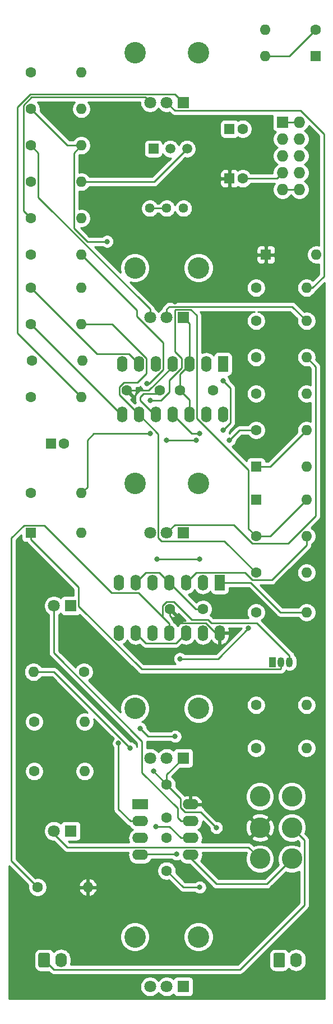
<source format=gbr>
%TF.GenerationSoftware,KiCad,Pcbnew,(5.1.12-1-10_14)*%
%TF.CreationDate,2021-12-12T18:07:50+01:00*%
%TF.ProjectId,sub_destroyer,7375625f-6465-4737-9472-6f7965722e6b,rev?*%
%TF.SameCoordinates,Original*%
%TF.FileFunction,Copper,L2,Bot*%
%TF.FilePolarity,Positive*%
%FSLAX46Y46*%
G04 Gerber Fmt 4.6, Leading zero omitted, Abs format (unit mm)*
G04 Created by KiCad (PCBNEW (5.1.12-1-10_14)) date 2021-12-12 18:07:50*
%MOMM*%
%LPD*%
G01*
G04 APERTURE LIST*
%TA.AperFunction,ComponentPad*%
%ADD10R,1.800000X1.800000*%
%TD*%
%TA.AperFunction,ComponentPad*%
%ADD11C,1.800000*%
%TD*%
%TA.AperFunction,ComponentPad*%
%ADD12R,1.600000X1.600000*%
%TD*%
%TA.AperFunction,ComponentPad*%
%ADD13O,1.600000X1.600000*%
%TD*%
%TA.AperFunction,ComponentPad*%
%ADD14C,1.600000*%
%TD*%
%TA.AperFunction,ComponentPad*%
%ADD15R,1.600000X2.400000*%
%TD*%
%TA.AperFunction,ComponentPad*%
%ADD16O,1.600000X2.400000*%
%TD*%
%TA.AperFunction,ComponentPad*%
%ADD17R,2.400000X1.600000*%
%TD*%
%TA.AperFunction,ComponentPad*%
%ADD18O,2.400000X1.600000*%
%TD*%
%TA.AperFunction,ComponentPad*%
%ADD19O,1.050000X1.500000*%
%TD*%
%TA.AperFunction,ComponentPad*%
%ADD20R,1.050000X1.500000*%
%TD*%
%TA.AperFunction,ComponentPad*%
%ADD21C,1.440000*%
%TD*%
%TA.AperFunction,ComponentPad*%
%ADD22C,3.240000*%
%TD*%
%TA.AperFunction,ComponentPad*%
%ADD23C,3.100000*%
%TD*%
%TA.AperFunction,ComponentPad*%
%ADD24C,1.500000*%
%TD*%
%TA.AperFunction,ComponentPad*%
%ADD25R,1.500000X1.500000*%
%TD*%
%TA.AperFunction,ComponentPad*%
%ADD26O,1.740000X2.200000*%
%TD*%
%TA.AperFunction,ComponentPad*%
%ADD27R,1.727200X1.727200*%
%TD*%
%TA.AperFunction,ComponentPad*%
%ADD28O,1.727200X1.727200*%
%TD*%
%TA.AperFunction,ViaPad*%
%ADD29C,0.800000*%
%TD*%
%TA.AperFunction,Conductor*%
%ADD30C,0.250000*%
%TD*%
%TA.AperFunction,Conductor*%
%ADD31C,0.254000*%
%TD*%
%TA.AperFunction,Conductor*%
%ADD32C,0.100000*%
%TD*%
G04 APERTURE END LIST*
D10*
%TO.P,D6,1*%
%TO.N,Net-(D6-Pad1)*%
X165500000Y-111500000D03*
D11*
%TO.P,D6,2*%
%TO.N,Net-(D6-Pad2)*%
X162960000Y-111500000D03*
%TD*%
D12*
%TO.P,D3,1*%
%TO.N,Net-(D2-Pad1)*%
X193500000Y-90500000D03*
D13*
%TO.P,D3,2*%
%TO.N,Net-(D3-Pad2)*%
X201120000Y-90500000D03*
%TD*%
D12*
%TO.P,D1,1*%
%TO.N,Net-(D1-Pad1)*%
X159500000Y-100500000D03*
D13*
%TO.P,D1,2*%
%TO.N,GND*%
X167120000Y-100500000D03*
%TD*%
D14*
%TO.P,R1,1*%
%TO.N,Net-(D1-Pad1)*%
X193500000Y-126500000D03*
D13*
%TO.P,R1,2*%
%TO.N,Net-(J1-Pad1)*%
X201120000Y-126500000D03*
%TD*%
%TO.P,R2,2*%
%TO.N,GND*%
X167120000Y-80000000D03*
D14*
%TO.P,R2,1*%
%TO.N,Net-(D1-Pad1)*%
X159500000Y-80000000D03*
%TD*%
D13*
%TO.P,R3,2*%
%TO.N,Net-(C1-Pad1)*%
X168120000Y-154000000D03*
D14*
%TO.P,R3,1*%
%TO.N,Net-(Q1-Pad3)*%
X160500000Y-154000000D03*
%TD*%
%TO.P,R4,1*%
%TO.N,Net-(D2-Pad2)*%
X193500000Y-101000000D03*
D13*
%TO.P,R4,2*%
%TO.N,Net-(R4-Pad2)*%
X201120000Y-101000000D03*
%TD*%
D15*
%TO.P,U2,1*%
%TO.N,Net-(R15-Pad1)*%
X188500000Y-75000000D03*
D16*
%TO.P,U2,8*%
%TO.N,Net-(R16-Pad1)*%
X173260000Y-82620000D03*
%TO.P,U2,2*%
%TO.N,Net-(R15-Pad2)*%
X185960000Y-75000000D03*
%TO.P,U2,9*%
%TO.N,Net-(R10-Pad1)*%
X175800000Y-82620000D03*
%TO.P,U2,3*%
%TO.N,GND*%
X183420000Y-75000000D03*
%TO.P,U2,10*%
X178340000Y-82620000D03*
%TO.P,U2,4*%
%TO.N,Net-(C1-Pad1)*%
X180880000Y-75000000D03*
%TO.P,U2,11*%
%TO.N,Net-(C2-Pad2)*%
X180880000Y-82620000D03*
%TO.P,U2,5*%
%TO.N,GND*%
X178340000Y-75000000D03*
%TO.P,U2,12*%
X183420000Y-82620000D03*
%TO.P,U2,6*%
%TO.N,Net-(R18-Pad2)*%
X175800000Y-75000000D03*
%TO.P,U2,13*%
%TO.N,Net-(R12-Pad1)*%
X185960000Y-82620000D03*
%TO.P,U2,7*%
%TO.N,Net-(R18-Pad1)*%
X173260000Y-75000000D03*
%TO.P,U2,14*%
%TO.N,Net-(R17-Pad1)*%
X188500000Y-82620000D03*
%TD*%
D17*
%TO.P,U4,1*%
%TO.N,Net-(R20-Pad1)*%
X176000000Y-141500000D03*
D18*
%TO.P,U4,5*%
%TO.N,Net-(R20-Pad2)*%
X183620000Y-149120000D03*
%TO.P,U4,2*%
%TO.N,Net-(R23-Pad1)*%
X176000000Y-144040000D03*
%TO.P,U4,6*%
%TO.N,Net-(D6-Pad1)*%
X183620000Y-146580000D03*
%TO.P,U4,3*%
%TO.N,GND*%
X176000000Y-146580000D03*
%TO.P,U4,7*%
%TO.N,Net-(D6-Pad2)*%
X183620000Y-144040000D03*
%TO.P,U4,4*%
%TO.N,Net-(C2-Pad2)*%
X176000000Y-149120000D03*
%TO.P,U4,8*%
%TO.N,Net-(C1-Pad1)*%
X183620000Y-141500000D03*
%TD*%
D19*
%TO.P,Q1,2*%
%TO.N,Net-(D1-Pad1)*%
X197270000Y-120000000D03*
%TO.P,Q1,3*%
%TO.N,Net-(Q1-Pad3)*%
X198540000Y-120000000D03*
D20*
%TO.P,Q1,1*%
%TO.N,GND*%
X196000000Y-120000000D03*
%TD*%
D21*
%TO.P,RAMPTRIM1,1*%
%TO.N,Net-(R4-Pad2)*%
X177460000Y-51500000D03*
%TO.P,RAMPTRIM1,2*%
X180000000Y-51500000D03*
%TO.P,RAMPTRIM1,3*%
%TO.N,Net-(R12-Pad2)*%
X182540000Y-51500000D03*
%TD*%
D10*
%TO.P,RV1,1*%
%TO.N,GND*%
X182500000Y-68000000D03*
D11*
%TO.P,RV1,2*%
%TO.N,Net-(R26-Pad2)*%
X180000000Y-68000000D03*
%TO.P,RV1,3*%
%TO.N,Net-(R17-Pad1)*%
X177500000Y-68000000D03*
D22*
%TO.P,RV1,*%
%TO.N,*%
X175200000Y-60500000D03*
X184800000Y-60500000D03*
%TD*%
D10*
%TO.P,RV3,1*%
%TO.N,GND*%
X182500000Y-134500000D03*
D11*
%TO.P,RV3,2*%
%TO.N,Net-(R24-Pad2)*%
X180000000Y-134500000D03*
%TO.P,RV3,3*%
%TO.N,Net-(R18-Pad1)*%
X177500000Y-134500000D03*
D22*
%TO.P,RV3,*%
%TO.N,*%
X175200000Y-127000000D03*
X184800000Y-127000000D03*
%TD*%
%TO.P,RV2,*%
%TO.N,*%
X184800000Y-93000000D03*
X175200000Y-93000000D03*
D11*
%TO.P,RV2,3*%
%TO.N,Net-(R16-Pad1)*%
X177500000Y-100500000D03*
%TO.P,RV2,2*%
%TO.N,Net-(R25-Pad2)*%
X180000000Y-100500000D03*
D10*
%TO.P,RV2,1*%
%TO.N,GND*%
X182500000Y-100500000D03*
%TD*%
D22*
%TO.P,RV4,*%
%TO.N,*%
X184800000Y-28000000D03*
X175200000Y-28000000D03*
D11*
%TO.P,RV4,3*%
%TO.N,Net-(R15-Pad1)*%
X177500000Y-35500000D03*
%TO.P,RV4,2*%
%TO.N,Net-(R23-Pad2)*%
X180000000Y-35500000D03*
D10*
%TO.P,RV4,1*%
%TO.N,GND*%
X182500000Y-35500000D03*
%TD*%
D13*
%TO.P,D5,2*%
%TO.N,Net-(C2-Pad2)*%
X194880000Y-28500000D03*
D12*
%TO.P,D5,1*%
%TO.N,Net-(D5-Pad1)*%
X202500000Y-28500000D03*
%TD*%
D16*
%TO.P,U1,14*%
%TO.N,Net-(C1-Pad1)*%
X188000000Y-115620000D03*
%TO.P,U1,7*%
%TO.N,GND*%
X172760000Y-108000000D03*
%TO.P,U1,13*%
%TO.N,Net-(R4-Pad2)*%
X185460000Y-115620000D03*
%TO.P,U1,6*%
%TO.N,GND*%
X175300000Y-108000000D03*
%TO.P,U1,12*%
%TO.N,Net-(U1-Pad12)*%
X182920000Y-115620000D03*
%TO.P,U1,5*%
%TO.N,Net-(U1-Pad2)*%
X177840000Y-108000000D03*
%TO.P,U1,11*%
%TO.N,Net-(Q1-Pad3)*%
X180380000Y-115620000D03*
%TO.P,U1,4*%
%TO.N,GND*%
X180380000Y-108000000D03*
%TO.P,U1,10*%
X177840000Y-115620000D03*
%TO.P,U1,3*%
%TO.N,Net-(R4-Pad2)*%
X182920000Y-108000000D03*
%TO.P,U1,9*%
%TO.N,Net-(U1-Pad12)*%
X175300000Y-115620000D03*
%TO.P,U1,2*%
%TO.N,Net-(U1-Pad2)*%
X185460000Y-108000000D03*
%TO.P,U1,8*%
%TO.N,GND*%
X172760000Y-115620000D03*
D15*
%TO.P,U1,1*%
%TO.N,Net-(R5-Pad2)*%
X188000000Y-108000000D03*
%TD*%
D23*
%TO.P,SW1,2*%
%TO.N,Net-(C1-Pad1)*%
X194085000Y-145000000D03*
%TO.P,SW1,3*%
%TO.N,Net-(SW1-Pad3)*%
X194085000Y-140300000D03*
%TO.P,SW1,1*%
%TO.N,Net-(D7-Pad2)*%
X194085000Y-149700000D03*
%TO.P,SW1,6*%
%TO.N,Net-(J1-Pad1)*%
X198915000Y-140300000D03*
%TO.P,SW1,5*%
%TO.N,Net-(J3-Pad1)*%
X198915000Y-145000000D03*
%TO.P,SW1,4*%
%TO.N,Net-(R20-Pad2)*%
X198915000Y-149700000D03*
%TD*%
D24*
%TO.P,U3,2*%
%TO.N,GND*%
X180540000Y-42500000D03*
%TO.P,U3,3*%
%TO.N,Net-(CP1-Pad1)*%
X183080000Y-42500000D03*
D25*
%TO.P,U3,1*%
%TO.N,N/C*%
X178000000Y-42500000D03*
%TD*%
D12*
%TO.P,D4,1*%
%TO.N,Net-(C1-Pad1)*%
X195000000Y-58500000D03*
D13*
%TO.P,D4,2*%
%TO.N,Net-(D4-Pad2)*%
X202620000Y-58500000D03*
%TD*%
D10*
%TO.P,RV5,1*%
%TO.N,Net-(R23-Pad1)*%
X182500000Y-169000000D03*
D11*
%TO.P,RV5,2*%
%TO.N,Net-(R20-Pad1)*%
X180000000Y-169000000D03*
%TO.P,RV5,3*%
X177500000Y-169000000D03*
D22*
%TO.P,RV5,*%
%TO.N,*%
X175200000Y-161500000D03*
X184800000Y-161500000D03*
%TD*%
D14*
%TO.P,C1,2*%
%TO.N,GND*%
X191500000Y-47000000D03*
D12*
%TO.P,C1,1*%
%TO.N,Net-(C1-Pad1)*%
X189500000Y-47000000D03*
%TD*%
%TO.P,CP1,1*%
%TO.N,Net-(CP1-Pad1)*%
X162500000Y-87000000D03*
D14*
%TO.P,CP1,2*%
%TO.N,GND*%
X164500000Y-87000000D03*
%TD*%
D12*
%TO.P,C2,1*%
%TO.N,GND*%
X189500000Y-39500000D03*
D14*
%TO.P,C2,2*%
%TO.N,Net-(C2-Pad2)*%
X191500000Y-39500000D03*
%TD*%
D13*
%TO.P,R5,2*%
%TO.N,Net-(R5-Pad2)*%
X201120000Y-112500000D03*
D14*
%TO.P,R5,1*%
%TO.N,Net-(D3-Pad2)*%
X193500000Y-112500000D03*
%TD*%
%TO.P,R6,1*%
%TO.N,Net-(R15-Pad2)*%
X159500000Y-58500000D03*
D13*
%TO.P,R6,2*%
%TO.N,Net-(D2-Pad2)*%
X167120000Y-58500000D03*
%TD*%
%TO.P,R7,2*%
%TO.N,Net-(CP1-Pad1)*%
X167120000Y-47500000D03*
D14*
%TO.P,R7,1*%
%TO.N,Net-(R15-Pad2)*%
X159500000Y-47500000D03*
%TD*%
%TO.P,R8,1*%
%TO.N,Net-(R18-Pad2)*%
X193500000Y-85000000D03*
D13*
%TO.P,R8,2*%
%TO.N,Net-(D2-Pad1)*%
X201120000Y-85000000D03*
%TD*%
%TO.P,R9,2*%
%TO.N,Net-(CP1-Pad1)*%
X167120000Y-63500000D03*
D14*
%TO.P,R9,1*%
%TO.N,Net-(R18-Pad2)*%
X159500000Y-63500000D03*
%TD*%
D13*
%TO.P,R10,2*%
%TO.N,Net-(D3-Pad2)*%
X201120000Y-106500000D03*
D14*
%TO.P,R10,1*%
%TO.N,Net-(R10-Pad1)*%
X193500000Y-106500000D03*
%TD*%
%TO.P,R11,1*%
%TO.N,Net-(R10-Pad1)*%
X159675001Y-74500000D03*
D13*
%TO.P,R11,2*%
%TO.N,Net-(CP1-Pad1)*%
X167295001Y-74500000D03*
%TD*%
%TO.P,R12,2*%
%TO.N,Net-(R12-Pad2)*%
X167120000Y-31000000D03*
D14*
%TO.P,R12,1*%
%TO.N,Net-(R12-Pad1)*%
X159500000Y-31000000D03*
%TD*%
%TO.P,R13,1*%
%TO.N,Net-(R12-Pad1)*%
X193500000Y-133000000D03*
D13*
%TO.P,R13,2*%
%TO.N,Net-(J1-Pad1)*%
X201120000Y-133000000D03*
%TD*%
D14*
%TO.P,R14,1*%
%TO.N,Net-(R12-Pad1)*%
X159500000Y-36500000D03*
D13*
%TO.P,R14,2*%
%TO.N,Net-(CP1-Pad1)*%
X167120000Y-36500000D03*
%TD*%
%TO.P,R15,2*%
%TO.N,Net-(R15-Pad2)*%
X167120000Y-53000000D03*
D14*
%TO.P,R15,1*%
%TO.N,Net-(R15-Pad1)*%
X159500000Y-53000000D03*
%TD*%
D13*
%TO.P,R16,2*%
%TO.N,Net-(R10-Pad1)*%
X167120000Y-69000000D03*
D14*
%TO.P,R16,1*%
%TO.N,Net-(R16-Pad1)*%
X159500000Y-69000000D03*
%TD*%
%TO.P,R17,1*%
%TO.N,Net-(R17-Pad1)*%
X159500000Y-42000000D03*
D13*
%TO.P,R17,2*%
%TO.N,Net-(R12-Pad1)*%
X167120000Y-42000000D03*
%TD*%
D14*
%TO.P,R18,1*%
%TO.N,Net-(R18-Pad1)*%
X159500000Y-94500000D03*
D13*
%TO.P,R18,2*%
%TO.N,Net-(R18-Pad2)*%
X167120000Y-94500000D03*
%TD*%
%TO.P,R19,2*%
%TO.N,Net-(CP1-Pad1)*%
X194880000Y-24500000D03*
D14*
%TO.P,R19,1*%
%TO.N,Net-(C2-Pad2)*%
X202500000Y-24500000D03*
%TD*%
D13*
%TO.P,R20,2*%
%TO.N,Net-(R20-Pad2)*%
X167620000Y-129000000D03*
D14*
%TO.P,R20,1*%
%TO.N,Net-(R20-Pad1)*%
X160000000Y-129000000D03*
%TD*%
%TO.P,R21,1*%
%TO.N,Net-(D6-Pad1)*%
X167500000Y-121500000D03*
D13*
%TO.P,R21,2*%
%TO.N,GND*%
X159880000Y-121500000D03*
%TD*%
D14*
%TO.P,R22,1*%
%TO.N,GND*%
X160000000Y-136500000D03*
D13*
%TO.P,R22,2*%
%TO.N,Net-(D7-Pad1)*%
X167620000Y-136500000D03*
%TD*%
%TO.P,R23,2*%
%TO.N,Net-(R23-Pad2)*%
X201120000Y-63500000D03*
D14*
%TO.P,R23,1*%
%TO.N,Net-(R23-Pad1)*%
X193500000Y-63500000D03*
%TD*%
%TO.P,R24,1*%
%TO.N,Net-(R23-Pad1)*%
X193500000Y-79500000D03*
D13*
%TO.P,R24,2*%
%TO.N,Net-(R24-Pad2)*%
X201120000Y-79500000D03*
%TD*%
%TO.P,R25,2*%
%TO.N,Net-(R25-Pad2)*%
X201120000Y-74000000D03*
D14*
%TO.P,R25,1*%
%TO.N,Net-(R23-Pad1)*%
X193500000Y-74000000D03*
%TD*%
%TO.P,R26,1*%
%TO.N,Net-(R23-Pad1)*%
X193500000Y-68500000D03*
D13*
%TO.P,R26,2*%
%TO.N,Net-(R26-Pad2)*%
X201120000Y-68500000D03*
%TD*%
D14*
%TO.P,C3,1*%
%TO.N,GND*%
X180000000Y-151500000D03*
%TO.P,C3,2*%
%TO.N,Net-(C1-Pad1)*%
X180000000Y-146500000D03*
%TD*%
%TO.P,C4,2*%
%TO.N,GND*%
X182000000Y-79000000D03*
%TO.P,C4,1*%
%TO.N,Net-(C2-Pad2)*%
X187000000Y-79000000D03*
%TD*%
%TO.P,C5,1*%
%TO.N,GND*%
X185500000Y-112000000D03*
%TO.P,C5,2*%
%TO.N,Net-(C1-Pad1)*%
X180500000Y-112000000D03*
%TD*%
%TO.P,C6,1*%
%TO.N,Net-(C2-Pad2)*%
X180000000Y-143500000D03*
%TO.P,C6,2*%
%TO.N,GND*%
X180000000Y-138500000D03*
%TD*%
%TO.P,C7,2*%
%TO.N,Net-(C1-Pad1)*%
X174000000Y-79000000D03*
%TO.P,C7,1*%
%TO.N,GND*%
X179000000Y-79000000D03*
%TD*%
%TO.P,Output,1*%
%TO.N,Net-(J3-Pad1)*%
%TA.AperFunction,ComponentPad*%
G36*
G01*
X160630000Y-165850001D02*
X160630000Y-164149999D01*
G75*
G02*
X160879999Y-163900000I249999J0D01*
G01*
X162120001Y-163900000D01*
G75*
G02*
X162370000Y-164149999I0J-249999D01*
G01*
X162370000Y-165850001D01*
G75*
G02*
X162120001Y-166100000I-249999J0D01*
G01*
X160879999Y-166100000D01*
G75*
G02*
X160630000Y-165850001I0J249999D01*
G01*
G37*
%TD.AperFunction*%
D26*
%TO.P,Output,2*%
%TO.N,GND*%
X164040000Y-165000000D03*
%TD*%
D27*
%TO.P,J2,1*%
%TO.N,Net-(D5-Pad1)*%
X197500000Y-38500000D03*
D28*
%TO.P,J2,2*%
X200040000Y-38500000D03*
%TO.P,J2,3*%
%TO.N,GND*%
X197500000Y-41040000D03*
%TO.P,J2,4*%
X200040000Y-41040000D03*
%TO.P,J2,5*%
X197500000Y-43580000D03*
%TO.P,J2,6*%
X200040000Y-43580000D03*
%TO.P,J2,7*%
X197500000Y-46120000D03*
%TO.P,J2,8*%
X200040000Y-46120000D03*
%TO.P,J2,9*%
%TO.N,Net-(D4-Pad2)*%
X197500000Y-48660000D03*
%TO.P,J2,10*%
X200040000Y-48660000D03*
%TD*%
D13*
%TO.P,D2,2*%
%TO.N,Net-(D2-Pad2)*%
X201120000Y-95500000D03*
D12*
%TO.P,D2,1*%
%TO.N,Net-(D2-Pad1)*%
X193500000Y-95500000D03*
%TD*%
D11*
%TO.P,D7,2*%
%TO.N,Net-(D7-Pad2)*%
X162960000Y-145500000D03*
D10*
%TO.P,D7,1*%
%TO.N,Net-(D7-Pad1)*%
X165500000Y-145500000D03*
%TD*%
D26*
%TO.P,Input,2*%
%TO.N,GND*%
X199540000Y-165000000D03*
%TO.P,Input,1*%
%TO.N,Net-(J1-Pad1)*%
%TA.AperFunction,ComponentPad*%
G36*
G01*
X196130000Y-165850001D02*
X196130000Y-164149999D01*
G75*
G02*
X196379999Y-163900000I249999J0D01*
G01*
X197620001Y-163900000D01*
G75*
G02*
X197870000Y-164149999I0J-249999D01*
G01*
X197870000Y-165850001D01*
G75*
G02*
X197620001Y-166100000I-249999J0D01*
G01*
X196379999Y-166100000D01*
G75*
G02*
X196130000Y-165850001I0J249999D01*
G01*
G37*
%TD.AperFunction*%
%TD*%
D29*
%TO.N,GND*%
X174500000Y-133000000D03*
X178000000Y-136500000D03*
X185000000Y-154000000D03*
X187500000Y-145000000D03*
%TO.N,Net-(C1-Pad1)*%
X181225001Y-65599978D03*
X191500000Y-123000000D03*
%TO.N,Net-(C2-Pad2)*%
X181500000Y-149000000D03*
X188500000Y-77500000D03*
X185000000Y-85500000D03*
X188500000Y-85000000D03*
%TO.N,Net-(D2-Pad2)*%
X177500000Y-80500000D03*
X177000000Y-78000000D03*
%TO.N,Net-(D6-Pad1)*%
X178336634Y-144836634D03*
%TO.N,Net-(R18-Pad2)*%
X180000000Y-86500000D03*
X189500000Y-86500000D03*
X184500000Y-86500000D03*
X177500000Y-85500000D03*
%TO.N,Net-(R12-Pad1)*%
X171000000Y-56500000D03*
%TO.N,Net-(R23-Pad1)*%
X172737340Y-132262660D03*
X192374999Y-114874999D03*
X176000000Y-130000000D03*
X182000000Y-119500000D03*
X181274999Y-131225001D03*
%TO.N,Net-(U1-Pad2)*%
X178500000Y-104500000D03*
X185000000Y-104500000D03*
%TD*%
D30*
%TO.N,GND*%
X184380000Y-112000000D02*
X180380000Y-108000000D01*
X183420000Y-82620000D02*
X183420000Y-80420000D01*
X163000000Y-121500000D02*
X159880000Y-121500000D01*
X180000000Y-137000000D02*
X182500000Y-134500000D01*
X191500000Y-47000000D02*
X196620000Y-47000000D01*
X176825010Y-106474990D02*
X175300000Y-108000000D01*
X180380000Y-108000000D02*
X178854990Y-106474990D01*
X196620000Y-47000000D02*
X197500000Y-46120000D01*
X180000000Y-138500000D02*
X178000000Y-136500000D01*
X174500000Y-133000000D02*
X163000000Y-121500000D01*
X185500000Y-112000000D02*
X184380000Y-112000000D01*
X180000000Y-138500000D02*
X180000000Y-137000000D01*
X178000000Y-136500000D02*
X178000000Y-136500000D01*
X178854990Y-106474990D02*
X176825010Y-106474990D01*
X183420000Y-80420000D02*
X182000000Y-79000000D01*
X182094990Y-140594990D02*
X182094990Y-141965994D01*
X178340000Y-82620000D02*
X178120000Y-82620000D01*
X159423588Y-34274999D02*
X181274999Y-34274999D01*
X185125010Y-142625010D02*
X187500000Y-145000000D01*
X157500000Y-70380000D02*
X157500000Y-36198587D01*
X182094990Y-141965994D02*
X182754006Y-142625010D01*
X187500000Y-145000000D02*
X187500000Y-145000000D01*
X181274999Y-34274999D02*
X182500000Y-35500000D01*
X182000000Y-79000000D02*
X182000000Y-76507414D01*
X183420000Y-75087414D02*
X183420000Y-75000000D01*
X183420000Y-75000000D02*
X183420000Y-68920000D01*
X176000000Y-80500000D02*
X176000000Y-80000000D01*
X180000000Y-138500000D02*
X182094990Y-140594990D01*
X185000000Y-154000000D02*
X182500000Y-154000000D01*
X178500000Y-79500000D02*
X179000000Y-79000000D01*
X182500000Y-154000000D02*
X180000000Y-151500000D01*
X157500000Y-36198587D02*
X159423588Y-34274999D01*
X167120000Y-80000000D02*
X157500000Y-70380000D01*
X178120000Y-82620000D02*
X176000000Y-80500000D01*
X183420000Y-68920000D02*
X182500000Y-68000000D01*
X176500000Y-79500000D02*
X178500000Y-79500000D01*
X176000000Y-80000000D02*
X176500000Y-79500000D01*
X182754006Y-142625010D02*
X185125010Y-142625010D01*
X182000000Y-76507414D02*
X183420000Y-75087414D01*
%TO.N,Net-(C1-Pad1)*%
X180880000Y-75000000D02*
X180880000Y-75400000D01*
X177280000Y-79000000D02*
X174000000Y-79000000D01*
X188000000Y-115620000D02*
X187451004Y-115620000D01*
X180880000Y-75400000D02*
X177280000Y-79000000D01*
X187451004Y-115620000D02*
X185925994Y-114094990D01*
X191500000Y-137000000D02*
X191500000Y-123000000D01*
X183620000Y-141500000D02*
X183725001Y-141394999D01*
X195000000Y-59550000D02*
X188950022Y-65599978D01*
X187105001Y-141394999D02*
X191500000Y-137000000D01*
X195000000Y-58500000D02*
X195000000Y-59550000D01*
X181594990Y-114094990D02*
X180500000Y-113000000D01*
X180500000Y-113000000D02*
X180500000Y-112000000D01*
X183725001Y-141394999D02*
X187105001Y-141394999D01*
X191500000Y-123000000D02*
X191500000Y-123000000D01*
X188950022Y-65599978D02*
X181225001Y-65599978D01*
X185925994Y-114094990D02*
X181594990Y-114094990D01*
%TO.N,Net-(C2-Pad2)*%
X176120000Y-149000000D02*
X176000000Y-149120000D01*
X181500000Y-149000000D02*
X176120000Y-149000000D01*
X194880000Y-28500000D02*
X198500000Y-28500000D01*
X198500000Y-28500000D02*
X202500000Y-24500000D01*
X189625010Y-83874990D02*
X188500000Y-85000000D01*
X188500000Y-85000000D02*
X188500000Y-85000000D01*
X183760000Y-85500000D02*
X180880000Y-82620000D01*
X185000000Y-85500000D02*
X183760000Y-85500000D01*
X188500000Y-77500000D02*
X189625010Y-78625010D01*
X189625010Y-78625010D02*
X189625010Y-83874990D01*
%TO.N,Net-(D1-Pad1)*%
X176223997Y-121075001D02*
X166725001Y-111576005D01*
X197270000Y-120000000D02*
X197270000Y-121000000D01*
X197194999Y-121075001D02*
X176223997Y-121075001D01*
X166725001Y-108725001D02*
X159500000Y-101500000D01*
X166725001Y-111576005D02*
X166725001Y-108725001D01*
X159500000Y-101500000D02*
X159500000Y-100500000D01*
X197270000Y-121000000D02*
X197194999Y-121075001D01*
%TO.N,Net-(D2-Pad2)*%
X179465010Y-75865994D02*
X177331004Y-78000000D01*
X179465010Y-75576014D02*
X179465010Y-71778012D01*
X184545010Y-67660008D02*
X183660001Y-66774999D01*
X180414006Y-79250996D02*
X179165002Y-80500000D01*
X177500000Y-80500000D02*
X177500000Y-80500000D01*
X175500000Y-66880000D02*
X167120000Y-58500000D01*
X192374999Y-99874999D02*
X192374999Y-91026003D01*
X175500000Y-67813002D02*
X175500000Y-66880000D01*
X177000000Y-78000000D02*
X177000000Y-78000000D01*
X195620000Y-101000000D02*
X201120000Y-95500000D01*
X180414006Y-77456998D02*
X180414006Y-79250996D01*
X177331004Y-78000000D02*
X177000000Y-78000000D01*
X179465010Y-71778012D02*
X175500000Y-67813002D01*
X193500000Y-101000000D02*
X195620000Y-101000000D01*
X179465010Y-75576014D02*
X179465010Y-75865994D01*
X184545010Y-83196014D02*
X184545010Y-67660008D01*
X182294990Y-75576014D02*
X180414006Y-77456998D01*
X181339999Y-66774999D02*
X181274999Y-66839999D01*
X181274999Y-66839999D02*
X181274999Y-73114015D01*
X179165002Y-80500000D02*
X177500000Y-80500000D01*
X181274999Y-73114015D02*
X182294990Y-74134006D01*
X182294990Y-74134006D02*
X182294990Y-75576014D01*
X183660001Y-66774999D02*
X181339999Y-66774999D01*
X193500000Y-101000000D02*
X192374999Y-99874999D01*
X192374999Y-91026003D02*
X184545010Y-83196014D01*
%TO.N,Net-(D2-Pad1)*%
X193500000Y-90500000D02*
X195620000Y-90500000D01*
X195620000Y-90500000D02*
X201120000Y-85000000D01*
%TO.N,Net-(D6-Pad1)*%
X183620000Y-146580000D02*
X182170000Y-146580000D01*
X182170000Y-146580000D02*
X180426634Y-144836634D01*
X180426634Y-144836634D02*
X178336634Y-144836634D01*
%TO.N,Net-(D6-Pad2)*%
X183620000Y-144040000D02*
X182170000Y-144040000D01*
X181644979Y-143514979D02*
X181644979Y-142064979D01*
X176274999Y-136694999D02*
X176274999Y-131940001D01*
X181644979Y-142064979D02*
X176274999Y-136694999D01*
X176274999Y-131940001D02*
X162960000Y-118625002D01*
X182170000Y-144040000D02*
X181644979Y-143514979D01*
X162960000Y-118625002D02*
X162960000Y-112772792D01*
X162960000Y-112772792D02*
X162960000Y-111500000D01*
%TO.N,Net-(D7-Pad2)*%
X165005010Y-147994990D02*
X162960000Y-145949980D01*
X194085000Y-149700000D02*
X192379990Y-147994990D01*
X162960000Y-145949980D02*
X162960000Y-145500000D01*
X192379990Y-147994990D02*
X165005010Y-147994990D01*
%TO.N,Net-(D5-Pad1)*%
X197500000Y-38500000D02*
X200040000Y-38500000D01*
%TO.N,Net-(D4-Pad2)*%
X200040000Y-48660000D02*
X197500000Y-48660000D01*
%TO.N,Net-(J3-Pad1)*%
X162925010Y-166425010D02*
X191074990Y-166425010D01*
X191074990Y-166425010D02*
X200790001Y-156709999D01*
X200790001Y-156709999D02*
X200790001Y-146875001D01*
X161500000Y-165000000D02*
X162925010Y-166425010D01*
X200790001Y-146875001D02*
X198915000Y-145000000D01*
%TO.N,Net-(Q1-Pad3)*%
X198540000Y-120000000D02*
X198540000Y-119000000D01*
X198540000Y-119000000D02*
X193634990Y-114094990D01*
X161511409Y-99374999D02*
X171686399Y-109549989D01*
X156549989Y-150049989D02*
X156549989Y-101265009D01*
X175759989Y-109549989D02*
X180380000Y-114170000D01*
X193634990Y-114094990D02*
X186731400Y-114094990D01*
X160500000Y-154000000D02*
X156549989Y-150049989D01*
X179374999Y-111459999D02*
X179374999Y-113164999D01*
X179374999Y-113164999D02*
X180380000Y-114170000D01*
X181040001Y-110874999D02*
X179959999Y-110874999D01*
X183809981Y-113644979D02*
X181040001Y-110874999D01*
X186281389Y-113644979D02*
X183809981Y-113644979D01*
X179959999Y-110874999D02*
X179374999Y-111459999D01*
X156549989Y-101265009D02*
X158439999Y-99374999D01*
X171686399Y-109549989D02*
X175759989Y-109549989D01*
X186731400Y-114094990D02*
X186281389Y-113644979D01*
X158439999Y-99374999D02*
X161511409Y-99374999D01*
X180380000Y-114170000D02*
X180380000Y-115620000D01*
%TO.N,Net-(R4-Pad2)*%
X180000000Y-51500000D02*
X177460000Y-51500000D01*
X191809988Y-106474990D02*
X192959999Y-107625001D01*
X184445010Y-106474990D02*
X191809988Y-106474990D01*
X182920000Y-108000000D02*
X184445010Y-106474990D01*
X201120000Y-102380000D02*
X201120000Y-101000000D01*
X192959999Y-107625001D02*
X195874999Y-107625001D01*
X195874999Y-107625001D02*
X201120000Y-102380000D01*
%TO.N,Net-(R5-Pad2)*%
X192698587Y-108000000D02*
X188000000Y-108000000D01*
X201120000Y-112500000D02*
X197198587Y-112500000D01*
X197198587Y-112500000D02*
X192698587Y-108000000D01*
%TO.N,Net-(CP1-Pad1)*%
X167120000Y-47500000D02*
X178080000Y-47500000D01*
X178080000Y-47500000D02*
X183080000Y-42500000D01*
%TO.N,Net-(R18-Pad2)*%
X189500000Y-86500000D02*
X189500000Y-86500000D01*
X168000000Y-86500000D02*
X168000000Y-93620000D01*
X193500000Y-85000000D02*
X191000000Y-85000000D01*
X175800000Y-75000000D02*
X174274990Y-73474990D01*
X169474990Y-73474990D02*
X159500000Y-63500000D01*
X180000000Y-86500000D02*
X180000000Y-86500000D01*
X169000000Y-85500000D02*
X168000000Y-86500000D01*
X181000000Y-86500000D02*
X180000000Y-86500000D01*
X184500000Y-86500000D02*
X181000000Y-86500000D01*
X191000000Y-85000000D02*
X189500000Y-86500000D01*
X168000000Y-93620000D02*
X167120000Y-94500000D01*
X174274990Y-73474990D02*
X169474990Y-73474990D01*
X177500000Y-85500000D02*
X169000000Y-85500000D01*
%TO.N,Net-(R10-Pad1)*%
X178725001Y-85545001D02*
X175800000Y-82620000D01*
X178725001Y-101225001D02*
X178725001Y-85545001D01*
X175800000Y-82620000D02*
X172874999Y-79694999D01*
X188725001Y-101725001D02*
X179225001Y-101725001D01*
X171791004Y-69000000D02*
X167120000Y-69000000D01*
X175549989Y-77813600D02*
X176925010Y-76438579D01*
X179225001Y-101725001D02*
X178725001Y-101225001D01*
X176925010Y-76438579D02*
X176925010Y-74134006D01*
X173521398Y-77813600D02*
X175549989Y-77813600D01*
X193500000Y-106500000D02*
X188725001Y-101725001D01*
X176925010Y-74134006D02*
X171791004Y-69000000D01*
X172874999Y-78459999D02*
X173521398Y-77813600D01*
X172874999Y-79694999D02*
X172874999Y-78459999D01*
%TO.N,Net-(R12-Pad1)*%
X167120000Y-42000000D02*
X165994999Y-43125001D01*
X165994999Y-54173601D02*
X165994999Y-54494999D01*
X165994999Y-54494999D02*
X168000000Y-56500000D01*
X165994999Y-43125001D02*
X165994999Y-54173601D01*
X168000000Y-56500000D02*
X171000000Y-56500000D01*
X171000000Y-56500000D02*
X171000000Y-56500000D01*
X167120000Y-42000000D02*
X165000000Y-42000000D01*
X165000000Y-42000000D02*
X159500000Y-36500000D01*
%TO.N,Net-(R15-Pad1)*%
X158374999Y-51874999D02*
X159500000Y-53000000D01*
X176725010Y-34725010D02*
X159609987Y-34725010D01*
X177500000Y-35500000D02*
X176725010Y-34725010D01*
X158374999Y-35959998D02*
X158374999Y-51874999D01*
X159609987Y-34725010D02*
X158374999Y-35959998D01*
%TO.N,Net-(R16-Pad1)*%
X173120000Y-82620000D02*
X173260000Y-82620000D01*
X159500000Y-69000000D02*
X173120000Y-82620000D01*
%TO.N,Net-(R17-Pad1)*%
X177500000Y-66727208D02*
X160625001Y-49852209D01*
X177500000Y-68000000D02*
X177500000Y-66727208D01*
X160625001Y-49852209D02*
X160625001Y-43125001D01*
X160625001Y-43125001D02*
X159500000Y-42000000D01*
%TO.N,Net-(R20-Pad2)*%
X195115000Y-153500000D02*
X198915000Y-149700000D01*
X183620000Y-149620000D02*
X187500000Y-153500000D01*
X183620000Y-149120000D02*
X183620000Y-149620000D01*
X187500000Y-153500000D02*
X195115000Y-153500000D01*
%TO.N,Net-(R23-Pad1)*%
X177225001Y-131225001D02*
X176000000Y-130000000D01*
X181274999Y-131225001D02*
X177225001Y-131225001D01*
X182000000Y-119500000D02*
X182000000Y-119500000D01*
X187749998Y-119500000D02*
X182000000Y-119500000D01*
X172737340Y-142227340D02*
X172737340Y-132262660D01*
X192374999Y-114874999D02*
X187749998Y-119500000D01*
X176000000Y-144040000D02*
X174550000Y-144040000D01*
X174550000Y-144040000D02*
X172737340Y-142227340D01*
X176000000Y-130000000D02*
X176000000Y-130000000D01*
%TO.N,Net-(R23-Pad2)*%
X203745001Y-61754999D02*
X202000000Y-63500000D01*
X180000000Y-35500000D02*
X181225001Y-36725001D01*
X181225001Y-36725001D02*
X200225001Y-36725001D01*
X203745001Y-40245001D02*
X203745001Y-61754999D01*
X200225001Y-36725001D02*
X203745001Y-40245001D01*
X202000000Y-63500000D02*
X201120000Y-63500000D01*
%TO.N,Net-(R25-Pad2)*%
X202500000Y-75380000D02*
X201120000Y-74000000D01*
X202500000Y-97954998D02*
X202500000Y-75380000D01*
X180000000Y-100500000D02*
X181225001Y-99274999D01*
X198329997Y-102125001D02*
X202500000Y-97954998D01*
X190109997Y-99274999D02*
X192959999Y-102125001D01*
X192959999Y-102125001D02*
X198329997Y-102125001D01*
X181225001Y-99274999D02*
X190109997Y-99274999D01*
%TO.N,Net-(R26-Pad2)*%
X180000000Y-66727208D02*
X180000000Y-68000000D01*
X180402220Y-66324988D02*
X180000000Y-66727208D01*
X201120000Y-68500000D02*
X198944988Y-66324988D01*
X198944988Y-66324988D02*
X180402220Y-66324988D01*
%TO.N,Net-(U1-Pad12)*%
X175300000Y-115620000D02*
X176825010Y-117145010D01*
X176825010Y-117145010D02*
X181394990Y-117145010D01*
X181394990Y-117145010D02*
X182920000Y-115620000D01*
%TO.N,Net-(U1-Pad2)*%
X178500000Y-104500000D02*
X178500000Y-104500000D01*
X185000000Y-104500000D02*
X178500000Y-104500000D01*
%TD*%
D31*
%TO.N,Net-(C1-Pad1)*%
X166005363Y-35585241D02*
X165848320Y-35820273D01*
X165740147Y-36081426D01*
X165685000Y-36358665D01*
X165685000Y-36641335D01*
X165740147Y-36918574D01*
X165848320Y-37179727D01*
X166005363Y-37414759D01*
X166205241Y-37614637D01*
X166440273Y-37771680D01*
X166701426Y-37879853D01*
X166978665Y-37935000D01*
X167261335Y-37935000D01*
X167538574Y-37879853D01*
X167799727Y-37771680D01*
X168034759Y-37614637D01*
X168234637Y-37414759D01*
X168391680Y-37179727D01*
X168499853Y-36918574D01*
X168555000Y-36641335D01*
X168555000Y-36358665D01*
X168499853Y-36081426D01*
X168391680Y-35820273D01*
X168234637Y-35585241D01*
X168134406Y-35485010D01*
X175965000Y-35485010D01*
X175965000Y-35651184D01*
X176023989Y-35947743D01*
X176139701Y-36227095D01*
X176307688Y-36478505D01*
X176521495Y-36692312D01*
X176772905Y-36860299D01*
X177052257Y-36976011D01*
X177348816Y-37035000D01*
X177651184Y-37035000D01*
X177947743Y-36976011D01*
X178227095Y-36860299D01*
X178478505Y-36692312D01*
X178692312Y-36478505D01*
X178750000Y-36392169D01*
X178807688Y-36478505D01*
X179021495Y-36692312D01*
X179272905Y-36860299D01*
X179552257Y-36976011D01*
X179848816Y-37035000D01*
X180151184Y-37035000D01*
X180408930Y-36983731D01*
X180661201Y-37236003D01*
X180685000Y-37265002D01*
X180713998Y-37288800D01*
X180800724Y-37359975D01*
X180861050Y-37392220D01*
X180932754Y-37430547D01*
X181076015Y-37474004D01*
X181187668Y-37485001D01*
X181187677Y-37485001D01*
X181225000Y-37488677D01*
X181262323Y-37485001D01*
X196018753Y-37485001D01*
X196010588Y-37511918D01*
X195998328Y-37636400D01*
X195998328Y-39363600D01*
X196010588Y-39488082D01*
X196046898Y-39607780D01*
X196105863Y-39718094D01*
X196185215Y-39814785D01*
X196281906Y-39894137D01*
X196392220Y-39953102D01*
X196450023Y-39970636D01*
X196335961Y-40084698D01*
X196171958Y-40330147D01*
X196058990Y-40602875D01*
X196001400Y-40892401D01*
X196001400Y-41187599D01*
X196058990Y-41477125D01*
X196171958Y-41749853D01*
X196335961Y-41995302D01*
X196544698Y-42204039D01*
X196703281Y-42310000D01*
X196544698Y-42415961D01*
X196335961Y-42624698D01*
X196171958Y-42870147D01*
X196058990Y-43142875D01*
X196001400Y-43432401D01*
X196001400Y-43727599D01*
X196058990Y-44017125D01*
X196171958Y-44289853D01*
X196335961Y-44535302D01*
X196544698Y-44744039D01*
X196703281Y-44850000D01*
X196544698Y-44955961D01*
X196335961Y-45164698D01*
X196171958Y-45410147D01*
X196058990Y-45682875D01*
X196001400Y-45972401D01*
X196001400Y-46240000D01*
X192718043Y-46240000D01*
X192614637Y-46085241D01*
X192414759Y-45885363D01*
X192179727Y-45728320D01*
X191918574Y-45620147D01*
X191641335Y-45565000D01*
X191358665Y-45565000D01*
X191081426Y-45620147D01*
X190820273Y-45728320D01*
X190764790Y-45765393D01*
X190751185Y-45748815D01*
X190654494Y-45669463D01*
X190544180Y-45610498D01*
X190424482Y-45574188D01*
X190300000Y-45561928D01*
X189785750Y-45565000D01*
X189627000Y-45723750D01*
X189627000Y-46873000D01*
X189647000Y-46873000D01*
X189647000Y-47127000D01*
X189627000Y-47127000D01*
X189627000Y-48276250D01*
X189785750Y-48435000D01*
X190300000Y-48438072D01*
X190424482Y-48425812D01*
X190544180Y-48389502D01*
X190654494Y-48330537D01*
X190751185Y-48251185D01*
X190764790Y-48234607D01*
X190820273Y-48271680D01*
X191081426Y-48379853D01*
X191358665Y-48435000D01*
X191641335Y-48435000D01*
X191918574Y-48379853D01*
X192179727Y-48271680D01*
X192414759Y-48114637D01*
X192614637Y-47914759D01*
X192718043Y-47760000D01*
X196299010Y-47760000D01*
X196171958Y-47950147D01*
X196058990Y-48222875D01*
X196001400Y-48512401D01*
X196001400Y-48807599D01*
X196058990Y-49097125D01*
X196171958Y-49369853D01*
X196335961Y-49615302D01*
X196544698Y-49824039D01*
X196790147Y-49988042D01*
X197062875Y-50101010D01*
X197352401Y-50158600D01*
X197647599Y-50158600D01*
X197937125Y-50101010D01*
X198209853Y-49988042D01*
X198455302Y-49824039D01*
X198664039Y-49615302D01*
X198770000Y-49456719D01*
X198875961Y-49615302D01*
X199084698Y-49824039D01*
X199330147Y-49988042D01*
X199602875Y-50101010D01*
X199892401Y-50158600D01*
X200187599Y-50158600D01*
X200477125Y-50101010D01*
X200749853Y-49988042D01*
X200995302Y-49824039D01*
X201204039Y-49615302D01*
X201368042Y-49369853D01*
X201481010Y-49097125D01*
X201538600Y-48807599D01*
X201538600Y-48512401D01*
X201481010Y-48222875D01*
X201368042Y-47950147D01*
X201204039Y-47704698D01*
X200995302Y-47495961D01*
X200836719Y-47390000D01*
X200995302Y-47284039D01*
X201204039Y-47075302D01*
X201368042Y-46829853D01*
X201481010Y-46557125D01*
X201538600Y-46267599D01*
X201538600Y-45972401D01*
X201481010Y-45682875D01*
X201368042Y-45410147D01*
X201204039Y-45164698D01*
X200995302Y-44955961D01*
X200836719Y-44850000D01*
X200995302Y-44744039D01*
X201204039Y-44535302D01*
X201368042Y-44289853D01*
X201481010Y-44017125D01*
X201538600Y-43727599D01*
X201538600Y-43432401D01*
X201481010Y-43142875D01*
X201368042Y-42870147D01*
X201204039Y-42624698D01*
X200995302Y-42415961D01*
X200836719Y-42310000D01*
X200995302Y-42204039D01*
X201204039Y-41995302D01*
X201368042Y-41749853D01*
X201481010Y-41477125D01*
X201538600Y-41187599D01*
X201538600Y-40892401D01*
X201481010Y-40602875D01*
X201368042Y-40330147D01*
X201204039Y-40084698D01*
X200995302Y-39875961D01*
X200836719Y-39770000D01*
X200995302Y-39664039D01*
X201204039Y-39455302D01*
X201368042Y-39209853D01*
X201446247Y-39021049D01*
X202985001Y-40559803D01*
X202985002Y-57109491D01*
X202761335Y-57065000D01*
X202478665Y-57065000D01*
X202201426Y-57120147D01*
X201940273Y-57228320D01*
X201705241Y-57385363D01*
X201505363Y-57585241D01*
X201348320Y-57820273D01*
X201240147Y-58081426D01*
X201185000Y-58358665D01*
X201185000Y-58641335D01*
X201240147Y-58918574D01*
X201348320Y-59179727D01*
X201505363Y-59414759D01*
X201705241Y-59614637D01*
X201940273Y-59771680D01*
X202201426Y-59879853D01*
X202478665Y-59935000D01*
X202761335Y-59935000D01*
X202985002Y-59890509D01*
X202985002Y-61440196D01*
X202037297Y-62387901D01*
X202034759Y-62385363D01*
X201799727Y-62228320D01*
X201538574Y-62120147D01*
X201261335Y-62065000D01*
X200978665Y-62065000D01*
X200701426Y-62120147D01*
X200440273Y-62228320D01*
X200205241Y-62385363D01*
X200005363Y-62585241D01*
X199848320Y-62820273D01*
X199740147Y-63081426D01*
X199685000Y-63358665D01*
X199685000Y-63641335D01*
X199740147Y-63918574D01*
X199848320Y-64179727D01*
X200005363Y-64414759D01*
X200205241Y-64614637D01*
X200440273Y-64771680D01*
X200701426Y-64879853D01*
X200978665Y-64935000D01*
X201261335Y-64935000D01*
X201538574Y-64879853D01*
X201799727Y-64771680D01*
X202034759Y-64614637D01*
X202234637Y-64414759D01*
X202391680Y-64179727D01*
X202406219Y-64144626D01*
X202424276Y-64134974D01*
X202540001Y-64040001D01*
X202563804Y-64010997D01*
X203840000Y-62734801D01*
X203840001Y-170840000D01*
X156160000Y-170840000D01*
X156160000Y-168848816D01*
X175965000Y-168848816D01*
X175965000Y-169151184D01*
X176023989Y-169447743D01*
X176139701Y-169727095D01*
X176307688Y-169978505D01*
X176521495Y-170192312D01*
X176772905Y-170360299D01*
X177052257Y-170476011D01*
X177348816Y-170535000D01*
X177651184Y-170535000D01*
X177947743Y-170476011D01*
X178227095Y-170360299D01*
X178478505Y-170192312D01*
X178692312Y-169978505D01*
X178750000Y-169892169D01*
X178807688Y-169978505D01*
X179021495Y-170192312D01*
X179272905Y-170360299D01*
X179552257Y-170476011D01*
X179848816Y-170535000D01*
X180151184Y-170535000D01*
X180447743Y-170476011D01*
X180727095Y-170360299D01*
X180978505Y-170192312D01*
X181016120Y-170154697D01*
X181069463Y-170254494D01*
X181148815Y-170351185D01*
X181245506Y-170430537D01*
X181355820Y-170489502D01*
X181475518Y-170525812D01*
X181600000Y-170538072D01*
X183400000Y-170538072D01*
X183524482Y-170525812D01*
X183644180Y-170489502D01*
X183754494Y-170430537D01*
X183851185Y-170351185D01*
X183930537Y-170254494D01*
X183989502Y-170144180D01*
X184025812Y-170024482D01*
X184038072Y-169900000D01*
X184038072Y-168100000D01*
X184025812Y-167975518D01*
X183989502Y-167855820D01*
X183930537Y-167745506D01*
X183851185Y-167648815D01*
X183754494Y-167569463D01*
X183644180Y-167510498D01*
X183524482Y-167474188D01*
X183400000Y-167461928D01*
X181600000Y-167461928D01*
X181475518Y-167474188D01*
X181355820Y-167510498D01*
X181245506Y-167569463D01*
X181148815Y-167648815D01*
X181069463Y-167745506D01*
X181016120Y-167845303D01*
X180978505Y-167807688D01*
X180727095Y-167639701D01*
X180447743Y-167523989D01*
X180151184Y-167465000D01*
X179848816Y-167465000D01*
X179552257Y-167523989D01*
X179272905Y-167639701D01*
X179021495Y-167807688D01*
X178807688Y-168021495D01*
X178750000Y-168107831D01*
X178692312Y-168021495D01*
X178478505Y-167807688D01*
X178227095Y-167639701D01*
X177947743Y-167523989D01*
X177651184Y-167465000D01*
X177348816Y-167465000D01*
X177052257Y-167523989D01*
X176772905Y-167639701D01*
X176521495Y-167807688D01*
X176307688Y-168021495D01*
X176139701Y-168272905D01*
X176023989Y-168552257D01*
X175965000Y-168848816D01*
X156160000Y-168848816D01*
X156160000Y-161277902D01*
X172945000Y-161277902D01*
X172945000Y-161722098D01*
X173031658Y-162157759D01*
X173201645Y-162568143D01*
X173448427Y-162937479D01*
X173762521Y-163251573D01*
X174131857Y-163498355D01*
X174542241Y-163668342D01*
X174977902Y-163755000D01*
X175422098Y-163755000D01*
X175857759Y-163668342D01*
X176268143Y-163498355D01*
X176637479Y-163251573D01*
X176951573Y-162937479D01*
X177198355Y-162568143D01*
X177368342Y-162157759D01*
X177455000Y-161722098D01*
X177455000Y-161277902D01*
X182545000Y-161277902D01*
X182545000Y-161722098D01*
X182631658Y-162157759D01*
X182801645Y-162568143D01*
X183048427Y-162937479D01*
X183362521Y-163251573D01*
X183731857Y-163498355D01*
X184142241Y-163668342D01*
X184577902Y-163755000D01*
X185022098Y-163755000D01*
X185457759Y-163668342D01*
X185868143Y-163498355D01*
X186237479Y-163251573D01*
X186551573Y-162937479D01*
X186798355Y-162568143D01*
X186968342Y-162157759D01*
X187055000Y-161722098D01*
X187055000Y-161277902D01*
X186968342Y-160842241D01*
X186798355Y-160431857D01*
X186551573Y-160062521D01*
X186237479Y-159748427D01*
X185868143Y-159501645D01*
X185457759Y-159331658D01*
X185022098Y-159245000D01*
X184577902Y-159245000D01*
X184142241Y-159331658D01*
X183731857Y-159501645D01*
X183362521Y-159748427D01*
X183048427Y-160062521D01*
X182801645Y-160431857D01*
X182631658Y-160842241D01*
X182545000Y-161277902D01*
X177455000Y-161277902D01*
X177368342Y-160842241D01*
X177198355Y-160431857D01*
X176951573Y-160062521D01*
X176637479Y-159748427D01*
X176268143Y-159501645D01*
X175857759Y-159331658D01*
X175422098Y-159245000D01*
X174977902Y-159245000D01*
X174542241Y-159331658D01*
X174131857Y-159501645D01*
X173762521Y-159748427D01*
X173448427Y-160062521D01*
X173201645Y-160431857D01*
X173031658Y-160842241D01*
X172945000Y-161277902D01*
X156160000Y-161277902D01*
X156160000Y-150734801D01*
X159101312Y-153676114D01*
X159065000Y-153858665D01*
X159065000Y-154141335D01*
X159120147Y-154418574D01*
X159228320Y-154679727D01*
X159385363Y-154914759D01*
X159585241Y-155114637D01*
X159820273Y-155271680D01*
X160081426Y-155379853D01*
X160358665Y-155435000D01*
X160641335Y-155435000D01*
X160918574Y-155379853D01*
X161179727Y-155271680D01*
X161414759Y-155114637D01*
X161614637Y-154914759D01*
X161771680Y-154679727D01*
X161879853Y-154418574D01*
X161893684Y-154349039D01*
X166728096Y-154349039D01*
X166768754Y-154483087D01*
X166888963Y-154737420D01*
X167056481Y-154963414D01*
X167264869Y-155152385D01*
X167506119Y-155297070D01*
X167770960Y-155391909D01*
X167993000Y-155270624D01*
X167993000Y-154127000D01*
X168247000Y-154127000D01*
X168247000Y-155270624D01*
X168469040Y-155391909D01*
X168733881Y-155297070D01*
X168975131Y-155152385D01*
X169183519Y-154963414D01*
X169351037Y-154737420D01*
X169471246Y-154483087D01*
X169511904Y-154349039D01*
X169389915Y-154127000D01*
X168247000Y-154127000D01*
X167993000Y-154127000D01*
X166850085Y-154127000D01*
X166728096Y-154349039D01*
X161893684Y-154349039D01*
X161935000Y-154141335D01*
X161935000Y-153858665D01*
X161893685Y-153650961D01*
X166728096Y-153650961D01*
X166850085Y-153873000D01*
X167993000Y-153873000D01*
X167993000Y-152729376D01*
X168247000Y-152729376D01*
X168247000Y-153873000D01*
X169389915Y-153873000D01*
X169511904Y-153650961D01*
X169471246Y-153516913D01*
X169351037Y-153262580D01*
X169183519Y-153036586D01*
X168975131Y-152847615D01*
X168733881Y-152702930D01*
X168469040Y-152608091D01*
X168247000Y-152729376D01*
X167993000Y-152729376D01*
X167770960Y-152608091D01*
X167506119Y-152702930D01*
X167264869Y-152847615D01*
X167056481Y-153036586D01*
X166888963Y-153262580D01*
X166768754Y-153516913D01*
X166728096Y-153650961D01*
X161893685Y-153650961D01*
X161879853Y-153581426D01*
X161771680Y-153320273D01*
X161614637Y-153085241D01*
X161414759Y-152885363D01*
X161179727Y-152728320D01*
X160918574Y-152620147D01*
X160641335Y-152565000D01*
X160358665Y-152565000D01*
X160176114Y-152601312D01*
X158933467Y-151358665D01*
X178565000Y-151358665D01*
X178565000Y-151641335D01*
X178620147Y-151918574D01*
X178728320Y-152179727D01*
X178885363Y-152414759D01*
X179085241Y-152614637D01*
X179320273Y-152771680D01*
X179581426Y-152879853D01*
X179858665Y-152935000D01*
X180141335Y-152935000D01*
X180323886Y-152898688D01*
X181936201Y-154511003D01*
X181959999Y-154540001D01*
X181988997Y-154563799D01*
X182075723Y-154634974D01*
X182207753Y-154705546D01*
X182351014Y-154749003D01*
X182462667Y-154760000D01*
X182462677Y-154760000D01*
X182500000Y-154763676D01*
X182537323Y-154760000D01*
X184296289Y-154760000D01*
X184340226Y-154803937D01*
X184509744Y-154917205D01*
X184698102Y-154995226D01*
X184898061Y-155035000D01*
X185101939Y-155035000D01*
X185301898Y-154995226D01*
X185490256Y-154917205D01*
X185659774Y-154803937D01*
X185803937Y-154659774D01*
X185917205Y-154490256D01*
X185995226Y-154301898D01*
X186035000Y-154101939D01*
X186035000Y-153898061D01*
X185995226Y-153698102D01*
X185917205Y-153509744D01*
X185803937Y-153340226D01*
X185659774Y-153196063D01*
X185490256Y-153082795D01*
X185301898Y-153004774D01*
X185101939Y-152965000D01*
X184898061Y-152965000D01*
X184698102Y-153004774D01*
X184509744Y-153082795D01*
X184340226Y-153196063D01*
X184296289Y-153240000D01*
X182814802Y-153240000D01*
X181398688Y-151823886D01*
X181435000Y-151641335D01*
X181435000Y-151358665D01*
X181379853Y-151081426D01*
X181271680Y-150820273D01*
X181114637Y-150585241D01*
X180914759Y-150385363D01*
X180679727Y-150228320D01*
X180418574Y-150120147D01*
X180141335Y-150065000D01*
X179858665Y-150065000D01*
X179581426Y-150120147D01*
X179320273Y-150228320D01*
X179085241Y-150385363D01*
X178885363Y-150585241D01*
X178728320Y-150820273D01*
X178620147Y-151081426D01*
X178565000Y-151358665D01*
X158933467Y-151358665D01*
X157309989Y-149735188D01*
X157309989Y-136358665D01*
X158565000Y-136358665D01*
X158565000Y-136641335D01*
X158620147Y-136918574D01*
X158728320Y-137179727D01*
X158885363Y-137414759D01*
X159085241Y-137614637D01*
X159320273Y-137771680D01*
X159581426Y-137879853D01*
X159858665Y-137935000D01*
X160141335Y-137935000D01*
X160418574Y-137879853D01*
X160679727Y-137771680D01*
X160914759Y-137614637D01*
X161114637Y-137414759D01*
X161271680Y-137179727D01*
X161379853Y-136918574D01*
X161435000Y-136641335D01*
X161435000Y-136358665D01*
X166185000Y-136358665D01*
X166185000Y-136641335D01*
X166240147Y-136918574D01*
X166348320Y-137179727D01*
X166505363Y-137414759D01*
X166705241Y-137614637D01*
X166940273Y-137771680D01*
X167201426Y-137879853D01*
X167478665Y-137935000D01*
X167761335Y-137935000D01*
X168038574Y-137879853D01*
X168299727Y-137771680D01*
X168534759Y-137614637D01*
X168734637Y-137414759D01*
X168891680Y-137179727D01*
X168999853Y-136918574D01*
X169055000Y-136641335D01*
X169055000Y-136358665D01*
X168999853Y-136081426D01*
X168891680Y-135820273D01*
X168734637Y-135585241D01*
X168534759Y-135385363D01*
X168299727Y-135228320D01*
X168038574Y-135120147D01*
X167761335Y-135065000D01*
X167478665Y-135065000D01*
X167201426Y-135120147D01*
X166940273Y-135228320D01*
X166705241Y-135385363D01*
X166505363Y-135585241D01*
X166348320Y-135820273D01*
X166240147Y-136081426D01*
X166185000Y-136358665D01*
X161435000Y-136358665D01*
X161379853Y-136081426D01*
X161271680Y-135820273D01*
X161114637Y-135585241D01*
X160914759Y-135385363D01*
X160679727Y-135228320D01*
X160418574Y-135120147D01*
X160141335Y-135065000D01*
X159858665Y-135065000D01*
X159581426Y-135120147D01*
X159320273Y-135228320D01*
X159085241Y-135385363D01*
X158885363Y-135585241D01*
X158728320Y-135820273D01*
X158620147Y-136081426D01*
X158565000Y-136358665D01*
X157309989Y-136358665D01*
X157309989Y-128858665D01*
X158565000Y-128858665D01*
X158565000Y-129141335D01*
X158620147Y-129418574D01*
X158728320Y-129679727D01*
X158885363Y-129914759D01*
X159085241Y-130114637D01*
X159320273Y-130271680D01*
X159581426Y-130379853D01*
X159858665Y-130435000D01*
X160141335Y-130435000D01*
X160418574Y-130379853D01*
X160679727Y-130271680D01*
X160914759Y-130114637D01*
X161114637Y-129914759D01*
X161271680Y-129679727D01*
X161379853Y-129418574D01*
X161435000Y-129141335D01*
X161435000Y-128858665D01*
X161379853Y-128581426D01*
X161271680Y-128320273D01*
X161114637Y-128085241D01*
X160914759Y-127885363D01*
X160679727Y-127728320D01*
X160418574Y-127620147D01*
X160141335Y-127565000D01*
X159858665Y-127565000D01*
X159581426Y-127620147D01*
X159320273Y-127728320D01*
X159085241Y-127885363D01*
X158885363Y-128085241D01*
X158728320Y-128320273D01*
X158620147Y-128581426D01*
X158565000Y-128858665D01*
X157309989Y-128858665D01*
X157309989Y-101579810D01*
X158061928Y-100827872D01*
X158061928Y-101300000D01*
X158074188Y-101424482D01*
X158110498Y-101544180D01*
X158169463Y-101654494D01*
X158248815Y-101751185D01*
X158345506Y-101830537D01*
X158455820Y-101889502D01*
X158575518Y-101925812D01*
X158700000Y-101938072D01*
X158876348Y-101938072D01*
X158890835Y-101955724D01*
X158959999Y-102040001D01*
X158989003Y-102063804D01*
X165965002Y-109039805D01*
X165965002Y-109961928D01*
X164600000Y-109961928D01*
X164475518Y-109974188D01*
X164355820Y-110010498D01*
X164245506Y-110069463D01*
X164148815Y-110148815D01*
X164069463Y-110245506D01*
X164010498Y-110355820D01*
X164004944Y-110374127D01*
X163938505Y-110307688D01*
X163687095Y-110139701D01*
X163407743Y-110023989D01*
X163111184Y-109965000D01*
X162808816Y-109965000D01*
X162512257Y-110023989D01*
X162232905Y-110139701D01*
X161981495Y-110307688D01*
X161767688Y-110521495D01*
X161599701Y-110772905D01*
X161483989Y-111052257D01*
X161425000Y-111348816D01*
X161425000Y-111651184D01*
X161483989Y-111947743D01*
X161599701Y-112227095D01*
X161767688Y-112478505D01*
X161981495Y-112692312D01*
X162200001Y-112838313D01*
X162200000Y-118587679D01*
X162196324Y-118625002D01*
X162200000Y-118662324D01*
X162200000Y-118662334D01*
X162210997Y-118773987D01*
X162238613Y-118865026D01*
X162254454Y-118917248D01*
X162325026Y-119049278D01*
X162346730Y-119075724D01*
X162419999Y-119165003D01*
X162449003Y-119188806D01*
X175515000Y-132254804D01*
X175515000Y-132797512D01*
X175495226Y-132698102D01*
X175417205Y-132509744D01*
X175303937Y-132340226D01*
X175159774Y-132196063D01*
X174990256Y-132082795D01*
X174801898Y-132004774D01*
X174601939Y-131965000D01*
X174539802Y-131965000D01*
X163563804Y-120989003D01*
X163540001Y-120959999D01*
X163424276Y-120865026D01*
X163292247Y-120794454D01*
X163148986Y-120750997D01*
X163037333Y-120740000D01*
X163037322Y-120740000D01*
X163000000Y-120736324D01*
X162962678Y-120740000D01*
X161098043Y-120740000D01*
X160994637Y-120585241D01*
X160794759Y-120385363D01*
X160559727Y-120228320D01*
X160298574Y-120120147D01*
X160021335Y-120065000D01*
X159738665Y-120065000D01*
X159461426Y-120120147D01*
X159200273Y-120228320D01*
X158965241Y-120385363D01*
X158765363Y-120585241D01*
X158608320Y-120820273D01*
X158500147Y-121081426D01*
X158445000Y-121358665D01*
X158445000Y-121641335D01*
X158500147Y-121918574D01*
X158608320Y-122179727D01*
X158765363Y-122414759D01*
X158965241Y-122614637D01*
X159200273Y-122771680D01*
X159461426Y-122879853D01*
X159738665Y-122935000D01*
X160021335Y-122935000D01*
X160298574Y-122879853D01*
X160559727Y-122771680D01*
X160794759Y-122614637D01*
X160994637Y-122414759D01*
X161098043Y-122260000D01*
X162685199Y-122260000D01*
X168050134Y-127624935D01*
X168038574Y-127620147D01*
X167761335Y-127565000D01*
X167478665Y-127565000D01*
X167201426Y-127620147D01*
X166940273Y-127728320D01*
X166705241Y-127885363D01*
X166505363Y-128085241D01*
X166348320Y-128320273D01*
X166240147Y-128581426D01*
X166185000Y-128858665D01*
X166185000Y-129141335D01*
X166240147Y-129418574D01*
X166348320Y-129679727D01*
X166505363Y-129914759D01*
X166705241Y-130114637D01*
X166940273Y-130271680D01*
X167201426Y-130379853D01*
X167478665Y-130435000D01*
X167761335Y-130435000D01*
X168038574Y-130379853D01*
X168299727Y-130271680D01*
X168534759Y-130114637D01*
X168734637Y-129914759D01*
X168891680Y-129679727D01*
X168999853Y-129418574D01*
X169055000Y-129141335D01*
X169055000Y-128858665D01*
X168999853Y-128581426D01*
X168995065Y-128569866D01*
X171980744Y-131555545D01*
X171933403Y-131602886D01*
X171820135Y-131772404D01*
X171742114Y-131960762D01*
X171702340Y-132160721D01*
X171702340Y-132364599D01*
X171742114Y-132564558D01*
X171820135Y-132752916D01*
X171933403Y-132922434D01*
X171977341Y-132966372D01*
X171977340Y-142190018D01*
X171973664Y-142227340D01*
X171977340Y-142264662D01*
X171977340Y-142264672D01*
X171988337Y-142376325D01*
X172027671Y-142505995D01*
X172031794Y-142519586D01*
X172102366Y-142651616D01*
X172142036Y-142699953D01*
X172197339Y-142767341D01*
X172226343Y-142791144D01*
X173986201Y-144551003D01*
X174009999Y-144580001D01*
X174125724Y-144674974D01*
X174257753Y-144745546D01*
X174367843Y-144778941D01*
X174401068Y-144841101D01*
X174580392Y-145059608D01*
X174798899Y-145238932D01*
X174931858Y-145310000D01*
X174798899Y-145381068D01*
X174580392Y-145560392D01*
X174401068Y-145778899D01*
X174267818Y-146028192D01*
X174185764Y-146298691D01*
X174158057Y-146580000D01*
X174185764Y-146861309D01*
X174267818Y-147131808D01*
X174322970Y-147234990D01*
X165319812Y-147234990D01*
X165122894Y-147038072D01*
X166400000Y-147038072D01*
X166524482Y-147025812D01*
X166644180Y-146989502D01*
X166754494Y-146930537D01*
X166851185Y-146851185D01*
X166930537Y-146754494D01*
X166989502Y-146644180D01*
X167025812Y-146524482D01*
X167038072Y-146400000D01*
X167038072Y-144600000D01*
X167025812Y-144475518D01*
X166989502Y-144355820D01*
X166930537Y-144245506D01*
X166851185Y-144148815D01*
X166754494Y-144069463D01*
X166644180Y-144010498D01*
X166524482Y-143974188D01*
X166400000Y-143961928D01*
X164600000Y-143961928D01*
X164475518Y-143974188D01*
X164355820Y-144010498D01*
X164245506Y-144069463D01*
X164148815Y-144148815D01*
X164069463Y-144245506D01*
X164010498Y-144355820D01*
X164004944Y-144374127D01*
X163938505Y-144307688D01*
X163687095Y-144139701D01*
X163407743Y-144023989D01*
X163111184Y-143965000D01*
X162808816Y-143965000D01*
X162512257Y-144023989D01*
X162232905Y-144139701D01*
X161981495Y-144307688D01*
X161767688Y-144521495D01*
X161599701Y-144772905D01*
X161483989Y-145052257D01*
X161425000Y-145348816D01*
X161425000Y-145651184D01*
X161483989Y-145947743D01*
X161599701Y-146227095D01*
X161767688Y-146478505D01*
X161981495Y-146692312D01*
X162232905Y-146860299D01*
X162512257Y-146976011D01*
X162808816Y-147035000D01*
X162970219Y-147035000D01*
X164441210Y-148505992D01*
X164465009Y-148534991D01*
X164494007Y-148558789D01*
X164580733Y-148629964D01*
X164703762Y-148695725D01*
X164712763Y-148700536D01*
X164856024Y-148743993D01*
X164967677Y-148754990D01*
X164967687Y-148754990D01*
X165005010Y-148758666D01*
X165042333Y-148754990D01*
X174211154Y-148754990D01*
X174185764Y-148838691D01*
X174158057Y-149120000D01*
X174185764Y-149401309D01*
X174267818Y-149671808D01*
X174401068Y-149921101D01*
X174580392Y-150139608D01*
X174798899Y-150318932D01*
X175048192Y-150452182D01*
X175318691Y-150534236D01*
X175529508Y-150555000D01*
X176470492Y-150555000D01*
X176681309Y-150534236D01*
X176951808Y-150452182D01*
X177201101Y-150318932D01*
X177419608Y-150139608D01*
X177598932Y-149921101D01*
X177685042Y-149760000D01*
X180796289Y-149760000D01*
X180840226Y-149803937D01*
X181009744Y-149917205D01*
X181198102Y-149995226D01*
X181398061Y-150035000D01*
X181601939Y-150035000D01*
X181801898Y-149995226D01*
X181990256Y-149917205D01*
X182011425Y-149903060D01*
X182021068Y-149921101D01*
X182200392Y-150139608D01*
X182418899Y-150318932D01*
X182668192Y-150452182D01*
X182938691Y-150534236D01*
X183149508Y-150555000D01*
X183480199Y-150555000D01*
X186936201Y-154011003D01*
X186959999Y-154040001D01*
X186988997Y-154063799D01*
X187075724Y-154134974D01*
X187207753Y-154205546D01*
X187351014Y-154249003D01*
X187500000Y-154263677D01*
X187537333Y-154260000D01*
X195077678Y-154260000D01*
X195115000Y-154263676D01*
X195152322Y-154260000D01*
X195152333Y-154260000D01*
X195263986Y-154249003D01*
X195407247Y-154205546D01*
X195539276Y-154134974D01*
X195655001Y-154040001D01*
X195678804Y-154010997D01*
X198002673Y-151687128D01*
X198277659Y-151801031D01*
X198699796Y-151885000D01*
X199130204Y-151885000D01*
X199552341Y-151801031D01*
X199949985Y-151636322D01*
X200030002Y-151582857D01*
X200030001Y-156395197D01*
X190760189Y-165665010D01*
X165480762Y-165665010D01*
X165523224Y-165525031D01*
X165545000Y-165303935D01*
X165545000Y-164696064D01*
X165523224Y-164474968D01*
X165437166Y-164191275D01*
X165297417Y-163929821D01*
X165109345Y-163700655D01*
X164880178Y-163512583D01*
X164618724Y-163372834D01*
X164335031Y-163286776D01*
X164040000Y-163257718D01*
X163744968Y-163286776D01*
X163461275Y-163372834D01*
X163199821Y-163512583D01*
X162970655Y-163700655D01*
X162916935Y-163766114D01*
X162858405Y-163656613D01*
X162747962Y-163522038D01*
X162613387Y-163411595D01*
X162459851Y-163329528D01*
X162293255Y-163278992D01*
X162120001Y-163261928D01*
X160879999Y-163261928D01*
X160706745Y-163278992D01*
X160540149Y-163329528D01*
X160386613Y-163411595D01*
X160252038Y-163522038D01*
X160141595Y-163656613D01*
X160059528Y-163810149D01*
X160008992Y-163976745D01*
X159991928Y-164149999D01*
X159991928Y-165850001D01*
X160008992Y-166023255D01*
X160059528Y-166189851D01*
X160141595Y-166343387D01*
X160252038Y-166477962D01*
X160386613Y-166588405D01*
X160540149Y-166670472D01*
X160706745Y-166721008D01*
X160879999Y-166738072D01*
X162120001Y-166738072D01*
X162159390Y-166734193D01*
X162361215Y-166936018D01*
X162385009Y-166965011D01*
X162414002Y-166988805D01*
X162414006Y-166988809D01*
X162484695Y-167046821D01*
X162500734Y-167059984D01*
X162632763Y-167130556D01*
X162776024Y-167174013D01*
X162887677Y-167185010D01*
X162887686Y-167185010D01*
X162925009Y-167188686D01*
X162962332Y-167185010D01*
X191037668Y-167185010D01*
X191074990Y-167188686D01*
X191112312Y-167185010D01*
X191112323Y-167185010D01*
X191223976Y-167174013D01*
X191367237Y-167130556D01*
X191499266Y-167059984D01*
X191614991Y-166965011D01*
X191638794Y-166936007D01*
X194424802Y-164149999D01*
X195491928Y-164149999D01*
X195491928Y-165850001D01*
X195508992Y-166023255D01*
X195559528Y-166189851D01*
X195641595Y-166343387D01*
X195752038Y-166477962D01*
X195886613Y-166588405D01*
X196040149Y-166670472D01*
X196206745Y-166721008D01*
X196379999Y-166738072D01*
X197620001Y-166738072D01*
X197793255Y-166721008D01*
X197959851Y-166670472D01*
X198113387Y-166588405D01*
X198247962Y-166477962D01*
X198358405Y-166343387D01*
X198416934Y-166233886D01*
X198470655Y-166299345D01*
X198699822Y-166487417D01*
X198961276Y-166627166D01*
X199244969Y-166713224D01*
X199540000Y-166742282D01*
X199835032Y-166713224D01*
X200118725Y-166627166D01*
X200380179Y-166487417D01*
X200609345Y-166299345D01*
X200797417Y-166070179D01*
X200937166Y-165808724D01*
X201023224Y-165525031D01*
X201045000Y-165303935D01*
X201045000Y-164696064D01*
X201023224Y-164474968D01*
X200937166Y-164191275D01*
X200797417Y-163929821D01*
X200609345Y-163700655D01*
X200380178Y-163512583D01*
X200118724Y-163372834D01*
X199835031Y-163286776D01*
X199540000Y-163257718D01*
X199244968Y-163286776D01*
X198961275Y-163372834D01*
X198699821Y-163512583D01*
X198470655Y-163700655D01*
X198416935Y-163766114D01*
X198358405Y-163656613D01*
X198247962Y-163522038D01*
X198113387Y-163411595D01*
X197959851Y-163329528D01*
X197793255Y-163278992D01*
X197620001Y-163261928D01*
X196379999Y-163261928D01*
X196206745Y-163278992D01*
X196040149Y-163329528D01*
X195886613Y-163411595D01*
X195752038Y-163522038D01*
X195641595Y-163656613D01*
X195559528Y-163810149D01*
X195508992Y-163976745D01*
X195491928Y-164149999D01*
X194424802Y-164149999D01*
X201301005Y-157273797D01*
X201330002Y-157250000D01*
X201424975Y-157134275D01*
X201495547Y-157002246D01*
X201539004Y-156858985D01*
X201550001Y-156747332D01*
X201550001Y-156747323D01*
X201553677Y-156710000D01*
X201550001Y-156672677D01*
X201550001Y-146912324D01*
X201553677Y-146875001D01*
X201550001Y-146837678D01*
X201550001Y-146837668D01*
X201539004Y-146726015D01*
X201495547Y-146582754D01*
X201424975Y-146450725D01*
X201330002Y-146335000D01*
X201301004Y-146311202D01*
X200902129Y-145912327D01*
X201016031Y-145637341D01*
X201100000Y-145215204D01*
X201100000Y-144784796D01*
X201016031Y-144362659D01*
X200851322Y-143965015D01*
X200612200Y-143607144D01*
X200307856Y-143302800D01*
X199949985Y-143063678D01*
X199552341Y-142898969D01*
X199130204Y-142815000D01*
X198699796Y-142815000D01*
X198277659Y-142898969D01*
X197880015Y-143063678D01*
X197522144Y-143302800D01*
X197217800Y-143607144D01*
X196978678Y-143965015D01*
X196813969Y-144362659D01*
X196730000Y-144784796D01*
X196730000Y-145215204D01*
X196813969Y-145637341D01*
X196978678Y-146034985D01*
X197217800Y-146392856D01*
X197522144Y-146697200D01*
X197880015Y-146936322D01*
X198277659Y-147101031D01*
X198699796Y-147185000D01*
X199130204Y-147185000D01*
X199552341Y-147101031D01*
X199827327Y-146987129D01*
X200030002Y-147189804D01*
X200030002Y-147817144D01*
X199949985Y-147763678D01*
X199552341Y-147598969D01*
X199130204Y-147515000D01*
X198699796Y-147515000D01*
X198277659Y-147598969D01*
X197880015Y-147763678D01*
X197522144Y-148002800D01*
X197217800Y-148307144D01*
X196978678Y-148665015D01*
X196813969Y-149062659D01*
X196730000Y-149484796D01*
X196730000Y-149915204D01*
X196813969Y-150337341D01*
X196927872Y-150612327D01*
X194800199Y-152740000D01*
X187814802Y-152740000D01*
X185118400Y-150043599D01*
X185218932Y-149921101D01*
X185352182Y-149671808D01*
X185434236Y-149401309D01*
X185461943Y-149120000D01*
X185434236Y-148838691D01*
X185408846Y-148754990D01*
X192065189Y-148754990D01*
X192097872Y-148787673D01*
X191983969Y-149062659D01*
X191900000Y-149484796D01*
X191900000Y-149915204D01*
X191983969Y-150337341D01*
X192148678Y-150734985D01*
X192387800Y-151092856D01*
X192692144Y-151397200D01*
X193050015Y-151636322D01*
X193447659Y-151801031D01*
X193869796Y-151885000D01*
X194300204Y-151885000D01*
X194722341Y-151801031D01*
X195119985Y-151636322D01*
X195477856Y-151397200D01*
X195782200Y-151092856D01*
X196021322Y-150734985D01*
X196186031Y-150337341D01*
X196270000Y-149915204D01*
X196270000Y-149484796D01*
X196186031Y-149062659D01*
X196021322Y-148665015D01*
X195782200Y-148307144D01*
X195477856Y-148002800D01*
X195119985Y-147763678D01*
X194722341Y-147598969D01*
X194300204Y-147515000D01*
X193869796Y-147515000D01*
X193447659Y-147598969D01*
X193172673Y-147712872D01*
X192943794Y-147483993D01*
X192919991Y-147454989D01*
X192804266Y-147360016D01*
X192672237Y-147289444D01*
X192528976Y-147245987D01*
X192417323Y-147234990D01*
X192417312Y-147234990D01*
X192379990Y-147231314D01*
X192342668Y-147234990D01*
X185297030Y-147234990D01*
X185352182Y-147131808D01*
X185434236Y-146861309D01*
X185461943Y-146580000D01*
X185456748Y-146527251D01*
X192737354Y-146527251D01*
X192899381Y-146847930D01*
X193282675Y-147043725D01*
X193696803Y-147160981D01*
X194125848Y-147195192D01*
X194553324Y-147145042D01*
X194962802Y-147012461D01*
X195270619Y-146847930D01*
X195432646Y-146527251D01*
X194085000Y-145179605D01*
X192737354Y-146527251D01*
X185456748Y-146527251D01*
X185434236Y-146298691D01*
X185352182Y-146028192D01*
X185218932Y-145778899D01*
X185039608Y-145560392D01*
X184821101Y-145381068D01*
X184688142Y-145310000D01*
X184821101Y-145238932D01*
X185039608Y-145059608D01*
X185218932Y-144841101D01*
X185352182Y-144591808D01*
X185434236Y-144321309D01*
X185461943Y-144040000D01*
X185461587Y-144036389D01*
X186465000Y-145039802D01*
X186465000Y-145101939D01*
X186504774Y-145301898D01*
X186582795Y-145490256D01*
X186696063Y-145659774D01*
X186840226Y-145803937D01*
X187009744Y-145917205D01*
X187198102Y-145995226D01*
X187398061Y-146035000D01*
X187601939Y-146035000D01*
X187801898Y-145995226D01*
X187990256Y-145917205D01*
X188159774Y-145803937D01*
X188303937Y-145659774D01*
X188417205Y-145490256D01*
X188495226Y-145301898D01*
X188535000Y-145101939D01*
X188535000Y-145040848D01*
X191889808Y-145040848D01*
X191939958Y-145468324D01*
X192072539Y-145877802D01*
X192237070Y-146185619D01*
X192557749Y-146347646D01*
X193905395Y-145000000D01*
X194264605Y-145000000D01*
X195612251Y-146347646D01*
X195932930Y-146185619D01*
X196128725Y-145802325D01*
X196245981Y-145388197D01*
X196280192Y-144959152D01*
X196230042Y-144531676D01*
X196097461Y-144122198D01*
X195932930Y-143814381D01*
X195612251Y-143652354D01*
X194264605Y-145000000D01*
X193905395Y-145000000D01*
X192557749Y-143652354D01*
X192237070Y-143814381D01*
X192041275Y-144197675D01*
X191924019Y-144611803D01*
X191889808Y-145040848D01*
X188535000Y-145040848D01*
X188535000Y-144898061D01*
X188495226Y-144698102D01*
X188417205Y-144509744D01*
X188303937Y-144340226D01*
X188159774Y-144196063D01*
X187990256Y-144082795D01*
X187801898Y-144004774D01*
X187601939Y-143965000D01*
X187539802Y-143965000D01*
X187047551Y-143472749D01*
X192737354Y-143472749D01*
X194085000Y-144820395D01*
X195432646Y-143472749D01*
X195270619Y-143152070D01*
X194887325Y-142956275D01*
X194473197Y-142839019D01*
X194044152Y-142804808D01*
X193616676Y-142854958D01*
X193207198Y-142987539D01*
X192899381Y-143152070D01*
X192737354Y-143472749D01*
X187047551Y-143472749D01*
X185688814Y-142114013D01*
X185665011Y-142085009D01*
X185549286Y-141990036D01*
X185417257Y-141919464D01*
X185398208Y-141913686D01*
X185411904Y-141849039D01*
X185289915Y-141627000D01*
X183747000Y-141627000D01*
X183747000Y-141647000D01*
X183493000Y-141647000D01*
X183493000Y-141627000D01*
X183473000Y-141627000D01*
X183473000Y-141373000D01*
X183493000Y-141373000D01*
X183493000Y-140065000D01*
X183747000Y-140065000D01*
X183747000Y-141373000D01*
X185289915Y-141373000D01*
X185411904Y-141150961D01*
X185394367Y-141068182D01*
X185283715Y-140808354D01*
X185124500Y-140575105D01*
X184922839Y-140377399D01*
X184686483Y-140222834D01*
X184424514Y-140117350D01*
X184251942Y-140084796D01*
X191900000Y-140084796D01*
X191900000Y-140515204D01*
X191983969Y-140937341D01*
X192148678Y-141334985D01*
X192387800Y-141692856D01*
X192692144Y-141997200D01*
X193050015Y-142236322D01*
X193447659Y-142401031D01*
X193869796Y-142485000D01*
X194300204Y-142485000D01*
X194722341Y-142401031D01*
X195119985Y-142236322D01*
X195477856Y-141997200D01*
X195782200Y-141692856D01*
X196021322Y-141334985D01*
X196186031Y-140937341D01*
X196270000Y-140515204D01*
X196270000Y-140084796D01*
X196730000Y-140084796D01*
X196730000Y-140515204D01*
X196813969Y-140937341D01*
X196978678Y-141334985D01*
X197217800Y-141692856D01*
X197522144Y-141997200D01*
X197880015Y-142236322D01*
X198277659Y-142401031D01*
X198699796Y-142485000D01*
X199130204Y-142485000D01*
X199552341Y-142401031D01*
X199949985Y-142236322D01*
X200307856Y-141997200D01*
X200612200Y-141692856D01*
X200851322Y-141334985D01*
X201016031Y-140937341D01*
X201100000Y-140515204D01*
X201100000Y-140084796D01*
X201016031Y-139662659D01*
X200851322Y-139265015D01*
X200612200Y-138907144D01*
X200307856Y-138602800D01*
X199949985Y-138363678D01*
X199552341Y-138198969D01*
X199130204Y-138115000D01*
X198699796Y-138115000D01*
X198277659Y-138198969D01*
X197880015Y-138363678D01*
X197522144Y-138602800D01*
X197217800Y-138907144D01*
X196978678Y-139265015D01*
X196813969Y-139662659D01*
X196730000Y-140084796D01*
X196270000Y-140084796D01*
X196186031Y-139662659D01*
X196021322Y-139265015D01*
X195782200Y-138907144D01*
X195477856Y-138602800D01*
X195119985Y-138363678D01*
X194722341Y-138198969D01*
X194300204Y-138115000D01*
X193869796Y-138115000D01*
X193447659Y-138198969D01*
X193050015Y-138363678D01*
X192692144Y-138602800D01*
X192387800Y-138907144D01*
X192148678Y-139265015D01*
X191983969Y-139662659D01*
X191900000Y-140084796D01*
X184251942Y-140084796D01*
X184147000Y-140065000D01*
X183747000Y-140065000D01*
X183493000Y-140065000D01*
X183093000Y-140065000D01*
X182815486Y-140117350D01*
X182718289Y-140156487D01*
X182634991Y-140054989D01*
X182605994Y-140031192D01*
X181398688Y-138823886D01*
X181435000Y-138641335D01*
X181435000Y-138358665D01*
X181379853Y-138081426D01*
X181271680Y-137820273D01*
X181114637Y-137585241D01*
X180914759Y-137385363D01*
X180779689Y-137295112D01*
X182036730Y-136038072D01*
X183400000Y-136038072D01*
X183524482Y-136025812D01*
X183644180Y-135989502D01*
X183754494Y-135930537D01*
X183851185Y-135851185D01*
X183930537Y-135754494D01*
X183989502Y-135644180D01*
X184025812Y-135524482D01*
X184038072Y-135400000D01*
X184038072Y-133600000D01*
X184025812Y-133475518D01*
X183989502Y-133355820D01*
X183930537Y-133245506D01*
X183851185Y-133148815D01*
X183754494Y-133069463D01*
X183644180Y-133010498D01*
X183524482Y-132974188D01*
X183400000Y-132961928D01*
X181600000Y-132961928D01*
X181475518Y-132974188D01*
X181355820Y-133010498D01*
X181245506Y-133069463D01*
X181148815Y-133148815D01*
X181069463Y-133245506D01*
X181016120Y-133345303D01*
X180978505Y-133307688D01*
X180727095Y-133139701D01*
X180447743Y-133023989D01*
X180151184Y-132965000D01*
X179848816Y-132965000D01*
X179552257Y-133023989D01*
X179272905Y-133139701D01*
X179021495Y-133307688D01*
X178807688Y-133521495D01*
X178750000Y-133607831D01*
X178692312Y-133521495D01*
X178478505Y-133307688D01*
X178227095Y-133139701D01*
X177947743Y-133023989D01*
X177651184Y-132965000D01*
X177348816Y-132965000D01*
X177052257Y-133023989D01*
X177034999Y-133031138D01*
X177034999Y-132858665D01*
X192065000Y-132858665D01*
X192065000Y-133141335D01*
X192120147Y-133418574D01*
X192228320Y-133679727D01*
X192385363Y-133914759D01*
X192585241Y-134114637D01*
X192820273Y-134271680D01*
X193081426Y-134379853D01*
X193358665Y-134435000D01*
X193641335Y-134435000D01*
X193918574Y-134379853D01*
X194179727Y-134271680D01*
X194414759Y-134114637D01*
X194614637Y-133914759D01*
X194771680Y-133679727D01*
X194879853Y-133418574D01*
X194935000Y-133141335D01*
X194935000Y-132858665D01*
X199685000Y-132858665D01*
X199685000Y-133141335D01*
X199740147Y-133418574D01*
X199848320Y-133679727D01*
X200005363Y-133914759D01*
X200205241Y-134114637D01*
X200440273Y-134271680D01*
X200701426Y-134379853D01*
X200978665Y-134435000D01*
X201261335Y-134435000D01*
X201538574Y-134379853D01*
X201799727Y-134271680D01*
X202034759Y-134114637D01*
X202234637Y-133914759D01*
X202391680Y-133679727D01*
X202499853Y-133418574D01*
X202555000Y-133141335D01*
X202555000Y-132858665D01*
X202499853Y-132581426D01*
X202391680Y-132320273D01*
X202234637Y-132085241D01*
X202034759Y-131885363D01*
X201799727Y-131728320D01*
X201538574Y-131620147D01*
X201261335Y-131565000D01*
X200978665Y-131565000D01*
X200701426Y-131620147D01*
X200440273Y-131728320D01*
X200205241Y-131885363D01*
X200005363Y-132085241D01*
X199848320Y-132320273D01*
X199740147Y-132581426D01*
X199685000Y-132858665D01*
X194935000Y-132858665D01*
X194879853Y-132581426D01*
X194771680Y-132320273D01*
X194614637Y-132085241D01*
X194414759Y-131885363D01*
X194179727Y-131728320D01*
X193918574Y-131620147D01*
X193641335Y-131565000D01*
X193358665Y-131565000D01*
X193081426Y-131620147D01*
X192820273Y-131728320D01*
X192585241Y-131885363D01*
X192385363Y-132085241D01*
X192228320Y-132320273D01*
X192120147Y-132581426D01*
X192065000Y-132858665D01*
X177034999Y-132858665D01*
X177034999Y-131977323D01*
X177036506Y-131962019D01*
X177076015Y-131974004D01*
X177187668Y-131985001D01*
X177187677Y-131985001D01*
X177225000Y-131988677D01*
X177262323Y-131985001D01*
X180571288Y-131985001D01*
X180615225Y-132028938D01*
X180784743Y-132142206D01*
X180973101Y-132220227D01*
X181173060Y-132260001D01*
X181376938Y-132260001D01*
X181576897Y-132220227D01*
X181765255Y-132142206D01*
X181934773Y-132028938D01*
X182078936Y-131884775D01*
X182192204Y-131715257D01*
X182270225Y-131526899D01*
X182309999Y-131326940D01*
X182309999Y-131123062D01*
X182270225Y-130923103D01*
X182192204Y-130734745D01*
X182078936Y-130565227D01*
X181934773Y-130421064D01*
X181765255Y-130307796D01*
X181576897Y-130229775D01*
X181376938Y-130190001D01*
X181173060Y-130190001D01*
X180973101Y-130229775D01*
X180784743Y-130307796D01*
X180615225Y-130421064D01*
X180571288Y-130465001D01*
X177539803Y-130465001D01*
X177035000Y-129960199D01*
X177035000Y-129898061D01*
X176995226Y-129698102D01*
X176917205Y-129509744D01*
X176803937Y-129340226D01*
X176659774Y-129196063D01*
X176490256Y-129082795D01*
X176301898Y-129004774D01*
X176268483Y-128998127D01*
X176637479Y-128751573D01*
X176951573Y-128437479D01*
X177198355Y-128068143D01*
X177368342Y-127657759D01*
X177455000Y-127222098D01*
X177455000Y-126777902D01*
X182545000Y-126777902D01*
X182545000Y-127222098D01*
X182631658Y-127657759D01*
X182801645Y-128068143D01*
X183048427Y-128437479D01*
X183362521Y-128751573D01*
X183731857Y-128998355D01*
X184142241Y-129168342D01*
X184577902Y-129255000D01*
X185022098Y-129255000D01*
X185457759Y-129168342D01*
X185868143Y-128998355D01*
X186237479Y-128751573D01*
X186551573Y-128437479D01*
X186798355Y-128068143D01*
X186968342Y-127657759D01*
X187055000Y-127222098D01*
X187055000Y-126777902D01*
X186971609Y-126358665D01*
X192065000Y-126358665D01*
X192065000Y-126641335D01*
X192120147Y-126918574D01*
X192228320Y-127179727D01*
X192385363Y-127414759D01*
X192585241Y-127614637D01*
X192820273Y-127771680D01*
X193081426Y-127879853D01*
X193358665Y-127935000D01*
X193641335Y-127935000D01*
X193918574Y-127879853D01*
X194179727Y-127771680D01*
X194414759Y-127614637D01*
X194614637Y-127414759D01*
X194771680Y-127179727D01*
X194879853Y-126918574D01*
X194935000Y-126641335D01*
X194935000Y-126358665D01*
X199685000Y-126358665D01*
X199685000Y-126641335D01*
X199740147Y-126918574D01*
X199848320Y-127179727D01*
X200005363Y-127414759D01*
X200205241Y-127614637D01*
X200440273Y-127771680D01*
X200701426Y-127879853D01*
X200978665Y-127935000D01*
X201261335Y-127935000D01*
X201538574Y-127879853D01*
X201799727Y-127771680D01*
X202034759Y-127614637D01*
X202234637Y-127414759D01*
X202391680Y-127179727D01*
X202499853Y-126918574D01*
X202555000Y-126641335D01*
X202555000Y-126358665D01*
X202499853Y-126081426D01*
X202391680Y-125820273D01*
X202234637Y-125585241D01*
X202034759Y-125385363D01*
X201799727Y-125228320D01*
X201538574Y-125120147D01*
X201261335Y-125065000D01*
X200978665Y-125065000D01*
X200701426Y-125120147D01*
X200440273Y-125228320D01*
X200205241Y-125385363D01*
X200005363Y-125585241D01*
X199848320Y-125820273D01*
X199740147Y-126081426D01*
X199685000Y-126358665D01*
X194935000Y-126358665D01*
X194879853Y-126081426D01*
X194771680Y-125820273D01*
X194614637Y-125585241D01*
X194414759Y-125385363D01*
X194179727Y-125228320D01*
X193918574Y-125120147D01*
X193641335Y-125065000D01*
X193358665Y-125065000D01*
X193081426Y-125120147D01*
X192820273Y-125228320D01*
X192585241Y-125385363D01*
X192385363Y-125585241D01*
X192228320Y-125820273D01*
X192120147Y-126081426D01*
X192065000Y-126358665D01*
X186971609Y-126358665D01*
X186968342Y-126342241D01*
X186798355Y-125931857D01*
X186551573Y-125562521D01*
X186237479Y-125248427D01*
X185868143Y-125001645D01*
X185457759Y-124831658D01*
X185022098Y-124745000D01*
X184577902Y-124745000D01*
X184142241Y-124831658D01*
X183731857Y-125001645D01*
X183362521Y-125248427D01*
X183048427Y-125562521D01*
X182801645Y-125931857D01*
X182631658Y-126342241D01*
X182545000Y-126777902D01*
X177455000Y-126777902D01*
X177368342Y-126342241D01*
X177198355Y-125931857D01*
X176951573Y-125562521D01*
X176637479Y-125248427D01*
X176268143Y-125001645D01*
X175857759Y-124831658D01*
X175422098Y-124745000D01*
X174977902Y-124745000D01*
X174542241Y-124831658D01*
X174131857Y-125001645D01*
X173762521Y-125248427D01*
X173448427Y-125562521D01*
X173201645Y-125931857D01*
X173031658Y-126342241D01*
X172945000Y-126777902D01*
X172945000Y-127222098D01*
X173022744Y-127612944D01*
X168180777Y-122770978D01*
X168414759Y-122614637D01*
X168614637Y-122414759D01*
X168771680Y-122179727D01*
X168879853Y-121918574D01*
X168935000Y-121641335D01*
X168935000Y-121358665D01*
X168879853Y-121081426D01*
X168771680Y-120820273D01*
X168614637Y-120585241D01*
X168414759Y-120385363D01*
X168179727Y-120228320D01*
X167918574Y-120120147D01*
X167641335Y-120065000D01*
X167358665Y-120065000D01*
X167081426Y-120120147D01*
X166820273Y-120228320D01*
X166585241Y-120385363D01*
X166385363Y-120585241D01*
X166229022Y-120819223D01*
X163720000Y-118310201D01*
X163720000Y-112838313D01*
X163938505Y-112692312D01*
X164004944Y-112625873D01*
X164010498Y-112644180D01*
X164069463Y-112754494D01*
X164148815Y-112851185D01*
X164245506Y-112930537D01*
X164355820Y-112989502D01*
X164475518Y-113025812D01*
X164600000Y-113038072D01*
X166400000Y-113038072D01*
X166524482Y-113025812D01*
X166644180Y-112989502D01*
X166754494Y-112930537D01*
X166851185Y-112851185D01*
X166884629Y-112810434D01*
X175660198Y-121586004D01*
X175683996Y-121615002D01*
X175712994Y-121638800D01*
X175799720Y-121709975D01*
X175872736Y-121749003D01*
X175931750Y-121780547D01*
X176075011Y-121824004D01*
X176186664Y-121835001D01*
X176186674Y-121835001D01*
X176223997Y-121838677D01*
X176261320Y-121835001D01*
X197157677Y-121835001D01*
X197194999Y-121838677D01*
X197232321Y-121835001D01*
X197232332Y-121835001D01*
X197343985Y-121824004D01*
X197487246Y-121780547D01*
X197619275Y-121709975D01*
X197735000Y-121615002D01*
X197758801Y-121586001D01*
X197781001Y-121563801D01*
X197810001Y-121540001D01*
X197904974Y-121424276D01*
X197975546Y-121292247D01*
X197989549Y-121246086D01*
X198093941Y-121301885D01*
X198312601Y-121368215D01*
X198540000Y-121390612D01*
X198767400Y-121368215D01*
X198986060Y-121301885D01*
X199187579Y-121194171D01*
X199364212Y-121049212D01*
X199509171Y-120872579D01*
X199616885Y-120671059D01*
X199683215Y-120452399D01*
X199700000Y-120281978D01*
X199700000Y-119718021D01*
X199683215Y-119547600D01*
X199616885Y-119328940D01*
X199509171Y-119127421D01*
X199364212Y-118950788D01*
X199293080Y-118892412D01*
X199289003Y-118851014D01*
X199245546Y-118707753D01*
X199174974Y-118575724D01*
X199080001Y-118459999D01*
X199051003Y-118436201D01*
X194303667Y-113688866D01*
X194414759Y-113614637D01*
X194614637Y-113414759D01*
X194771680Y-113179727D01*
X194879853Y-112918574D01*
X194935000Y-112641335D01*
X194935000Y-112358665D01*
X194879853Y-112081426D01*
X194771680Y-111820273D01*
X194614637Y-111585241D01*
X194414759Y-111385363D01*
X194179727Y-111228320D01*
X193918574Y-111120147D01*
X193641335Y-111065000D01*
X193358665Y-111065000D01*
X193081426Y-111120147D01*
X192820273Y-111228320D01*
X192585241Y-111385363D01*
X192385363Y-111585241D01*
X192228320Y-111820273D01*
X192120147Y-112081426D01*
X192065000Y-112358665D01*
X192065000Y-112641335D01*
X192120147Y-112918574D01*
X192228320Y-113179727D01*
X192332063Y-113334990D01*
X187046201Y-113334990D01*
X186845193Y-113133982D01*
X186821390Y-113104978D01*
X186705665Y-113010005D01*
X186584276Y-112945120D01*
X186614637Y-112914759D01*
X186771680Y-112679727D01*
X186879853Y-112418574D01*
X186935000Y-112141335D01*
X186935000Y-111858665D01*
X186879853Y-111581426D01*
X186771680Y-111320273D01*
X186614637Y-111085241D01*
X186414759Y-110885363D01*
X186179727Y-110728320D01*
X185918574Y-110620147D01*
X185641335Y-110565000D01*
X185358665Y-110565000D01*
X185081426Y-110620147D01*
X184820273Y-110728320D01*
X184585241Y-110885363D01*
X184462703Y-111007901D01*
X183253274Y-109798472D01*
X183471807Y-109732182D01*
X183721100Y-109598932D01*
X183939607Y-109419608D01*
X184118932Y-109201101D01*
X184190000Y-109068142D01*
X184261068Y-109201100D01*
X184440392Y-109419607D01*
X184658899Y-109598932D01*
X184908192Y-109732182D01*
X185178691Y-109814236D01*
X185460000Y-109841943D01*
X185741308Y-109814236D01*
X186011807Y-109732182D01*
X186261100Y-109598932D01*
X186479607Y-109419608D01*
X186572419Y-109306517D01*
X186574188Y-109324482D01*
X186610498Y-109444180D01*
X186669463Y-109554494D01*
X186748815Y-109651185D01*
X186845506Y-109730537D01*
X186955820Y-109789502D01*
X187075518Y-109825812D01*
X187200000Y-109838072D01*
X188800000Y-109838072D01*
X188924482Y-109825812D01*
X189044180Y-109789502D01*
X189154494Y-109730537D01*
X189251185Y-109651185D01*
X189330537Y-109554494D01*
X189389502Y-109444180D01*
X189425812Y-109324482D01*
X189438072Y-109200000D01*
X189438072Y-108760000D01*
X192383786Y-108760000D01*
X196634788Y-113011003D01*
X196658586Y-113040001D01*
X196687584Y-113063799D01*
X196774310Y-113134974D01*
X196890477Y-113197067D01*
X196906340Y-113205546D01*
X197049601Y-113249003D01*
X197161254Y-113260000D01*
X197161263Y-113260000D01*
X197198586Y-113263676D01*
X197235909Y-113260000D01*
X199901957Y-113260000D01*
X200005363Y-113414759D01*
X200205241Y-113614637D01*
X200440273Y-113771680D01*
X200701426Y-113879853D01*
X200978665Y-113935000D01*
X201261335Y-113935000D01*
X201538574Y-113879853D01*
X201799727Y-113771680D01*
X202034759Y-113614637D01*
X202234637Y-113414759D01*
X202391680Y-113179727D01*
X202499853Y-112918574D01*
X202555000Y-112641335D01*
X202555000Y-112358665D01*
X202499853Y-112081426D01*
X202391680Y-111820273D01*
X202234637Y-111585241D01*
X202034759Y-111385363D01*
X201799727Y-111228320D01*
X201538574Y-111120147D01*
X201261335Y-111065000D01*
X200978665Y-111065000D01*
X200701426Y-111120147D01*
X200440273Y-111228320D01*
X200205241Y-111385363D01*
X200005363Y-111585241D01*
X199901957Y-111740000D01*
X197513389Y-111740000D01*
X194158389Y-108385001D01*
X195837677Y-108385001D01*
X195874999Y-108388677D01*
X195912321Y-108385001D01*
X195912332Y-108385001D01*
X196023985Y-108374004D01*
X196167246Y-108330547D01*
X196299275Y-108259975D01*
X196415000Y-108165002D01*
X196438803Y-108135998D01*
X198216136Y-106358665D01*
X199685000Y-106358665D01*
X199685000Y-106641335D01*
X199740147Y-106918574D01*
X199848320Y-107179727D01*
X200005363Y-107414759D01*
X200205241Y-107614637D01*
X200440273Y-107771680D01*
X200701426Y-107879853D01*
X200978665Y-107935000D01*
X201261335Y-107935000D01*
X201538574Y-107879853D01*
X201799727Y-107771680D01*
X202034759Y-107614637D01*
X202234637Y-107414759D01*
X202391680Y-107179727D01*
X202499853Y-106918574D01*
X202555000Y-106641335D01*
X202555000Y-106358665D01*
X202499853Y-106081426D01*
X202391680Y-105820273D01*
X202234637Y-105585241D01*
X202034759Y-105385363D01*
X201799727Y-105228320D01*
X201538574Y-105120147D01*
X201261335Y-105065000D01*
X200978665Y-105065000D01*
X200701426Y-105120147D01*
X200440273Y-105228320D01*
X200205241Y-105385363D01*
X200005363Y-105585241D01*
X199848320Y-105820273D01*
X199740147Y-106081426D01*
X199685000Y-106358665D01*
X198216136Y-106358665D01*
X201631004Y-102943798D01*
X201660001Y-102920001D01*
X201754974Y-102804276D01*
X201825546Y-102672247D01*
X201869003Y-102528986D01*
X201880000Y-102417333D01*
X201880000Y-102417332D01*
X201883677Y-102380000D01*
X201880000Y-102342667D01*
X201880000Y-102218043D01*
X202034759Y-102114637D01*
X202234637Y-101914759D01*
X202391680Y-101679727D01*
X202499853Y-101418574D01*
X202555000Y-101141335D01*
X202555000Y-100858665D01*
X202499853Y-100581426D01*
X202391680Y-100320273D01*
X202234637Y-100085241D01*
X202034759Y-99885363D01*
X201800778Y-99729022D01*
X203011004Y-98518796D01*
X203040001Y-98494999D01*
X203134974Y-98379274D01*
X203205546Y-98247245D01*
X203249003Y-98103984D01*
X203260000Y-97992331D01*
X203260000Y-97992323D01*
X203263676Y-97954998D01*
X203260000Y-97917673D01*
X203260000Y-75417325D01*
X203263676Y-75380000D01*
X203260000Y-75342675D01*
X203260000Y-75342667D01*
X203249003Y-75231014D01*
X203205546Y-75087753D01*
X203134974Y-74955724D01*
X203040001Y-74839999D01*
X203011003Y-74816201D01*
X202518688Y-74323886D01*
X202555000Y-74141335D01*
X202555000Y-73858665D01*
X202499853Y-73581426D01*
X202391680Y-73320273D01*
X202234637Y-73085241D01*
X202034759Y-72885363D01*
X201799727Y-72728320D01*
X201538574Y-72620147D01*
X201261335Y-72565000D01*
X200978665Y-72565000D01*
X200701426Y-72620147D01*
X200440273Y-72728320D01*
X200205241Y-72885363D01*
X200005363Y-73085241D01*
X199848320Y-73320273D01*
X199740147Y-73581426D01*
X199685000Y-73858665D01*
X199685000Y-74141335D01*
X199740147Y-74418574D01*
X199848320Y-74679727D01*
X200005363Y-74914759D01*
X200205241Y-75114637D01*
X200440273Y-75271680D01*
X200701426Y-75379853D01*
X200978665Y-75435000D01*
X201261335Y-75435000D01*
X201443886Y-75398688D01*
X201740001Y-75694803D01*
X201740001Y-78203581D01*
X201538574Y-78120147D01*
X201261335Y-78065000D01*
X200978665Y-78065000D01*
X200701426Y-78120147D01*
X200440273Y-78228320D01*
X200205241Y-78385363D01*
X200005363Y-78585241D01*
X199848320Y-78820273D01*
X199740147Y-79081426D01*
X199685000Y-79358665D01*
X199685000Y-79641335D01*
X199740147Y-79918574D01*
X199848320Y-80179727D01*
X200005363Y-80414759D01*
X200205241Y-80614637D01*
X200440273Y-80771680D01*
X200701426Y-80879853D01*
X200978665Y-80935000D01*
X201261335Y-80935000D01*
X201538574Y-80879853D01*
X201740001Y-80796419D01*
X201740001Y-83703581D01*
X201538574Y-83620147D01*
X201261335Y-83565000D01*
X200978665Y-83565000D01*
X200701426Y-83620147D01*
X200440273Y-83728320D01*
X200205241Y-83885363D01*
X200005363Y-84085241D01*
X199848320Y-84320273D01*
X199740147Y-84581426D01*
X199685000Y-84858665D01*
X199685000Y-85141335D01*
X199721312Y-85323886D01*
X195305199Y-89740000D01*
X194938072Y-89740000D01*
X194938072Y-89700000D01*
X194925812Y-89575518D01*
X194889502Y-89455820D01*
X194830537Y-89345506D01*
X194751185Y-89248815D01*
X194654494Y-89169463D01*
X194544180Y-89110498D01*
X194424482Y-89074188D01*
X194300000Y-89061928D01*
X192700000Y-89061928D01*
X192575518Y-89074188D01*
X192455820Y-89110498D01*
X192345506Y-89169463D01*
X192248815Y-89248815D01*
X192169463Y-89345506D01*
X192110498Y-89455820D01*
X192074188Y-89575518D01*
X192067475Y-89643677D01*
X189884718Y-87460921D01*
X189990256Y-87417205D01*
X190159774Y-87303937D01*
X190303937Y-87159774D01*
X190417205Y-86990256D01*
X190495226Y-86801898D01*
X190535000Y-86601939D01*
X190535000Y-86539801D01*
X191314802Y-85760000D01*
X192281957Y-85760000D01*
X192385363Y-85914759D01*
X192585241Y-86114637D01*
X192820273Y-86271680D01*
X193081426Y-86379853D01*
X193358665Y-86435000D01*
X193641335Y-86435000D01*
X193918574Y-86379853D01*
X194179727Y-86271680D01*
X194414759Y-86114637D01*
X194614637Y-85914759D01*
X194771680Y-85679727D01*
X194879853Y-85418574D01*
X194935000Y-85141335D01*
X194935000Y-84858665D01*
X194879853Y-84581426D01*
X194771680Y-84320273D01*
X194614637Y-84085241D01*
X194414759Y-83885363D01*
X194179727Y-83728320D01*
X193918574Y-83620147D01*
X193641335Y-83565000D01*
X193358665Y-83565000D01*
X193081426Y-83620147D01*
X192820273Y-83728320D01*
X192585241Y-83885363D01*
X192385363Y-84085241D01*
X192281957Y-84240000D01*
X191037322Y-84240000D01*
X190999999Y-84236324D01*
X190962676Y-84240000D01*
X190962667Y-84240000D01*
X190851014Y-84250997D01*
X190707753Y-84294454D01*
X190575724Y-84365026D01*
X190459999Y-84459999D01*
X190436201Y-84488997D01*
X189460199Y-85465000D01*
X189427666Y-85465000D01*
X189495226Y-85301898D01*
X189535000Y-85101939D01*
X189535000Y-85039802D01*
X190136018Y-84438785D01*
X190165011Y-84414991D01*
X190188805Y-84385998D01*
X190188809Y-84385994D01*
X190259983Y-84299267D01*
X190259984Y-84299266D01*
X190330556Y-84167237D01*
X190374013Y-84023976D01*
X190385010Y-83912323D01*
X190385010Y-83912314D01*
X190388686Y-83874991D01*
X190385010Y-83837668D01*
X190385010Y-79358665D01*
X192065000Y-79358665D01*
X192065000Y-79641335D01*
X192120147Y-79918574D01*
X192228320Y-80179727D01*
X192385363Y-80414759D01*
X192585241Y-80614637D01*
X192820273Y-80771680D01*
X193081426Y-80879853D01*
X193358665Y-80935000D01*
X193641335Y-80935000D01*
X193918574Y-80879853D01*
X194179727Y-80771680D01*
X194414759Y-80614637D01*
X194614637Y-80414759D01*
X194771680Y-80179727D01*
X194879853Y-79918574D01*
X194935000Y-79641335D01*
X194935000Y-79358665D01*
X194879853Y-79081426D01*
X194771680Y-78820273D01*
X194614637Y-78585241D01*
X194414759Y-78385363D01*
X194179727Y-78228320D01*
X193918574Y-78120147D01*
X193641335Y-78065000D01*
X193358665Y-78065000D01*
X193081426Y-78120147D01*
X192820273Y-78228320D01*
X192585241Y-78385363D01*
X192385363Y-78585241D01*
X192228320Y-78820273D01*
X192120147Y-79081426D01*
X192065000Y-79358665D01*
X190385010Y-79358665D01*
X190385010Y-78662332D01*
X190388686Y-78625009D01*
X190385010Y-78587686D01*
X190385010Y-78587677D01*
X190374013Y-78476024D01*
X190330556Y-78332763D01*
X190259984Y-78200734D01*
X190232917Y-78167753D01*
X190188809Y-78114006D01*
X190188805Y-78114002D01*
X190165011Y-78085009D01*
X190136019Y-78061216D01*
X189535000Y-77460198D01*
X189535000Y-77398061D01*
X189495226Y-77198102D01*
X189417205Y-77009744D01*
X189303937Y-76840226D01*
X189301623Y-76837912D01*
X189424482Y-76825812D01*
X189544180Y-76789502D01*
X189654494Y-76730537D01*
X189751185Y-76651185D01*
X189830537Y-76554494D01*
X189889502Y-76444180D01*
X189925812Y-76324482D01*
X189938072Y-76200000D01*
X189938072Y-73858665D01*
X192065000Y-73858665D01*
X192065000Y-74141335D01*
X192120147Y-74418574D01*
X192228320Y-74679727D01*
X192385363Y-74914759D01*
X192585241Y-75114637D01*
X192820273Y-75271680D01*
X193081426Y-75379853D01*
X193358665Y-75435000D01*
X193641335Y-75435000D01*
X193918574Y-75379853D01*
X194179727Y-75271680D01*
X194414759Y-75114637D01*
X194614637Y-74914759D01*
X194771680Y-74679727D01*
X194879853Y-74418574D01*
X194935000Y-74141335D01*
X194935000Y-73858665D01*
X194879853Y-73581426D01*
X194771680Y-73320273D01*
X194614637Y-73085241D01*
X194414759Y-72885363D01*
X194179727Y-72728320D01*
X193918574Y-72620147D01*
X193641335Y-72565000D01*
X193358665Y-72565000D01*
X193081426Y-72620147D01*
X192820273Y-72728320D01*
X192585241Y-72885363D01*
X192385363Y-73085241D01*
X192228320Y-73320273D01*
X192120147Y-73581426D01*
X192065000Y-73858665D01*
X189938072Y-73858665D01*
X189938072Y-73800000D01*
X189925812Y-73675518D01*
X189889502Y-73555820D01*
X189830537Y-73445506D01*
X189751185Y-73348815D01*
X189654494Y-73269463D01*
X189544180Y-73210498D01*
X189424482Y-73174188D01*
X189300000Y-73161928D01*
X187700000Y-73161928D01*
X187575518Y-73174188D01*
X187455820Y-73210498D01*
X187345506Y-73269463D01*
X187248815Y-73348815D01*
X187169463Y-73445506D01*
X187110498Y-73555820D01*
X187074188Y-73675518D01*
X187072419Y-73693482D01*
X186979608Y-73580392D01*
X186761101Y-73401068D01*
X186511808Y-73267818D01*
X186241309Y-73185764D01*
X185960000Y-73158057D01*
X185678692Y-73185764D01*
X185408193Y-73267818D01*
X185305010Y-73322971D01*
X185305010Y-67697333D01*
X185308686Y-67660008D01*
X185305010Y-67622683D01*
X185305010Y-67622675D01*
X185294013Y-67511022D01*
X185250556Y-67367761D01*
X185179984Y-67235732D01*
X185085011Y-67120007D01*
X185056013Y-67096209D01*
X185044792Y-67084988D01*
X193258180Y-67084988D01*
X193081426Y-67120147D01*
X192820273Y-67228320D01*
X192585241Y-67385363D01*
X192385363Y-67585241D01*
X192228320Y-67820273D01*
X192120147Y-68081426D01*
X192065000Y-68358665D01*
X192065000Y-68641335D01*
X192120147Y-68918574D01*
X192228320Y-69179727D01*
X192385363Y-69414759D01*
X192585241Y-69614637D01*
X192820273Y-69771680D01*
X193081426Y-69879853D01*
X193358665Y-69935000D01*
X193641335Y-69935000D01*
X193918574Y-69879853D01*
X194179727Y-69771680D01*
X194414759Y-69614637D01*
X194614637Y-69414759D01*
X194771680Y-69179727D01*
X194879853Y-68918574D01*
X194935000Y-68641335D01*
X194935000Y-68358665D01*
X194879853Y-68081426D01*
X194771680Y-67820273D01*
X194614637Y-67585241D01*
X194414759Y-67385363D01*
X194179727Y-67228320D01*
X193918574Y-67120147D01*
X193741820Y-67084988D01*
X198630187Y-67084988D01*
X199721312Y-68176114D01*
X199685000Y-68358665D01*
X199685000Y-68641335D01*
X199740147Y-68918574D01*
X199848320Y-69179727D01*
X200005363Y-69414759D01*
X200205241Y-69614637D01*
X200440273Y-69771680D01*
X200701426Y-69879853D01*
X200978665Y-69935000D01*
X201261335Y-69935000D01*
X201538574Y-69879853D01*
X201799727Y-69771680D01*
X202034759Y-69614637D01*
X202234637Y-69414759D01*
X202391680Y-69179727D01*
X202499853Y-68918574D01*
X202555000Y-68641335D01*
X202555000Y-68358665D01*
X202499853Y-68081426D01*
X202391680Y-67820273D01*
X202234637Y-67585241D01*
X202034759Y-67385363D01*
X201799727Y-67228320D01*
X201538574Y-67120147D01*
X201261335Y-67065000D01*
X200978665Y-67065000D01*
X200796114Y-67101312D01*
X199508792Y-65813990D01*
X199484989Y-65784987D01*
X199369264Y-65690014D01*
X199237235Y-65619442D01*
X199093974Y-65575985D01*
X198982321Y-65564988D01*
X198982310Y-65564988D01*
X198944988Y-65561312D01*
X198907666Y-65564988D01*
X180439542Y-65564988D01*
X180402220Y-65561312D01*
X180364897Y-65564988D01*
X180364887Y-65564988D01*
X180253234Y-65575985D01*
X180109973Y-65619442D01*
X179977944Y-65690014D01*
X179862219Y-65784987D01*
X179838416Y-65813991D01*
X179489003Y-66163404D01*
X179459999Y-66187207D01*
X179412549Y-66245026D01*
X179365026Y-66302932D01*
X179304738Y-66415723D01*
X179294454Y-66434962D01*
X179250997Y-66578223D01*
X179242972Y-66659702D01*
X179021495Y-66807688D01*
X178807688Y-67021495D01*
X178750000Y-67107831D01*
X178692312Y-67021495D01*
X178478505Y-66807688D01*
X178257028Y-66659702D01*
X178249003Y-66578222D01*
X178205546Y-66434961D01*
X178134974Y-66302932D01*
X178087452Y-66245026D01*
X178063799Y-66216204D01*
X178063795Y-66216200D01*
X178040001Y-66187207D01*
X178011008Y-66163413D01*
X175206260Y-63358665D01*
X192065000Y-63358665D01*
X192065000Y-63641335D01*
X192120147Y-63918574D01*
X192228320Y-64179727D01*
X192385363Y-64414759D01*
X192585241Y-64614637D01*
X192820273Y-64771680D01*
X193081426Y-64879853D01*
X193358665Y-64935000D01*
X193641335Y-64935000D01*
X193918574Y-64879853D01*
X194179727Y-64771680D01*
X194414759Y-64614637D01*
X194614637Y-64414759D01*
X194771680Y-64179727D01*
X194879853Y-63918574D01*
X194935000Y-63641335D01*
X194935000Y-63358665D01*
X194879853Y-63081426D01*
X194771680Y-62820273D01*
X194614637Y-62585241D01*
X194414759Y-62385363D01*
X194179727Y-62228320D01*
X193918574Y-62120147D01*
X193641335Y-62065000D01*
X193358665Y-62065000D01*
X193081426Y-62120147D01*
X192820273Y-62228320D01*
X192585241Y-62385363D01*
X192385363Y-62585241D01*
X192228320Y-62820273D01*
X192120147Y-63081426D01*
X192065000Y-63358665D01*
X175206260Y-63358665D01*
X174497336Y-62649742D01*
X174542241Y-62668342D01*
X174977902Y-62755000D01*
X175422098Y-62755000D01*
X175857759Y-62668342D01*
X176268143Y-62498355D01*
X176637479Y-62251573D01*
X176951573Y-61937479D01*
X177198355Y-61568143D01*
X177368342Y-61157759D01*
X177455000Y-60722098D01*
X177455000Y-60277902D01*
X182545000Y-60277902D01*
X182545000Y-60722098D01*
X182631658Y-61157759D01*
X182801645Y-61568143D01*
X183048427Y-61937479D01*
X183362521Y-62251573D01*
X183731857Y-62498355D01*
X184142241Y-62668342D01*
X184577902Y-62755000D01*
X185022098Y-62755000D01*
X185457759Y-62668342D01*
X185868143Y-62498355D01*
X186237479Y-62251573D01*
X186551573Y-61937479D01*
X186798355Y-61568143D01*
X186968342Y-61157759D01*
X187055000Y-60722098D01*
X187055000Y-60277902D01*
X186968342Y-59842241D01*
X186798355Y-59431857D01*
X186710252Y-59300000D01*
X193561928Y-59300000D01*
X193574188Y-59424482D01*
X193610498Y-59544180D01*
X193669463Y-59654494D01*
X193748815Y-59751185D01*
X193845506Y-59830537D01*
X193955820Y-59889502D01*
X194075518Y-59925812D01*
X194200000Y-59938072D01*
X194714250Y-59935000D01*
X194873000Y-59776250D01*
X194873000Y-58627000D01*
X195127000Y-58627000D01*
X195127000Y-59776250D01*
X195285750Y-59935000D01*
X195800000Y-59938072D01*
X195924482Y-59925812D01*
X196044180Y-59889502D01*
X196154494Y-59830537D01*
X196251185Y-59751185D01*
X196330537Y-59654494D01*
X196389502Y-59544180D01*
X196425812Y-59424482D01*
X196438072Y-59300000D01*
X196435000Y-58785750D01*
X196276250Y-58627000D01*
X195127000Y-58627000D01*
X194873000Y-58627000D01*
X193723750Y-58627000D01*
X193565000Y-58785750D01*
X193561928Y-59300000D01*
X186710252Y-59300000D01*
X186551573Y-59062521D01*
X186237479Y-58748427D01*
X185868143Y-58501645D01*
X185457759Y-58331658D01*
X185022098Y-58245000D01*
X184577902Y-58245000D01*
X184142241Y-58331658D01*
X183731857Y-58501645D01*
X183362521Y-58748427D01*
X183048427Y-59062521D01*
X182801645Y-59431857D01*
X182631658Y-59842241D01*
X182545000Y-60277902D01*
X177455000Y-60277902D01*
X177368342Y-59842241D01*
X177198355Y-59431857D01*
X176951573Y-59062521D01*
X176637479Y-58748427D01*
X176268143Y-58501645D01*
X175857759Y-58331658D01*
X175422098Y-58245000D01*
X174977902Y-58245000D01*
X174542241Y-58331658D01*
X174131857Y-58501645D01*
X173762521Y-58748427D01*
X173448427Y-59062521D01*
X173201645Y-59431857D01*
X173031658Y-59842241D01*
X172945000Y-60277902D01*
X172945000Y-60722098D01*
X173031658Y-61157759D01*
X173050258Y-61202664D01*
X169547594Y-57700000D01*
X193561928Y-57700000D01*
X193565000Y-58214250D01*
X193723750Y-58373000D01*
X194873000Y-58373000D01*
X194873000Y-57223750D01*
X195127000Y-57223750D01*
X195127000Y-58373000D01*
X196276250Y-58373000D01*
X196435000Y-58214250D01*
X196438072Y-57700000D01*
X196425812Y-57575518D01*
X196389502Y-57455820D01*
X196330537Y-57345506D01*
X196251185Y-57248815D01*
X196154494Y-57169463D01*
X196044180Y-57110498D01*
X195924482Y-57074188D01*
X195800000Y-57061928D01*
X195285750Y-57065000D01*
X195127000Y-57223750D01*
X194873000Y-57223750D01*
X194714250Y-57065000D01*
X194200000Y-57061928D01*
X194075518Y-57074188D01*
X193955820Y-57110498D01*
X193845506Y-57169463D01*
X193748815Y-57248815D01*
X193669463Y-57345506D01*
X193610498Y-57455820D01*
X193574188Y-57575518D01*
X193561928Y-57700000D01*
X169547594Y-57700000D01*
X169107594Y-57260000D01*
X170296289Y-57260000D01*
X170340226Y-57303937D01*
X170509744Y-57417205D01*
X170698102Y-57495226D01*
X170898061Y-57535000D01*
X171101939Y-57535000D01*
X171301898Y-57495226D01*
X171490256Y-57417205D01*
X171659774Y-57303937D01*
X171803937Y-57159774D01*
X171917205Y-56990256D01*
X171995226Y-56801898D01*
X172035000Y-56601939D01*
X172035000Y-56398061D01*
X171995226Y-56198102D01*
X171917205Y-56009744D01*
X171803937Y-55840226D01*
X171659774Y-55696063D01*
X171490256Y-55582795D01*
X171301898Y-55504774D01*
X171101939Y-55465000D01*
X170898061Y-55465000D01*
X170698102Y-55504774D01*
X170509744Y-55582795D01*
X170340226Y-55696063D01*
X170296289Y-55740000D01*
X168314802Y-55740000D01*
X167009801Y-54435000D01*
X167261335Y-54435000D01*
X167538574Y-54379853D01*
X167799727Y-54271680D01*
X168034759Y-54114637D01*
X168234637Y-53914759D01*
X168391680Y-53679727D01*
X168499853Y-53418574D01*
X168555000Y-53141335D01*
X168555000Y-52858665D01*
X168499853Y-52581426D01*
X168391680Y-52320273D01*
X168234637Y-52085241D01*
X168034759Y-51885363D01*
X167799727Y-51728320D01*
X167538574Y-51620147D01*
X167261335Y-51565000D01*
X166978665Y-51565000D01*
X166754999Y-51609491D01*
X166754999Y-51366544D01*
X176105000Y-51366544D01*
X176105000Y-51633456D01*
X176157072Y-51895239D01*
X176259215Y-52141833D01*
X176407503Y-52363762D01*
X176596238Y-52552497D01*
X176818167Y-52700785D01*
X177064761Y-52802928D01*
X177326544Y-52855000D01*
X177593456Y-52855000D01*
X177855239Y-52802928D01*
X178101833Y-52700785D01*
X178323762Y-52552497D01*
X178512497Y-52363762D01*
X178581828Y-52260000D01*
X178878172Y-52260000D01*
X178947503Y-52363762D01*
X179136238Y-52552497D01*
X179358167Y-52700785D01*
X179604761Y-52802928D01*
X179866544Y-52855000D01*
X180133456Y-52855000D01*
X180395239Y-52802928D01*
X180641833Y-52700785D01*
X180863762Y-52552497D01*
X181052497Y-52363762D01*
X181200785Y-52141833D01*
X181270000Y-51974734D01*
X181339215Y-52141833D01*
X181487503Y-52363762D01*
X181676238Y-52552497D01*
X181898167Y-52700785D01*
X182144761Y-52802928D01*
X182406544Y-52855000D01*
X182673456Y-52855000D01*
X182935239Y-52802928D01*
X183181833Y-52700785D01*
X183403762Y-52552497D01*
X183592497Y-52363762D01*
X183740785Y-52141833D01*
X183842928Y-51895239D01*
X183895000Y-51633456D01*
X183895000Y-51366544D01*
X183842928Y-51104761D01*
X183740785Y-50858167D01*
X183592497Y-50636238D01*
X183403762Y-50447503D01*
X183181833Y-50299215D01*
X182935239Y-50197072D01*
X182673456Y-50145000D01*
X182406544Y-50145000D01*
X182144761Y-50197072D01*
X181898167Y-50299215D01*
X181676238Y-50447503D01*
X181487503Y-50636238D01*
X181339215Y-50858167D01*
X181270000Y-51025266D01*
X181200785Y-50858167D01*
X181052497Y-50636238D01*
X180863762Y-50447503D01*
X180641833Y-50299215D01*
X180395239Y-50197072D01*
X180133456Y-50145000D01*
X179866544Y-50145000D01*
X179604761Y-50197072D01*
X179358167Y-50299215D01*
X179136238Y-50447503D01*
X178947503Y-50636238D01*
X178878172Y-50740000D01*
X178581828Y-50740000D01*
X178512497Y-50636238D01*
X178323762Y-50447503D01*
X178101833Y-50299215D01*
X177855239Y-50197072D01*
X177593456Y-50145000D01*
X177326544Y-50145000D01*
X177064761Y-50197072D01*
X176818167Y-50299215D01*
X176596238Y-50447503D01*
X176407503Y-50636238D01*
X176259215Y-50858167D01*
X176157072Y-51104761D01*
X176105000Y-51366544D01*
X166754999Y-51366544D01*
X166754999Y-48890509D01*
X166978665Y-48935000D01*
X167261335Y-48935000D01*
X167538574Y-48879853D01*
X167799727Y-48771680D01*
X168034759Y-48614637D01*
X168234637Y-48414759D01*
X168338043Y-48260000D01*
X178042678Y-48260000D01*
X178080000Y-48263676D01*
X178117322Y-48260000D01*
X178117333Y-48260000D01*
X178228986Y-48249003D01*
X178372247Y-48205546D01*
X178504276Y-48134974D01*
X178620001Y-48040001D01*
X178643804Y-48010997D01*
X178854801Y-47800000D01*
X188061928Y-47800000D01*
X188074188Y-47924482D01*
X188110498Y-48044180D01*
X188169463Y-48154494D01*
X188248815Y-48251185D01*
X188345506Y-48330537D01*
X188455820Y-48389502D01*
X188575518Y-48425812D01*
X188700000Y-48438072D01*
X189214250Y-48435000D01*
X189373000Y-48276250D01*
X189373000Y-47127000D01*
X188223750Y-47127000D01*
X188065000Y-47285750D01*
X188061928Y-47800000D01*
X178854801Y-47800000D01*
X180454801Y-46200000D01*
X188061928Y-46200000D01*
X188065000Y-46714250D01*
X188223750Y-46873000D01*
X189373000Y-46873000D01*
X189373000Y-45723750D01*
X189214250Y-45565000D01*
X188700000Y-45561928D01*
X188575518Y-45574188D01*
X188455820Y-45610498D01*
X188345506Y-45669463D01*
X188248815Y-45748815D01*
X188169463Y-45845506D01*
X188110498Y-45955820D01*
X188074188Y-46075518D01*
X188061928Y-46200000D01*
X180454801Y-46200000D01*
X182798635Y-43856167D01*
X182943589Y-43885000D01*
X183216411Y-43885000D01*
X183483989Y-43831775D01*
X183736043Y-43727371D01*
X183962886Y-43575799D01*
X184155799Y-43382886D01*
X184307371Y-43156043D01*
X184411775Y-42903989D01*
X184465000Y-42636411D01*
X184465000Y-42363589D01*
X184411775Y-42096011D01*
X184307371Y-41843957D01*
X184155799Y-41617114D01*
X183962886Y-41424201D01*
X183736043Y-41272629D01*
X183483989Y-41168225D01*
X183216411Y-41115000D01*
X182943589Y-41115000D01*
X182676011Y-41168225D01*
X182423957Y-41272629D01*
X182197114Y-41424201D01*
X182004201Y-41617114D01*
X181852629Y-41843957D01*
X181810000Y-41946873D01*
X181767371Y-41843957D01*
X181615799Y-41617114D01*
X181422886Y-41424201D01*
X181196043Y-41272629D01*
X180943989Y-41168225D01*
X180676411Y-41115000D01*
X180403589Y-41115000D01*
X180136011Y-41168225D01*
X179883957Y-41272629D01*
X179657114Y-41424201D01*
X179464201Y-41617114D01*
X179386445Y-41733483D01*
X179375812Y-41625518D01*
X179339502Y-41505820D01*
X179280537Y-41395506D01*
X179201185Y-41298815D01*
X179104494Y-41219463D01*
X178994180Y-41160498D01*
X178874482Y-41124188D01*
X178750000Y-41111928D01*
X177250000Y-41111928D01*
X177125518Y-41124188D01*
X177005820Y-41160498D01*
X176895506Y-41219463D01*
X176798815Y-41298815D01*
X176719463Y-41395506D01*
X176660498Y-41505820D01*
X176624188Y-41625518D01*
X176611928Y-41750000D01*
X176611928Y-43250000D01*
X176624188Y-43374482D01*
X176660498Y-43494180D01*
X176719463Y-43604494D01*
X176798815Y-43701185D01*
X176895506Y-43780537D01*
X177005820Y-43839502D01*
X177125518Y-43875812D01*
X177250000Y-43888072D01*
X178750000Y-43888072D01*
X178874482Y-43875812D01*
X178994180Y-43839502D01*
X179104494Y-43780537D01*
X179201185Y-43701185D01*
X179280537Y-43604494D01*
X179339502Y-43494180D01*
X179375812Y-43374482D01*
X179386445Y-43266517D01*
X179464201Y-43382886D01*
X179657114Y-43575799D01*
X179883957Y-43727371D01*
X180136011Y-43831775D01*
X180403589Y-43885000D01*
X180620198Y-43885000D01*
X177765199Y-46740000D01*
X168338043Y-46740000D01*
X168234637Y-46585241D01*
X168034759Y-46385363D01*
X167799727Y-46228320D01*
X167538574Y-46120147D01*
X167261335Y-46065000D01*
X166978665Y-46065000D01*
X166754999Y-46109491D01*
X166754999Y-43439802D01*
X166796113Y-43398688D01*
X166978665Y-43435000D01*
X167261335Y-43435000D01*
X167538574Y-43379853D01*
X167799727Y-43271680D01*
X168034759Y-43114637D01*
X168234637Y-42914759D01*
X168391680Y-42679727D01*
X168499853Y-42418574D01*
X168555000Y-42141335D01*
X168555000Y-41858665D01*
X168499853Y-41581426D01*
X168391680Y-41320273D01*
X168234637Y-41085241D01*
X168034759Y-40885363D01*
X167799727Y-40728320D01*
X167538574Y-40620147D01*
X167261335Y-40565000D01*
X166978665Y-40565000D01*
X166701426Y-40620147D01*
X166440273Y-40728320D01*
X166205241Y-40885363D01*
X166005363Y-41085241D01*
X165901957Y-41240000D01*
X165314802Y-41240000D01*
X162774802Y-38700000D01*
X188061928Y-38700000D01*
X188061928Y-40300000D01*
X188074188Y-40424482D01*
X188110498Y-40544180D01*
X188169463Y-40654494D01*
X188248815Y-40751185D01*
X188345506Y-40830537D01*
X188455820Y-40889502D01*
X188575518Y-40925812D01*
X188700000Y-40938072D01*
X190300000Y-40938072D01*
X190424482Y-40925812D01*
X190544180Y-40889502D01*
X190654494Y-40830537D01*
X190751185Y-40751185D01*
X190764790Y-40734607D01*
X190820273Y-40771680D01*
X191081426Y-40879853D01*
X191358665Y-40935000D01*
X191641335Y-40935000D01*
X191918574Y-40879853D01*
X192179727Y-40771680D01*
X192414759Y-40614637D01*
X192614637Y-40414759D01*
X192771680Y-40179727D01*
X192879853Y-39918574D01*
X192935000Y-39641335D01*
X192935000Y-39358665D01*
X192879853Y-39081426D01*
X192771680Y-38820273D01*
X192614637Y-38585241D01*
X192414759Y-38385363D01*
X192179727Y-38228320D01*
X191918574Y-38120147D01*
X191641335Y-38065000D01*
X191358665Y-38065000D01*
X191081426Y-38120147D01*
X190820273Y-38228320D01*
X190764790Y-38265393D01*
X190751185Y-38248815D01*
X190654494Y-38169463D01*
X190544180Y-38110498D01*
X190424482Y-38074188D01*
X190300000Y-38061928D01*
X188700000Y-38061928D01*
X188575518Y-38074188D01*
X188455820Y-38110498D01*
X188345506Y-38169463D01*
X188248815Y-38248815D01*
X188169463Y-38345506D01*
X188110498Y-38455820D01*
X188074188Y-38575518D01*
X188061928Y-38700000D01*
X162774802Y-38700000D01*
X160898688Y-36823887D01*
X160935000Y-36641335D01*
X160935000Y-36358665D01*
X160879853Y-36081426D01*
X160771680Y-35820273D01*
X160614637Y-35585241D01*
X160514406Y-35485010D01*
X166105594Y-35485010D01*
X166005363Y-35585241D01*
%TA.AperFunction,Conductor*%
D32*
G36*
X166005363Y-35585241D02*
G01*
X165848320Y-35820273D01*
X165740147Y-36081426D01*
X165685000Y-36358665D01*
X165685000Y-36641335D01*
X165740147Y-36918574D01*
X165848320Y-37179727D01*
X166005363Y-37414759D01*
X166205241Y-37614637D01*
X166440273Y-37771680D01*
X166701426Y-37879853D01*
X166978665Y-37935000D01*
X167261335Y-37935000D01*
X167538574Y-37879853D01*
X167799727Y-37771680D01*
X168034759Y-37614637D01*
X168234637Y-37414759D01*
X168391680Y-37179727D01*
X168499853Y-36918574D01*
X168555000Y-36641335D01*
X168555000Y-36358665D01*
X168499853Y-36081426D01*
X168391680Y-35820273D01*
X168234637Y-35585241D01*
X168134406Y-35485010D01*
X175965000Y-35485010D01*
X175965000Y-35651184D01*
X176023989Y-35947743D01*
X176139701Y-36227095D01*
X176307688Y-36478505D01*
X176521495Y-36692312D01*
X176772905Y-36860299D01*
X177052257Y-36976011D01*
X177348816Y-37035000D01*
X177651184Y-37035000D01*
X177947743Y-36976011D01*
X178227095Y-36860299D01*
X178478505Y-36692312D01*
X178692312Y-36478505D01*
X178750000Y-36392169D01*
X178807688Y-36478505D01*
X179021495Y-36692312D01*
X179272905Y-36860299D01*
X179552257Y-36976011D01*
X179848816Y-37035000D01*
X180151184Y-37035000D01*
X180408930Y-36983731D01*
X180661201Y-37236003D01*
X180685000Y-37265002D01*
X180713998Y-37288800D01*
X180800724Y-37359975D01*
X180861050Y-37392220D01*
X180932754Y-37430547D01*
X181076015Y-37474004D01*
X181187668Y-37485001D01*
X181187677Y-37485001D01*
X181225000Y-37488677D01*
X181262323Y-37485001D01*
X196018753Y-37485001D01*
X196010588Y-37511918D01*
X195998328Y-37636400D01*
X195998328Y-39363600D01*
X196010588Y-39488082D01*
X196046898Y-39607780D01*
X196105863Y-39718094D01*
X196185215Y-39814785D01*
X196281906Y-39894137D01*
X196392220Y-39953102D01*
X196450023Y-39970636D01*
X196335961Y-40084698D01*
X196171958Y-40330147D01*
X196058990Y-40602875D01*
X196001400Y-40892401D01*
X196001400Y-41187599D01*
X196058990Y-41477125D01*
X196171958Y-41749853D01*
X196335961Y-41995302D01*
X196544698Y-42204039D01*
X196703281Y-42310000D01*
X196544698Y-42415961D01*
X196335961Y-42624698D01*
X196171958Y-42870147D01*
X196058990Y-43142875D01*
X196001400Y-43432401D01*
X196001400Y-43727599D01*
X196058990Y-44017125D01*
X196171958Y-44289853D01*
X196335961Y-44535302D01*
X196544698Y-44744039D01*
X196703281Y-44850000D01*
X196544698Y-44955961D01*
X196335961Y-45164698D01*
X196171958Y-45410147D01*
X196058990Y-45682875D01*
X196001400Y-45972401D01*
X196001400Y-46240000D01*
X192718043Y-46240000D01*
X192614637Y-46085241D01*
X192414759Y-45885363D01*
X192179727Y-45728320D01*
X191918574Y-45620147D01*
X191641335Y-45565000D01*
X191358665Y-45565000D01*
X191081426Y-45620147D01*
X190820273Y-45728320D01*
X190764790Y-45765393D01*
X190751185Y-45748815D01*
X190654494Y-45669463D01*
X190544180Y-45610498D01*
X190424482Y-45574188D01*
X190300000Y-45561928D01*
X189785750Y-45565000D01*
X189627000Y-45723750D01*
X189627000Y-46873000D01*
X189647000Y-46873000D01*
X189647000Y-47127000D01*
X189627000Y-47127000D01*
X189627000Y-48276250D01*
X189785750Y-48435000D01*
X190300000Y-48438072D01*
X190424482Y-48425812D01*
X190544180Y-48389502D01*
X190654494Y-48330537D01*
X190751185Y-48251185D01*
X190764790Y-48234607D01*
X190820273Y-48271680D01*
X191081426Y-48379853D01*
X191358665Y-48435000D01*
X191641335Y-48435000D01*
X191918574Y-48379853D01*
X192179727Y-48271680D01*
X192414759Y-48114637D01*
X192614637Y-47914759D01*
X192718043Y-47760000D01*
X196299010Y-47760000D01*
X196171958Y-47950147D01*
X196058990Y-48222875D01*
X196001400Y-48512401D01*
X196001400Y-48807599D01*
X196058990Y-49097125D01*
X196171958Y-49369853D01*
X196335961Y-49615302D01*
X196544698Y-49824039D01*
X196790147Y-49988042D01*
X197062875Y-50101010D01*
X197352401Y-50158600D01*
X197647599Y-50158600D01*
X197937125Y-50101010D01*
X198209853Y-49988042D01*
X198455302Y-49824039D01*
X198664039Y-49615302D01*
X198770000Y-49456719D01*
X198875961Y-49615302D01*
X199084698Y-49824039D01*
X199330147Y-49988042D01*
X199602875Y-50101010D01*
X199892401Y-50158600D01*
X200187599Y-50158600D01*
X200477125Y-50101010D01*
X200749853Y-49988042D01*
X200995302Y-49824039D01*
X201204039Y-49615302D01*
X201368042Y-49369853D01*
X201481010Y-49097125D01*
X201538600Y-48807599D01*
X201538600Y-48512401D01*
X201481010Y-48222875D01*
X201368042Y-47950147D01*
X201204039Y-47704698D01*
X200995302Y-47495961D01*
X200836719Y-47390000D01*
X200995302Y-47284039D01*
X201204039Y-47075302D01*
X201368042Y-46829853D01*
X201481010Y-46557125D01*
X201538600Y-46267599D01*
X201538600Y-45972401D01*
X201481010Y-45682875D01*
X201368042Y-45410147D01*
X201204039Y-45164698D01*
X200995302Y-44955961D01*
X200836719Y-44850000D01*
X200995302Y-44744039D01*
X201204039Y-44535302D01*
X201368042Y-44289853D01*
X201481010Y-44017125D01*
X201538600Y-43727599D01*
X201538600Y-43432401D01*
X201481010Y-43142875D01*
X201368042Y-42870147D01*
X201204039Y-42624698D01*
X200995302Y-42415961D01*
X200836719Y-42310000D01*
X200995302Y-42204039D01*
X201204039Y-41995302D01*
X201368042Y-41749853D01*
X201481010Y-41477125D01*
X201538600Y-41187599D01*
X201538600Y-40892401D01*
X201481010Y-40602875D01*
X201368042Y-40330147D01*
X201204039Y-40084698D01*
X200995302Y-39875961D01*
X200836719Y-39770000D01*
X200995302Y-39664039D01*
X201204039Y-39455302D01*
X201368042Y-39209853D01*
X201446247Y-39021049D01*
X202985001Y-40559803D01*
X202985002Y-57109491D01*
X202761335Y-57065000D01*
X202478665Y-57065000D01*
X202201426Y-57120147D01*
X201940273Y-57228320D01*
X201705241Y-57385363D01*
X201505363Y-57585241D01*
X201348320Y-57820273D01*
X201240147Y-58081426D01*
X201185000Y-58358665D01*
X201185000Y-58641335D01*
X201240147Y-58918574D01*
X201348320Y-59179727D01*
X201505363Y-59414759D01*
X201705241Y-59614637D01*
X201940273Y-59771680D01*
X202201426Y-59879853D01*
X202478665Y-59935000D01*
X202761335Y-59935000D01*
X202985002Y-59890509D01*
X202985002Y-61440196D01*
X202037297Y-62387901D01*
X202034759Y-62385363D01*
X201799727Y-62228320D01*
X201538574Y-62120147D01*
X201261335Y-62065000D01*
X200978665Y-62065000D01*
X200701426Y-62120147D01*
X200440273Y-62228320D01*
X200205241Y-62385363D01*
X200005363Y-62585241D01*
X199848320Y-62820273D01*
X199740147Y-63081426D01*
X199685000Y-63358665D01*
X199685000Y-63641335D01*
X199740147Y-63918574D01*
X199848320Y-64179727D01*
X200005363Y-64414759D01*
X200205241Y-64614637D01*
X200440273Y-64771680D01*
X200701426Y-64879853D01*
X200978665Y-64935000D01*
X201261335Y-64935000D01*
X201538574Y-64879853D01*
X201799727Y-64771680D01*
X202034759Y-64614637D01*
X202234637Y-64414759D01*
X202391680Y-64179727D01*
X202406219Y-64144626D01*
X202424276Y-64134974D01*
X202540001Y-64040001D01*
X202563804Y-64010997D01*
X203840000Y-62734801D01*
X203840001Y-170840000D01*
X156160000Y-170840000D01*
X156160000Y-168848816D01*
X175965000Y-168848816D01*
X175965000Y-169151184D01*
X176023989Y-169447743D01*
X176139701Y-169727095D01*
X176307688Y-169978505D01*
X176521495Y-170192312D01*
X176772905Y-170360299D01*
X177052257Y-170476011D01*
X177348816Y-170535000D01*
X177651184Y-170535000D01*
X177947743Y-170476011D01*
X178227095Y-170360299D01*
X178478505Y-170192312D01*
X178692312Y-169978505D01*
X178750000Y-169892169D01*
X178807688Y-169978505D01*
X179021495Y-170192312D01*
X179272905Y-170360299D01*
X179552257Y-170476011D01*
X179848816Y-170535000D01*
X180151184Y-170535000D01*
X180447743Y-170476011D01*
X180727095Y-170360299D01*
X180978505Y-170192312D01*
X181016120Y-170154697D01*
X181069463Y-170254494D01*
X181148815Y-170351185D01*
X181245506Y-170430537D01*
X181355820Y-170489502D01*
X181475518Y-170525812D01*
X181600000Y-170538072D01*
X183400000Y-170538072D01*
X183524482Y-170525812D01*
X183644180Y-170489502D01*
X183754494Y-170430537D01*
X183851185Y-170351185D01*
X183930537Y-170254494D01*
X183989502Y-170144180D01*
X184025812Y-170024482D01*
X184038072Y-169900000D01*
X184038072Y-168100000D01*
X184025812Y-167975518D01*
X183989502Y-167855820D01*
X183930537Y-167745506D01*
X183851185Y-167648815D01*
X183754494Y-167569463D01*
X183644180Y-167510498D01*
X183524482Y-167474188D01*
X183400000Y-167461928D01*
X181600000Y-167461928D01*
X181475518Y-167474188D01*
X181355820Y-167510498D01*
X181245506Y-167569463D01*
X181148815Y-167648815D01*
X181069463Y-167745506D01*
X181016120Y-167845303D01*
X180978505Y-167807688D01*
X180727095Y-167639701D01*
X180447743Y-167523989D01*
X180151184Y-167465000D01*
X179848816Y-167465000D01*
X179552257Y-167523989D01*
X179272905Y-167639701D01*
X179021495Y-167807688D01*
X178807688Y-168021495D01*
X178750000Y-168107831D01*
X178692312Y-168021495D01*
X178478505Y-167807688D01*
X178227095Y-167639701D01*
X177947743Y-167523989D01*
X177651184Y-167465000D01*
X177348816Y-167465000D01*
X177052257Y-167523989D01*
X176772905Y-167639701D01*
X176521495Y-167807688D01*
X176307688Y-168021495D01*
X176139701Y-168272905D01*
X176023989Y-168552257D01*
X175965000Y-168848816D01*
X156160000Y-168848816D01*
X156160000Y-161277902D01*
X172945000Y-161277902D01*
X172945000Y-161722098D01*
X173031658Y-162157759D01*
X173201645Y-162568143D01*
X173448427Y-162937479D01*
X173762521Y-163251573D01*
X174131857Y-163498355D01*
X174542241Y-163668342D01*
X174977902Y-163755000D01*
X175422098Y-163755000D01*
X175857759Y-163668342D01*
X176268143Y-163498355D01*
X176637479Y-163251573D01*
X176951573Y-162937479D01*
X177198355Y-162568143D01*
X177368342Y-162157759D01*
X177455000Y-161722098D01*
X177455000Y-161277902D01*
X182545000Y-161277902D01*
X182545000Y-161722098D01*
X182631658Y-162157759D01*
X182801645Y-162568143D01*
X183048427Y-162937479D01*
X183362521Y-163251573D01*
X183731857Y-163498355D01*
X184142241Y-163668342D01*
X184577902Y-163755000D01*
X185022098Y-163755000D01*
X185457759Y-163668342D01*
X185868143Y-163498355D01*
X186237479Y-163251573D01*
X186551573Y-162937479D01*
X186798355Y-162568143D01*
X186968342Y-162157759D01*
X187055000Y-161722098D01*
X187055000Y-161277902D01*
X186968342Y-160842241D01*
X186798355Y-160431857D01*
X186551573Y-160062521D01*
X186237479Y-159748427D01*
X185868143Y-159501645D01*
X185457759Y-159331658D01*
X185022098Y-159245000D01*
X184577902Y-159245000D01*
X184142241Y-159331658D01*
X183731857Y-159501645D01*
X183362521Y-159748427D01*
X183048427Y-160062521D01*
X182801645Y-160431857D01*
X182631658Y-160842241D01*
X182545000Y-161277902D01*
X177455000Y-161277902D01*
X177368342Y-160842241D01*
X177198355Y-160431857D01*
X176951573Y-160062521D01*
X176637479Y-159748427D01*
X176268143Y-159501645D01*
X175857759Y-159331658D01*
X175422098Y-159245000D01*
X174977902Y-159245000D01*
X174542241Y-159331658D01*
X174131857Y-159501645D01*
X173762521Y-159748427D01*
X173448427Y-160062521D01*
X173201645Y-160431857D01*
X173031658Y-160842241D01*
X172945000Y-161277902D01*
X156160000Y-161277902D01*
X156160000Y-150734801D01*
X159101312Y-153676114D01*
X159065000Y-153858665D01*
X159065000Y-154141335D01*
X159120147Y-154418574D01*
X159228320Y-154679727D01*
X159385363Y-154914759D01*
X159585241Y-155114637D01*
X159820273Y-155271680D01*
X160081426Y-155379853D01*
X160358665Y-155435000D01*
X160641335Y-155435000D01*
X160918574Y-155379853D01*
X161179727Y-155271680D01*
X161414759Y-155114637D01*
X161614637Y-154914759D01*
X161771680Y-154679727D01*
X161879853Y-154418574D01*
X161893684Y-154349039D01*
X166728096Y-154349039D01*
X166768754Y-154483087D01*
X166888963Y-154737420D01*
X167056481Y-154963414D01*
X167264869Y-155152385D01*
X167506119Y-155297070D01*
X167770960Y-155391909D01*
X167993000Y-155270624D01*
X167993000Y-154127000D01*
X168247000Y-154127000D01*
X168247000Y-155270624D01*
X168469040Y-155391909D01*
X168733881Y-155297070D01*
X168975131Y-155152385D01*
X169183519Y-154963414D01*
X169351037Y-154737420D01*
X169471246Y-154483087D01*
X169511904Y-154349039D01*
X169389915Y-154127000D01*
X168247000Y-154127000D01*
X167993000Y-154127000D01*
X166850085Y-154127000D01*
X166728096Y-154349039D01*
X161893684Y-154349039D01*
X161935000Y-154141335D01*
X161935000Y-153858665D01*
X161893685Y-153650961D01*
X166728096Y-153650961D01*
X166850085Y-153873000D01*
X167993000Y-153873000D01*
X167993000Y-152729376D01*
X168247000Y-152729376D01*
X168247000Y-153873000D01*
X169389915Y-153873000D01*
X169511904Y-153650961D01*
X169471246Y-153516913D01*
X169351037Y-153262580D01*
X169183519Y-153036586D01*
X168975131Y-152847615D01*
X168733881Y-152702930D01*
X168469040Y-152608091D01*
X168247000Y-152729376D01*
X167993000Y-152729376D01*
X167770960Y-152608091D01*
X167506119Y-152702930D01*
X167264869Y-152847615D01*
X167056481Y-153036586D01*
X166888963Y-153262580D01*
X166768754Y-153516913D01*
X166728096Y-153650961D01*
X161893685Y-153650961D01*
X161879853Y-153581426D01*
X161771680Y-153320273D01*
X161614637Y-153085241D01*
X161414759Y-152885363D01*
X161179727Y-152728320D01*
X160918574Y-152620147D01*
X160641335Y-152565000D01*
X160358665Y-152565000D01*
X160176114Y-152601312D01*
X158933467Y-151358665D01*
X178565000Y-151358665D01*
X178565000Y-151641335D01*
X178620147Y-151918574D01*
X178728320Y-152179727D01*
X178885363Y-152414759D01*
X179085241Y-152614637D01*
X179320273Y-152771680D01*
X179581426Y-152879853D01*
X179858665Y-152935000D01*
X180141335Y-152935000D01*
X180323886Y-152898688D01*
X181936201Y-154511003D01*
X181959999Y-154540001D01*
X181988997Y-154563799D01*
X182075723Y-154634974D01*
X182207753Y-154705546D01*
X182351014Y-154749003D01*
X182462667Y-154760000D01*
X182462677Y-154760000D01*
X182500000Y-154763676D01*
X182537323Y-154760000D01*
X184296289Y-154760000D01*
X184340226Y-154803937D01*
X184509744Y-154917205D01*
X184698102Y-154995226D01*
X184898061Y-155035000D01*
X185101939Y-155035000D01*
X185301898Y-154995226D01*
X185490256Y-154917205D01*
X185659774Y-154803937D01*
X185803937Y-154659774D01*
X185917205Y-154490256D01*
X185995226Y-154301898D01*
X186035000Y-154101939D01*
X186035000Y-153898061D01*
X185995226Y-153698102D01*
X185917205Y-153509744D01*
X185803937Y-153340226D01*
X185659774Y-153196063D01*
X185490256Y-153082795D01*
X185301898Y-153004774D01*
X185101939Y-152965000D01*
X184898061Y-152965000D01*
X184698102Y-153004774D01*
X184509744Y-153082795D01*
X184340226Y-153196063D01*
X184296289Y-153240000D01*
X182814802Y-153240000D01*
X181398688Y-151823886D01*
X181435000Y-151641335D01*
X181435000Y-151358665D01*
X181379853Y-151081426D01*
X181271680Y-150820273D01*
X181114637Y-150585241D01*
X180914759Y-150385363D01*
X180679727Y-150228320D01*
X180418574Y-150120147D01*
X180141335Y-150065000D01*
X179858665Y-150065000D01*
X179581426Y-150120147D01*
X179320273Y-150228320D01*
X179085241Y-150385363D01*
X178885363Y-150585241D01*
X178728320Y-150820273D01*
X178620147Y-151081426D01*
X178565000Y-151358665D01*
X158933467Y-151358665D01*
X157309989Y-149735188D01*
X157309989Y-136358665D01*
X158565000Y-136358665D01*
X158565000Y-136641335D01*
X158620147Y-136918574D01*
X158728320Y-137179727D01*
X158885363Y-137414759D01*
X159085241Y-137614637D01*
X159320273Y-137771680D01*
X159581426Y-137879853D01*
X159858665Y-137935000D01*
X160141335Y-137935000D01*
X160418574Y-137879853D01*
X160679727Y-137771680D01*
X160914759Y-137614637D01*
X161114637Y-137414759D01*
X161271680Y-137179727D01*
X161379853Y-136918574D01*
X161435000Y-136641335D01*
X161435000Y-136358665D01*
X166185000Y-136358665D01*
X166185000Y-136641335D01*
X166240147Y-136918574D01*
X166348320Y-137179727D01*
X166505363Y-137414759D01*
X166705241Y-137614637D01*
X166940273Y-137771680D01*
X167201426Y-137879853D01*
X167478665Y-137935000D01*
X167761335Y-137935000D01*
X168038574Y-137879853D01*
X168299727Y-137771680D01*
X168534759Y-137614637D01*
X168734637Y-137414759D01*
X168891680Y-137179727D01*
X168999853Y-136918574D01*
X169055000Y-136641335D01*
X169055000Y-136358665D01*
X168999853Y-136081426D01*
X168891680Y-135820273D01*
X168734637Y-135585241D01*
X168534759Y-135385363D01*
X168299727Y-135228320D01*
X168038574Y-135120147D01*
X167761335Y-135065000D01*
X167478665Y-135065000D01*
X167201426Y-135120147D01*
X166940273Y-135228320D01*
X166705241Y-135385363D01*
X166505363Y-135585241D01*
X166348320Y-135820273D01*
X166240147Y-136081426D01*
X166185000Y-136358665D01*
X161435000Y-136358665D01*
X161379853Y-136081426D01*
X161271680Y-135820273D01*
X161114637Y-135585241D01*
X160914759Y-135385363D01*
X160679727Y-135228320D01*
X160418574Y-135120147D01*
X160141335Y-135065000D01*
X159858665Y-135065000D01*
X159581426Y-135120147D01*
X159320273Y-135228320D01*
X159085241Y-135385363D01*
X158885363Y-135585241D01*
X158728320Y-135820273D01*
X158620147Y-136081426D01*
X158565000Y-136358665D01*
X157309989Y-136358665D01*
X157309989Y-128858665D01*
X158565000Y-128858665D01*
X158565000Y-129141335D01*
X158620147Y-129418574D01*
X158728320Y-129679727D01*
X158885363Y-129914759D01*
X159085241Y-130114637D01*
X159320273Y-130271680D01*
X159581426Y-130379853D01*
X159858665Y-130435000D01*
X160141335Y-130435000D01*
X160418574Y-130379853D01*
X160679727Y-130271680D01*
X160914759Y-130114637D01*
X161114637Y-129914759D01*
X161271680Y-129679727D01*
X161379853Y-129418574D01*
X161435000Y-129141335D01*
X161435000Y-128858665D01*
X161379853Y-128581426D01*
X161271680Y-128320273D01*
X161114637Y-128085241D01*
X160914759Y-127885363D01*
X160679727Y-127728320D01*
X160418574Y-127620147D01*
X160141335Y-127565000D01*
X159858665Y-127565000D01*
X159581426Y-127620147D01*
X159320273Y-127728320D01*
X159085241Y-127885363D01*
X158885363Y-128085241D01*
X158728320Y-128320273D01*
X158620147Y-128581426D01*
X158565000Y-128858665D01*
X157309989Y-128858665D01*
X157309989Y-101579810D01*
X158061928Y-100827872D01*
X158061928Y-101300000D01*
X158074188Y-101424482D01*
X158110498Y-101544180D01*
X158169463Y-101654494D01*
X158248815Y-101751185D01*
X158345506Y-101830537D01*
X158455820Y-101889502D01*
X158575518Y-101925812D01*
X158700000Y-101938072D01*
X158876348Y-101938072D01*
X158890835Y-101955724D01*
X158959999Y-102040001D01*
X158989003Y-102063804D01*
X165965002Y-109039805D01*
X165965002Y-109961928D01*
X164600000Y-109961928D01*
X164475518Y-109974188D01*
X164355820Y-110010498D01*
X164245506Y-110069463D01*
X164148815Y-110148815D01*
X164069463Y-110245506D01*
X164010498Y-110355820D01*
X164004944Y-110374127D01*
X163938505Y-110307688D01*
X163687095Y-110139701D01*
X163407743Y-110023989D01*
X163111184Y-109965000D01*
X162808816Y-109965000D01*
X162512257Y-110023989D01*
X162232905Y-110139701D01*
X161981495Y-110307688D01*
X161767688Y-110521495D01*
X161599701Y-110772905D01*
X161483989Y-111052257D01*
X161425000Y-111348816D01*
X161425000Y-111651184D01*
X161483989Y-111947743D01*
X161599701Y-112227095D01*
X161767688Y-112478505D01*
X161981495Y-112692312D01*
X162200001Y-112838313D01*
X162200000Y-118587679D01*
X162196324Y-118625002D01*
X162200000Y-118662324D01*
X162200000Y-118662334D01*
X162210997Y-118773987D01*
X162238613Y-118865026D01*
X162254454Y-118917248D01*
X162325026Y-119049278D01*
X162346730Y-119075724D01*
X162419999Y-119165003D01*
X162449003Y-119188806D01*
X175515000Y-132254804D01*
X175515000Y-132797512D01*
X175495226Y-132698102D01*
X175417205Y-132509744D01*
X175303937Y-132340226D01*
X175159774Y-132196063D01*
X174990256Y-132082795D01*
X174801898Y-132004774D01*
X174601939Y-131965000D01*
X174539802Y-131965000D01*
X163563804Y-120989003D01*
X163540001Y-120959999D01*
X163424276Y-120865026D01*
X163292247Y-120794454D01*
X163148986Y-120750997D01*
X163037333Y-120740000D01*
X163037322Y-120740000D01*
X163000000Y-120736324D01*
X162962678Y-120740000D01*
X161098043Y-120740000D01*
X160994637Y-120585241D01*
X160794759Y-120385363D01*
X160559727Y-120228320D01*
X160298574Y-120120147D01*
X160021335Y-120065000D01*
X159738665Y-120065000D01*
X159461426Y-120120147D01*
X159200273Y-120228320D01*
X158965241Y-120385363D01*
X158765363Y-120585241D01*
X158608320Y-120820273D01*
X158500147Y-121081426D01*
X158445000Y-121358665D01*
X158445000Y-121641335D01*
X158500147Y-121918574D01*
X158608320Y-122179727D01*
X158765363Y-122414759D01*
X158965241Y-122614637D01*
X159200273Y-122771680D01*
X159461426Y-122879853D01*
X159738665Y-122935000D01*
X160021335Y-122935000D01*
X160298574Y-122879853D01*
X160559727Y-122771680D01*
X160794759Y-122614637D01*
X160994637Y-122414759D01*
X161098043Y-122260000D01*
X162685199Y-122260000D01*
X168050134Y-127624935D01*
X168038574Y-127620147D01*
X167761335Y-127565000D01*
X167478665Y-127565000D01*
X167201426Y-127620147D01*
X166940273Y-127728320D01*
X166705241Y-127885363D01*
X166505363Y-128085241D01*
X166348320Y-128320273D01*
X166240147Y-128581426D01*
X166185000Y-128858665D01*
X166185000Y-129141335D01*
X166240147Y-129418574D01*
X166348320Y-129679727D01*
X166505363Y-129914759D01*
X166705241Y-130114637D01*
X166940273Y-130271680D01*
X167201426Y-130379853D01*
X167478665Y-130435000D01*
X167761335Y-130435000D01*
X168038574Y-130379853D01*
X168299727Y-130271680D01*
X168534759Y-130114637D01*
X168734637Y-129914759D01*
X168891680Y-129679727D01*
X168999853Y-129418574D01*
X169055000Y-129141335D01*
X169055000Y-128858665D01*
X168999853Y-128581426D01*
X168995065Y-128569866D01*
X171980744Y-131555545D01*
X171933403Y-131602886D01*
X171820135Y-131772404D01*
X171742114Y-131960762D01*
X171702340Y-132160721D01*
X171702340Y-132364599D01*
X171742114Y-132564558D01*
X171820135Y-132752916D01*
X171933403Y-132922434D01*
X171977341Y-132966372D01*
X171977340Y-142190018D01*
X171973664Y-142227340D01*
X171977340Y-142264662D01*
X171977340Y-142264672D01*
X171988337Y-142376325D01*
X172027671Y-142505995D01*
X172031794Y-142519586D01*
X172102366Y-142651616D01*
X172142036Y-142699953D01*
X172197339Y-142767341D01*
X172226343Y-142791144D01*
X173986201Y-144551003D01*
X174009999Y-144580001D01*
X174125724Y-144674974D01*
X174257753Y-144745546D01*
X174367843Y-144778941D01*
X174401068Y-144841101D01*
X174580392Y-145059608D01*
X174798899Y-145238932D01*
X174931858Y-145310000D01*
X174798899Y-145381068D01*
X174580392Y-145560392D01*
X174401068Y-145778899D01*
X174267818Y-146028192D01*
X174185764Y-146298691D01*
X174158057Y-146580000D01*
X174185764Y-146861309D01*
X174267818Y-147131808D01*
X174322970Y-147234990D01*
X165319812Y-147234990D01*
X165122894Y-147038072D01*
X166400000Y-147038072D01*
X166524482Y-147025812D01*
X166644180Y-146989502D01*
X166754494Y-146930537D01*
X166851185Y-146851185D01*
X166930537Y-146754494D01*
X166989502Y-146644180D01*
X167025812Y-146524482D01*
X167038072Y-146400000D01*
X167038072Y-144600000D01*
X167025812Y-144475518D01*
X166989502Y-144355820D01*
X166930537Y-144245506D01*
X166851185Y-144148815D01*
X166754494Y-144069463D01*
X166644180Y-144010498D01*
X166524482Y-143974188D01*
X166400000Y-143961928D01*
X164600000Y-143961928D01*
X164475518Y-143974188D01*
X164355820Y-144010498D01*
X164245506Y-144069463D01*
X164148815Y-144148815D01*
X164069463Y-144245506D01*
X164010498Y-144355820D01*
X164004944Y-144374127D01*
X163938505Y-144307688D01*
X163687095Y-144139701D01*
X163407743Y-144023989D01*
X163111184Y-143965000D01*
X162808816Y-143965000D01*
X162512257Y-144023989D01*
X162232905Y-144139701D01*
X161981495Y-144307688D01*
X161767688Y-144521495D01*
X161599701Y-144772905D01*
X161483989Y-145052257D01*
X161425000Y-145348816D01*
X161425000Y-145651184D01*
X161483989Y-145947743D01*
X161599701Y-146227095D01*
X161767688Y-146478505D01*
X161981495Y-146692312D01*
X162232905Y-146860299D01*
X162512257Y-146976011D01*
X162808816Y-147035000D01*
X162970219Y-147035000D01*
X164441210Y-148505992D01*
X164465009Y-148534991D01*
X164494007Y-148558789D01*
X164580733Y-148629964D01*
X164703762Y-148695725D01*
X164712763Y-148700536D01*
X164856024Y-148743993D01*
X164967677Y-148754990D01*
X164967687Y-148754990D01*
X165005010Y-148758666D01*
X165042333Y-148754990D01*
X174211154Y-148754990D01*
X174185764Y-148838691D01*
X174158057Y-149120000D01*
X174185764Y-149401309D01*
X174267818Y-149671808D01*
X174401068Y-149921101D01*
X174580392Y-150139608D01*
X174798899Y-150318932D01*
X175048192Y-150452182D01*
X175318691Y-150534236D01*
X175529508Y-150555000D01*
X176470492Y-150555000D01*
X176681309Y-150534236D01*
X176951808Y-150452182D01*
X177201101Y-150318932D01*
X177419608Y-150139608D01*
X177598932Y-149921101D01*
X177685042Y-149760000D01*
X180796289Y-149760000D01*
X180840226Y-149803937D01*
X181009744Y-149917205D01*
X181198102Y-149995226D01*
X181398061Y-150035000D01*
X181601939Y-150035000D01*
X181801898Y-149995226D01*
X181990256Y-149917205D01*
X182011425Y-149903060D01*
X182021068Y-149921101D01*
X182200392Y-150139608D01*
X182418899Y-150318932D01*
X182668192Y-150452182D01*
X182938691Y-150534236D01*
X183149508Y-150555000D01*
X183480199Y-150555000D01*
X186936201Y-154011003D01*
X186959999Y-154040001D01*
X186988997Y-154063799D01*
X187075724Y-154134974D01*
X187207753Y-154205546D01*
X187351014Y-154249003D01*
X187500000Y-154263677D01*
X187537333Y-154260000D01*
X195077678Y-154260000D01*
X195115000Y-154263676D01*
X195152322Y-154260000D01*
X195152333Y-154260000D01*
X195263986Y-154249003D01*
X195407247Y-154205546D01*
X195539276Y-154134974D01*
X195655001Y-154040001D01*
X195678804Y-154010997D01*
X198002673Y-151687128D01*
X198277659Y-151801031D01*
X198699796Y-151885000D01*
X199130204Y-151885000D01*
X199552341Y-151801031D01*
X199949985Y-151636322D01*
X200030002Y-151582857D01*
X200030001Y-156395197D01*
X190760189Y-165665010D01*
X165480762Y-165665010D01*
X165523224Y-165525031D01*
X165545000Y-165303935D01*
X165545000Y-164696064D01*
X165523224Y-164474968D01*
X165437166Y-164191275D01*
X165297417Y-163929821D01*
X165109345Y-163700655D01*
X164880178Y-163512583D01*
X164618724Y-163372834D01*
X164335031Y-163286776D01*
X164040000Y-163257718D01*
X163744968Y-163286776D01*
X163461275Y-163372834D01*
X163199821Y-163512583D01*
X162970655Y-163700655D01*
X162916935Y-163766114D01*
X162858405Y-163656613D01*
X162747962Y-163522038D01*
X162613387Y-163411595D01*
X162459851Y-163329528D01*
X162293255Y-163278992D01*
X162120001Y-163261928D01*
X160879999Y-163261928D01*
X160706745Y-163278992D01*
X160540149Y-163329528D01*
X160386613Y-163411595D01*
X160252038Y-163522038D01*
X160141595Y-163656613D01*
X160059528Y-163810149D01*
X160008992Y-163976745D01*
X159991928Y-164149999D01*
X159991928Y-165850001D01*
X160008992Y-166023255D01*
X160059528Y-166189851D01*
X160141595Y-166343387D01*
X160252038Y-166477962D01*
X160386613Y-166588405D01*
X160540149Y-166670472D01*
X160706745Y-166721008D01*
X160879999Y-166738072D01*
X162120001Y-166738072D01*
X162159390Y-166734193D01*
X162361215Y-166936018D01*
X162385009Y-166965011D01*
X162414002Y-166988805D01*
X162414006Y-166988809D01*
X162484695Y-167046821D01*
X162500734Y-167059984D01*
X162632763Y-167130556D01*
X162776024Y-167174013D01*
X162887677Y-167185010D01*
X162887686Y-167185010D01*
X162925009Y-167188686D01*
X162962332Y-167185010D01*
X191037668Y-167185010D01*
X191074990Y-167188686D01*
X191112312Y-167185010D01*
X191112323Y-167185010D01*
X191223976Y-167174013D01*
X191367237Y-167130556D01*
X191499266Y-167059984D01*
X191614991Y-166965011D01*
X191638794Y-166936007D01*
X194424802Y-164149999D01*
X195491928Y-164149999D01*
X195491928Y-165850001D01*
X195508992Y-166023255D01*
X195559528Y-166189851D01*
X195641595Y-166343387D01*
X195752038Y-166477962D01*
X195886613Y-166588405D01*
X196040149Y-166670472D01*
X196206745Y-166721008D01*
X196379999Y-166738072D01*
X197620001Y-166738072D01*
X197793255Y-166721008D01*
X197959851Y-166670472D01*
X198113387Y-166588405D01*
X198247962Y-166477962D01*
X198358405Y-166343387D01*
X198416934Y-166233886D01*
X198470655Y-166299345D01*
X198699822Y-166487417D01*
X198961276Y-166627166D01*
X199244969Y-166713224D01*
X199540000Y-166742282D01*
X199835032Y-166713224D01*
X200118725Y-166627166D01*
X200380179Y-166487417D01*
X200609345Y-166299345D01*
X200797417Y-166070179D01*
X200937166Y-165808724D01*
X201023224Y-165525031D01*
X201045000Y-165303935D01*
X201045000Y-164696064D01*
X201023224Y-164474968D01*
X200937166Y-164191275D01*
X200797417Y-163929821D01*
X200609345Y-163700655D01*
X200380178Y-163512583D01*
X200118724Y-163372834D01*
X199835031Y-163286776D01*
X199540000Y-163257718D01*
X199244968Y-163286776D01*
X198961275Y-163372834D01*
X198699821Y-163512583D01*
X198470655Y-163700655D01*
X198416935Y-163766114D01*
X198358405Y-163656613D01*
X198247962Y-163522038D01*
X198113387Y-163411595D01*
X197959851Y-163329528D01*
X197793255Y-163278992D01*
X197620001Y-163261928D01*
X196379999Y-163261928D01*
X196206745Y-163278992D01*
X196040149Y-163329528D01*
X195886613Y-163411595D01*
X195752038Y-163522038D01*
X195641595Y-163656613D01*
X195559528Y-163810149D01*
X195508992Y-163976745D01*
X195491928Y-164149999D01*
X194424802Y-164149999D01*
X201301005Y-157273797D01*
X201330002Y-157250000D01*
X201424975Y-157134275D01*
X201495547Y-157002246D01*
X201539004Y-156858985D01*
X201550001Y-156747332D01*
X201550001Y-156747323D01*
X201553677Y-156710000D01*
X201550001Y-156672677D01*
X201550001Y-146912324D01*
X201553677Y-146875001D01*
X201550001Y-146837678D01*
X201550001Y-146837668D01*
X201539004Y-146726015D01*
X201495547Y-146582754D01*
X201424975Y-146450725D01*
X201330002Y-146335000D01*
X201301004Y-146311202D01*
X200902129Y-145912327D01*
X201016031Y-145637341D01*
X201100000Y-145215204D01*
X201100000Y-144784796D01*
X201016031Y-144362659D01*
X200851322Y-143965015D01*
X200612200Y-143607144D01*
X200307856Y-143302800D01*
X199949985Y-143063678D01*
X199552341Y-142898969D01*
X199130204Y-142815000D01*
X198699796Y-142815000D01*
X198277659Y-142898969D01*
X197880015Y-143063678D01*
X197522144Y-143302800D01*
X197217800Y-143607144D01*
X196978678Y-143965015D01*
X196813969Y-144362659D01*
X196730000Y-144784796D01*
X196730000Y-145215204D01*
X196813969Y-145637341D01*
X196978678Y-146034985D01*
X197217800Y-146392856D01*
X197522144Y-146697200D01*
X197880015Y-146936322D01*
X198277659Y-147101031D01*
X198699796Y-147185000D01*
X199130204Y-147185000D01*
X199552341Y-147101031D01*
X199827327Y-146987129D01*
X200030002Y-147189804D01*
X200030002Y-147817144D01*
X199949985Y-147763678D01*
X199552341Y-147598969D01*
X199130204Y-147515000D01*
X198699796Y-147515000D01*
X198277659Y-147598969D01*
X197880015Y-147763678D01*
X197522144Y-148002800D01*
X197217800Y-148307144D01*
X196978678Y-148665015D01*
X196813969Y-149062659D01*
X196730000Y-149484796D01*
X196730000Y-149915204D01*
X196813969Y-150337341D01*
X196927872Y-150612327D01*
X194800199Y-152740000D01*
X187814802Y-152740000D01*
X185118400Y-150043599D01*
X185218932Y-149921101D01*
X185352182Y-149671808D01*
X185434236Y-149401309D01*
X185461943Y-149120000D01*
X185434236Y-148838691D01*
X185408846Y-148754990D01*
X192065189Y-148754990D01*
X192097872Y-148787673D01*
X191983969Y-149062659D01*
X191900000Y-149484796D01*
X191900000Y-149915204D01*
X191983969Y-150337341D01*
X192148678Y-150734985D01*
X192387800Y-151092856D01*
X192692144Y-151397200D01*
X193050015Y-151636322D01*
X193447659Y-151801031D01*
X193869796Y-151885000D01*
X194300204Y-151885000D01*
X194722341Y-151801031D01*
X195119985Y-151636322D01*
X195477856Y-151397200D01*
X195782200Y-151092856D01*
X196021322Y-150734985D01*
X196186031Y-150337341D01*
X196270000Y-149915204D01*
X196270000Y-149484796D01*
X196186031Y-149062659D01*
X196021322Y-148665015D01*
X195782200Y-148307144D01*
X195477856Y-148002800D01*
X195119985Y-147763678D01*
X194722341Y-147598969D01*
X194300204Y-147515000D01*
X193869796Y-147515000D01*
X193447659Y-147598969D01*
X193172673Y-147712872D01*
X192943794Y-147483993D01*
X192919991Y-147454989D01*
X192804266Y-147360016D01*
X192672237Y-147289444D01*
X192528976Y-147245987D01*
X192417323Y-147234990D01*
X192417312Y-147234990D01*
X192379990Y-147231314D01*
X192342668Y-147234990D01*
X185297030Y-147234990D01*
X185352182Y-147131808D01*
X185434236Y-146861309D01*
X185461943Y-146580000D01*
X185456748Y-146527251D01*
X192737354Y-146527251D01*
X192899381Y-146847930D01*
X193282675Y-147043725D01*
X193696803Y-147160981D01*
X194125848Y-147195192D01*
X194553324Y-147145042D01*
X194962802Y-147012461D01*
X195270619Y-146847930D01*
X195432646Y-146527251D01*
X194085000Y-145179605D01*
X192737354Y-146527251D01*
X185456748Y-146527251D01*
X185434236Y-146298691D01*
X185352182Y-146028192D01*
X185218932Y-145778899D01*
X185039608Y-145560392D01*
X184821101Y-145381068D01*
X184688142Y-145310000D01*
X184821101Y-145238932D01*
X185039608Y-145059608D01*
X185218932Y-144841101D01*
X185352182Y-144591808D01*
X185434236Y-144321309D01*
X185461943Y-144040000D01*
X185461587Y-144036389D01*
X186465000Y-145039802D01*
X186465000Y-145101939D01*
X186504774Y-145301898D01*
X186582795Y-145490256D01*
X186696063Y-145659774D01*
X186840226Y-145803937D01*
X187009744Y-145917205D01*
X187198102Y-145995226D01*
X187398061Y-146035000D01*
X187601939Y-146035000D01*
X187801898Y-145995226D01*
X187990256Y-145917205D01*
X188159774Y-145803937D01*
X188303937Y-145659774D01*
X188417205Y-145490256D01*
X188495226Y-145301898D01*
X188535000Y-145101939D01*
X188535000Y-145040848D01*
X191889808Y-145040848D01*
X191939958Y-145468324D01*
X192072539Y-145877802D01*
X192237070Y-146185619D01*
X192557749Y-146347646D01*
X193905395Y-145000000D01*
X194264605Y-145000000D01*
X195612251Y-146347646D01*
X195932930Y-146185619D01*
X196128725Y-145802325D01*
X196245981Y-145388197D01*
X196280192Y-144959152D01*
X196230042Y-144531676D01*
X196097461Y-144122198D01*
X195932930Y-143814381D01*
X195612251Y-143652354D01*
X194264605Y-145000000D01*
X193905395Y-145000000D01*
X192557749Y-143652354D01*
X192237070Y-143814381D01*
X192041275Y-144197675D01*
X191924019Y-144611803D01*
X191889808Y-145040848D01*
X188535000Y-145040848D01*
X188535000Y-144898061D01*
X188495226Y-144698102D01*
X188417205Y-144509744D01*
X188303937Y-144340226D01*
X188159774Y-144196063D01*
X187990256Y-144082795D01*
X187801898Y-144004774D01*
X187601939Y-143965000D01*
X187539802Y-143965000D01*
X187047551Y-143472749D01*
X192737354Y-143472749D01*
X194085000Y-144820395D01*
X195432646Y-143472749D01*
X195270619Y-143152070D01*
X194887325Y-142956275D01*
X194473197Y-142839019D01*
X194044152Y-142804808D01*
X193616676Y-142854958D01*
X193207198Y-142987539D01*
X192899381Y-143152070D01*
X192737354Y-143472749D01*
X187047551Y-143472749D01*
X185688814Y-142114013D01*
X185665011Y-142085009D01*
X185549286Y-141990036D01*
X185417257Y-141919464D01*
X185398208Y-141913686D01*
X185411904Y-141849039D01*
X185289915Y-141627000D01*
X183747000Y-141627000D01*
X183747000Y-141647000D01*
X183493000Y-141647000D01*
X183493000Y-141627000D01*
X183473000Y-141627000D01*
X183473000Y-141373000D01*
X183493000Y-141373000D01*
X183493000Y-140065000D01*
X183747000Y-140065000D01*
X183747000Y-141373000D01*
X185289915Y-141373000D01*
X185411904Y-141150961D01*
X185394367Y-141068182D01*
X185283715Y-140808354D01*
X185124500Y-140575105D01*
X184922839Y-140377399D01*
X184686483Y-140222834D01*
X184424514Y-140117350D01*
X184251942Y-140084796D01*
X191900000Y-140084796D01*
X191900000Y-140515204D01*
X191983969Y-140937341D01*
X192148678Y-141334985D01*
X192387800Y-141692856D01*
X192692144Y-141997200D01*
X193050015Y-142236322D01*
X193447659Y-142401031D01*
X193869796Y-142485000D01*
X194300204Y-142485000D01*
X194722341Y-142401031D01*
X195119985Y-142236322D01*
X195477856Y-141997200D01*
X195782200Y-141692856D01*
X196021322Y-141334985D01*
X196186031Y-140937341D01*
X196270000Y-140515204D01*
X196270000Y-140084796D01*
X196730000Y-140084796D01*
X196730000Y-140515204D01*
X196813969Y-140937341D01*
X196978678Y-141334985D01*
X197217800Y-141692856D01*
X197522144Y-141997200D01*
X197880015Y-142236322D01*
X198277659Y-142401031D01*
X198699796Y-142485000D01*
X199130204Y-142485000D01*
X199552341Y-142401031D01*
X199949985Y-142236322D01*
X200307856Y-141997200D01*
X200612200Y-141692856D01*
X200851322Y-141334985D01*
X201016031Y-140937341D01*
X201100000Y-140515204D01*
X201100000Y-140084796D01*
X201016031Y-139662659D01*
X200851322Y-139265015D01*
X200612200Y-138907144D01*
X200307856Y-138602800D01*
X199949985Y-138363678D01*
X199552341Y-138198969D01*
X199130204Y-138115000D01*
X198699796Y-138115000D01*
X198277659Y-138198969D01*
X197880015Y-138363678D01*
X197522144Y-138602800D01*
X197217800Y-138907144D01*
X196978678Y-139265015D01*
X196813969Y-139662659D01*
X196730000Y-140084796D01*
X196270000Y-140084796D01*
X196186031Y-139662659D01*
X196021322Y-139265015D01*
X195782200Y-138907144D01*
X195477856Y-138602800D01*
X195119985Y-138363678D01*
X194722341Y-138198969D01*
X194300204Y-138115000D01*
X193869796Y-138115000D01*
X193447659Y-138198969D01*
X193050015Y-138363678D01*
X192692144Y-138602800D01*
X192387800Y-138907144D01*
X192148678Y-139265015D01*
X191983969Y-139662659D01*
X191900000Y-140084796D01*
X184251942Y-140084796D01*
X184147000Y-140065000D01*
X183747000Y-140065000D01*
X183493000Y-140065000D01*
X183093000Y-140065000D01*
X182815486Y-140117350D01*
X182718289Y-140156487D01*
X182634991Y-140054989D01*
X182605994Y-140031192D01*
X181398688Y-138823886D01*
X181435000Y-138641335D01*
X181435000Y-138358665D01*
X181379853Y-138081426D01*
X181271680Y-137820273D01*
X181114637Y-137585241D01*
X180914759Y-137385363D01*
X180779689Y-137295112D01*
X182036730Y-136038072D01*
X183400000Y-136038072D01*
X183524482Y-136025812D01*
X183644180Y-135989502D01*
X183754494Y-135930537D01*
X183851185Y-135851185D01*
X183930537Y-135754494D01*
X183989502Y-135644180D01*
X184025812Y-135524482D01*
X184038072Y-135400000D01*
X184038072Y-133600000D01*
X184025812Y-133475518D01*
X183989502Y-133355820D01*
X183930537Y-133245506D01*
X183851185Y-133148815D01*
X183754494Y-133069463D01*
X183644180Y-133010498D01*
X183524482Y-132974188D01*
X183400000Y-132961928D01*
X181600000Y-132961928D01*
X181475518Y-132974188D01*
X181355820Y-133010498D01*
X181245506Y-133069463D01*
X181148815Y-133148815D01*
X181069463Y-133245506D01*
X181016120Y-133345303D01*
X180978505Y-133307688D01*
X180727095Y-133139701D01*
X180447743Y-133023989D01*
X180151184Y-132965000D01*
X179848816Y-132965000D01*
X179552257Y-133023989D01*
X179272905Y-133139701D01*
X179021495Y-133307688D01*
X178807688Y-133521495D01*
X178750000Y-133607831D01*
X178692312Y-133521495D01*
X178478505Y-133307688D01*
X178227095Y-133139701D01*
X177947743Y-133023989D01*
X177651184Y-132965000D01*
X177348816Y-132965000D01*
X177052257Y-133023989D01*
X177034999Y-133031138D01*
X177034999Y-132858665D01*
X192065000Y-132858665D01*
X192065000Y-133141335D01*
X192120147Y-133418574D01*
X192228320Y-133679727D01*
X192385363Y-133914759D01*
X192585241Y-134114637D01*
X192820273Y-134271680D01*
X193081426Y-134379853D01*
X193358665Y-134435000D01*
X193641335Y-134435000D01*
X193918574Y-134379853D01*
X194179727Y-134271680D01*
X194414759Y-134114637D01*
X194614637Y-133914759D01*
X194771680Y-133679727D01*
X194879853Y-133418574D01*
X194935000Y-133141335D01*
X194935000Y-132858665D01*
X199685000Y-132858665D01*
X199685000Y-133141335D01*
X199740147Y-133418574D01*
X199848320Y-133679727D01*
X200005363Y-133914759D01*
X200205241Y-134114637D01*
X200440273Y-134271680D01*
X200701426Y-134379853D01*
X200978665Y-134435000D01*
X201261335Y-134435000D01*
X201538574Y-134379853D01*
X201799727Y-134271680D01*
X202034759Y-134114637D01*
X202234637Y-133914759D01*
X202391680Y-133679727D01*
X202499853Y-133418574D01*
X202555000Y-133141335D01*
X202555000Y-132858665D01*
X202499853Y-132581426D01*
X202391680Y-132320273D01*
X202234637Y-132085241D01*
X202034759Y-131885363D01*
X201799727Y-131728320D01*
X201538574Y-131620147D01*
X201261335Y-131565000D01*
X200978665Y-131565000D01*
X200701426Y-131620147D01*
X200440273Y-131728320D01*
X200205241Y-131885363D01*
X200005363Y-132085241D01*
X199848320Y-132320273D01*
X199740147Y-132581426D01*
X199685000Y-132858665D01*
X194935000Y-132858665D01*
X194879853Y-132581426D01*
X194771680Y-132320273D01*
X194614637Y-132085241D01*
X194414759Y-131885363D01*
X194179727Y-131728320D01*
X193918574Y-131620147D01*
X193641335Y-131565000D01*
X193358665Y-131565000D01*
X193081426Y-131620147D01*
X192820273Y-131728320D01*
X192585241Y-131885363D01*
X192385363Y-132085241D01*
X192228320Y-132320273D01*
X192120147Y-132581426D01*
X192065000Y-132858665D01*
X177034999Y-132858665D01*
X177034999Y-131977323D01*
X177036506Y-131962019D01*
X177076015Y-131974004D01*
X177187668Y-131985001D01*
X177187677Y-131985001D01*
X177225000Y-131988677D01*
X177262323Y-131985001D01*
X180571288Y-131985001D01*
X180615225Y-132028938D01*
X180784743Y-132142206D01*
X180973101Y-132220227D01*
X181173060Y-132260001D01*
X181376938Y-132260001D01*
X181576897Y-132220227D01*
X181765255Y-132142206D01*
X181934773Y-132028938D01*
X182078936Y-131884775D01*
X182192204Y-131715257D01*
X182270225Y-131526899D01*
X182309999Y-131326940D01*
X182309999Y-131123062D01*
X182270225Y-130923103D01*
X182192204Y-130734745D01*
X182078936Y-130565227D01*
X181934773Y-130421064D01*
X181765255Y-130307796D01*
X181576897Y-130229775D01*
X181376938Y-130190001D01*
X181173060Y-130190001D01*
X180973101Y-130229775D01*
X180784743Y-130307796D01*
X180615225Y-130421064D01*
X180571288Y-130465001D01*
X177539803Y-130465001D01*
X177035000Y-129960199D01*
X177035000Y-129898061D01*
X176995226Y-129698102D01*
X176917205Y-129509744D01*
X176803937Y-129340226D01*
X176659774Y-129196063D01*
X176490256Y-129082795D01*
X176301898Y-129004774D01*
X176268483Y-128998127D01*
X176637479Y-128751573D01*
X176951573Y-128437479D01*
X177198355Y-128068143D01*
X177368342Y-127657759D01*
X177455000Y-127222098D01*
X177455000Y-126777902D01*
X182545000Y-126777902D01*
X182545000Y-127222098D01*
X182631658Y-127657759D01*
X182801645Y-128068143D01*
X183048427Y-128437479D01*
X183362521Y-128751573D01*
X183731857Y-128998355D01*
X184142241Y-129168342D01*
X184577902Y-129255000D01*
X185022098Y-129255000D01*
X185457759Y-129168342D01*
X185868143Y-128998355D01*
X186237479Y-128751573D01*
X186551573Y-128437479D01*
X186798355Y-128068143D01*
X186968342Y-127657759D01*
X187055000Y-127222098D01*
X187055000Y-126777902D01*
X186971609Y-126358665D01*
X192065000Y-126358665D01*
X192065000Y-126641335D01*
X192120147Y-126918574D01*
X192228320Y-127179727D01*
X192385363Y-127414759D01*
X192585241Y-127614637D01*
X192820273Y-127771680D01*
X193081426Y-127879853D01*
X193358665Y-127935000D01*
X193641335Y-127935000D01*
X193918574Y-127879853D01*
X194179727Y-127771680D01*
X194414759Y-127614637D01*
X194614637Y-127414759D01*
X194771680Y-127179727D01*
X194879853Y-126918574D01*
X194935000Y-126641335D01*
X194935000Y-126358665D01*
X199685000Y-126358665D01*
X199685000Y-126641335D01*
X199740147Y-126918574D01*
X199848320Y-127179727D01*
X200005363Y-127414759D01*
X200205241Y-127614637D01*
X200440273Y-127771680D01*
X200701426Y-127879853D01*
X200978665Y-127935000D01*
X201261335Y-127935000D01*
X201538574Y-127879853D01*
X201799727Y-127771680D01*
X202034759Y-127614637D01*
X202234637Y-127414759D01*
X202391680Y-127179727D01*
X202499853Y-126918574D01*
X202555000Y-126641335D01*
X202555000Y-126358665D01*
X202499853Y-126081426D01*
X202391680Y-125820273D01*
X202234637Y-125585241D01*
X202034759Y-125385363D01*
X201799727Y-125228320D01*
X201538574Y-125120147D01*
X201261335Y-125065000D01*
X200978665Y-125065000D01*
X200701426Y-125120147D01*
X200440273Y-125228320D01*
X200205241Y-125385363D01*
X200005363Y-125585241D01*
X199848320Y-125820273D01*
X199740147Y-126081426D01*
X199685000Y-126358665D01*
X194935000Y-126358665D01*
X194879853Y-126081426D01*
X194771680Y-125820273D01*
X194614637Y-125585241D01*
X194414759Y-125385363D01*
X194179727Y-125228320D01*
X193918574Y-125120147D01*
X193641335Y-125065000D01*
X193358665Y-125065000D01*
X193081426Y-125120147D01*
X192820273Y-125228320D01*
X192585241Y-125385363D01*
X192385363Y-125585241D01*
X192228320Y-125820273D01*
X192120147Y-126081426D01*
X192065000Y-126358665D01*
X186971609Y-126358665D01*
X186968342Y-126342241D01*
X186798355Y-125931857D01*
X186551573Y-125562521D01*
X186237479Y-125248427D01*
X185868143Y-125001645D01*
X185457759Y-124831658D01*
X185022098Y-124745000D01*
X184577902Y-124745000D01*
X184142241Y-124831658D01*
X183731857Y-125001645D01*
X183362521Y-125248427D01*
X183048427Y-125562521D01*
X182801645Y-125931857D01*
X182631658Y-126342241D01*
X182545000Y-126777902D01*
X177455000Y-126777902D01*
X177368342Y-126342241D01*
X177198355Y-125931857D01*
X176951573Y-125562521D01*
X176637479Y-125248427D01*
X176268143Y-125001645D01*
X175857759Y-124831658D01*
X175422098Y-124745000D01*
X174977902Y-124745000D01*
X174542241Y-124831658D01*
X174131857Y-125001645D01*
X173762521Y-125248427D01*
X173448427Y-125562521D01*
X173201645Y-125931857D01*
X173031658Y-126342241D01*
X172945000Y-126777902D01*
X172945000Y-127222098D01*
X173022744Y-127612944D01*
X168180777Y-122770978D01*
X168414759Y-122614637D01*
X168614637Y-122414759D01*
X168771680Y-122179727D01*
X168879853Y-121918574D01*
X168935000Y-121641335D01*
X168935000Y-121358665D01*
X168879853Y-121081426D01*
X168771680Y-120820273D01*
X168614637Y-120585241D01*
X168414759Y-120385363D01*
X168179727Y-120228320D01*
X167918574Y-120120147D01*
X167641335Y-120065000D01*
X167358665Y-120065000D01*
X167081426Y-120120147D01*
X166820273Y-120228320D01*
X166585241Y-120385363D01*
X166385363Y-120585241D01*
X166229022Y-120819223D01*
X163720000Y-118310201D01*
X163720000Y-112838313D01*
X163938505Y-112692312D01*
X164004944Y-112625873D01*
X164010498Y-112644180D01*
X164069463Y-112754494D01*
X164148815Y-112851185D01*
X164245506Y-112930537D01*
X164355820Y-112989502D01*
X164475518Y-113025812D01*
X164600000Y-113038072D01*
X166400000Y-113038072D01*
X166524482Y-113025812D01*
X166644180Y-112989502D01*
X166754494Y-112930537D01*
X166851185Y-112851185D01*
X166884629Y-112810434D01*
X175660198Y-121586004D01*
X175683996Y-121615002D01*
X175712994Y-121638800D01*
X175799720Y-121709975D01*
X175872736Y-121749003D01*
X175931750Y-121780547D01*
X176075011Y-121824004D01*
X176186664Y-121835001D01*
X176186674Y-121835001D01*
X176223997Y-121838677D01*
X176261320Y-121835001D01*
X197157677Y-121835001D01*
X197194999Y-121838677D01*
X197232321Y-121835001D01*
X197232332Y-121835001D01*
X197343985Y-121824004D01*
X197487246Y-121780547D01*
X197619275Y-121709975D01*
X197735000Y-121615002D01*
X197758801Y-121586001D01*
X197781001Y-121563801D01*
X197810001Y-121540001D01*
X197904974Y-121424276D01*
X197975546Y-121292247D01*
X197989549Y-121246086D01*
X198093941Y-121301885D01*
X198312601Y-121368215D01*
X198540000Y-121390612D01*
X198767400Y-121368215D01*
X198986060Y-121301885D01*
X199187579Y-121194171D01*
X199364212Y-121049212D01*
X199509171Y-120872579D01*
X199616885Y-120671059D01*
X199683215Y-120452399D01*
X199700000Y-120281978D01*
X199700000Y-119718021D01*
X199683215Y-119547600D01*
X199616885Y-119328940D01*
X199509171Y-119127421D01*
X199364212Y-118950788D01*
X199293080Y-118892412D01*
X199289003Y-118851014D01*
X199245546Y-118707753D01*
X199174974Y-118575724D01*
X199080001Y-118459999D01*
X199051003Y-118436201D01*
X194303667Y-113688866D01*
X194414759Y-113614637D01*
X194614637Y-113414759D01*
X194771680Y-113179727D01*
X194879853Y-112918574D01*
X194935000Y-112641335D01*
X194935000Y-112358665D01*
X194879853Y-112081426D01*
X194771680Y-111820273D01*
X194614637Y-111585241D01*
X194414759Y-111385363D01*
X194179727Y-111228320D01*
X193918574Y-111120147D01*
X193641335Y-111065000D01*
X193358665Y-111065000D01*
X193081426Y-111120147D01*
X192820273Y-111228320D01*
X192585241Y-111385363D01*
X192385363Y-111585241D01*
X192228320Y-111820273D01*
X192120147Y-112081426D01*
X192065000Y-112358665D01*
X192065000Y-112641335D01*
X192120147Y-112918574D01*
X192228320Y-113179727D01*
X192332063Y-113334990D01*
X187046201Y-113334990D01*
X186845193Y-113133982D01*
X186821390Y-113104978D01*
X186705665Y-113010005D01*
X186584276Y-112945120D01*
X186614637Y-112914759D01*
X186771680Y-112679727D01*
X186879853Y-112418574D01*
X186935000Y-112141335D01*
X186935000Y-111858665D01*
X186879853Y-111581426D01*
X186771680Y-111320273D01*
X186614637Y-111085241D01*
X186414759Y-110885363D01*
X186179727Y-110728320D01*
X185918574Y-110620147D01*
X185641335Y-110565000D01*
X185358665Y-110565000D01*
X185081426Y-110620147D01*
X184820273Y-110728320D01*
X184585241Y-110885363D01*
X184462703Y-111007901D01*
X183253274Y-109798472D01*
X183471807Y-109732182D01*
X183721100Y-109598932D01*
X183939607Y-109419608D01*
X184118932Y-109201101D01*
X184190000Y-109068142D01*
X184261068Y-109201100D01*
X184440392Y-109419607D01*
X184658899Y-109598932D01*
X184908192Y-109732182D01*
X185178691Y-109814236D01*
X185460000Y-109841943D01*
X185741308Y-109814236D01*
X186011807Y-109732182D01*
X186261100Y-109598932D01*
X186479607Y-109419608D01*
X186572419Y-109306517D01*
X186574188Y-109324482D01*
X186610498Y-109444180D01*
X186669463Y-109554494D01*
X186748815Y-109651185D01*
X186845506Y-109730537D01*
X186955820Y-109789502D01*
X187075518Y-109825812D01*
X187200000Y-109838072D01*
X188800000Y-109838072D01*
X188924482Y-109825812D01*
X189044180Y-109789502D01*
X189154494Y-109730537D01*
X189251185Y-109651185D01*
X189330537Y-109554494D01*
X189389502Y-109444180D01*
X189425812Y-109324482D01*
X189438072Y-109200000D01*
X189438072Y-108760000D01*
X192383786Y-108760000D01*
X196634788Y-113011003D01*
X196658586Y-113040001D01*
X196687584Y-113063799D01*
X196774310Y-113134974D01*
X196890477Y-113197067D01*
X196906340Y-113205546D01*
X197049601Y-113249003D01*
X197161254Y-113260000D01*
X197161263Y-113260000D01*
X197198586Y-113263676D01*
X197235909Y-113260000D01*
X199901957Y-113260000D01*
X200005363Y-113414759D01*
X200205241Y-113614637D01*
X200440273Y-113771680D01*
X200701426Y-113879853D01*
X200978665Y-113935000D01*
X201261335Y-113935000D01*
X201538574Y-113879853D01*
X201799727Y-113771680D01*
X202034759Y-113614637D01*
X202234637Y-113414759D01*
X202391680Y-113179727D01*
X202499853Y-112918574D01*
X202555000Y-112641335D01*
X202555000Y-112358665D01*
X202499853Y-112081426D01*
X202391680Y-111820273D01*
X202234637Y-111585241D01*
X202034759Y-111385363D01*
X201799727Y-111228320D01*
X201538574Y-111120147D01*
X201261335Y-111065000D01*
X200978665Y-111065000D01*
X200701426Y-111120147D01*
X200440273Y-111228320D01*
X200205241Y-111385363D01*
X200005363Y-111585241D01*
X199901957Y-111740000D01*
X197513389Y-111740000D01*
X194158389Y-108385001D01*
X195837677Y-108385001D01*
X195874999Y-108388677D01*
X195912321Y-108385001D01*
X195912332Y-108385001D01*
X196023985Y-108374004D01*
X196167246Y-108330547D01*
X196299275Y-108259975D01*
X196415000Y-108165002D01*
X196438803Y-108135998D01*
X198216136Y-106358665D01*
X199685000Y-106358665D01*
X199685000Y-106641335D01*
X199740147Y-106918574D01*
X199848320Y-107179727D01*
X200005363Y-107414759D01*
X200205241Y-107614637D01*
X200440273Y-107771680D01*
X200701426Y-107879853D01*
X200978665Y-107935000D01*
X201261335Y-107935000D01*
X201538574Y-107879853D01*
X201799727Y-107771680D01*
X202034759Y-107614637D01*
X202234637Y-107414759D01*
X202391680Y-107179727D01*
X202499853Y-106918574D01*
X202555000Y-106641335D01*
X202555000Y-106358665D01*
X202499853Y-106081426D01*
X202391680Y-105820273D01*
X202234637Y-105585241D01*
X202034759Y-105385363D01*
X201799727Y-105228320D01*
X201538574Y-105120147D01*
X201261335Y-105065000D01*
X200978665Y-105065000D01*
X200701426Y-105120147D01*
X200440273Y-105228320D01*
X200205241Y-105385363D01*
X200005363Y-105585241D01*
X199848320Y-105820273D01*
X199740147Y-106081426D01*
X199685000Y-106358665D01*
X198216136Y-106358665D01*
X201631004Y-102943798D01*
X201660001Y-102920001D01*
X201754974Y-102804276D01*
X201825546Y-102672247D01*
X201869003Y-102528986D01*
X201880000Y-102417333D01*
X201880000Y-102417332D01*
X201883677Y-102380000D01*
X201880000Y-102342667D01*
X201880000Y-102218043D01*
X202034759Y-102114637D01*
X202234637Y-101914759D01*
X202391680Y-101679727D01*
X202499853Y-101418574D01*
X202555000Y-101141335D01*
X202555000Y-100858665D01*
X202499853Y-100581426D01*
X202391680Y-100320273D01*
X202234637Y-100085241D01*
X202034759Y-99885363D01*
X201800778Y-99729022D01*
X203011004Y-98518796D01*
X203040001Y-98494999D01*
X203134974Y-98379274D01*
X203205546Y-98247245D01*
X203249003Y-98103984D01*
X203260000Y-97992331D01*
X203260000Y-97992323D01*
X203263676Y-97954998D01*
X203260000Y-97917673D01*
X203260000Y-75417325D01*
X203263676Y-75380000D01*
X203260000Y-75342675D01*
X203260000Y-75342667D01*
X203249003Y-75231014D01*
X203205546Y-75087753D01*
X203134974Y-74955724D01*
X203040001Y-74839999D01*
X203011003Y-74816201D01*
X202518688Y-74323886D01*
X202555000Y-74141335D01*
X202555000Y-73858665D01*
X202499853Y-73581426D01*
X202391680Y-73320273D01*
X202234637Y-73085241D01*
X202034759Y-72885363D01*
X201799727Y-72728320D01*
X201538574Y-72620147D01*
X201261335Y-72565000D01*
X200978665Y-72565000D01*
X200701426Y-72620147D01*
X200440273Y-72728320D01*
X200205241Y-72885363D01*
X200005363Y-73085241D01*
X199848320Y-73320273D01*
X199740147Y-73581426D01*
X199685000Y-73858665D01*
X199685000Y-74141335D01*
X199740147Y-74418574D01*
X199848320Y-74679727D01*
X200005363Y-74914759D01*
X200205241Y-75114637D01*
X200440273Y-75271680D01*
X200701426Y-75379853D01*
X200978665Y-75435000D01*
X201261335Y-75435000D01*
X201443886Y-75398688D01*
X201740001Y-75694803D01*
X201740001Y-78203581D01*
X201538574Y-78120147D01*
X201261335Y-78065000D01*
X200978665Y-78065000D01*
X200701426Y-78120147D01*
X200440273Y-78228320D01*
X200205241Y-78385363D01*
X200005363Y-78585241D01*
X199848320Y-78820273D01*
X199740147Y-79081426D01*
X199685000Y-79358665D01*
X199685000Y-79641335D01*
X199740147Y-79918574D01*
X199848320Y-80179727D01*
X200005363Y-80414759D01*
X200205241Y-80614637D01*
X200440273Y-80771680D01*
X200701426Y-80879853D01*
X200978665Y-80935000D01*
X201261335Y-80935000D01*
X201538574Y-80879853D01*
X201740001Y-80796419D01*
X201740001Y-83703581D01*
X201538574Y-83620147D01*
X201261335Y-83565000D01*
X200978665Y-83565000D01*
X200701426Y-83620147D01*
X200440273Y-83728320D01*
X200205241Y-83885363D01*
X200005363Y-84085241D01*
X199848320Y-84320273D01*
X199740147Y-84581426D01*
X199685000Y-84858665D01*
X199685000Y-85141335D01*
X199721312Y-85323886D01*
X195305199Y-89740000D01*
X194938072Y-89740000D01*
X194938072Y-89700000D01*
X194925812Y-89575518D01*
X194889502Y-89455820D01*
X194830537Y-89345506D01*
X194751185Y-89248815D01*
X194654494Y-89169463D01*
X194544180Y-89110498D01*
X194424482Y-89074188D01*
X194300000Y-89061928D01*
X192700000Y-89061928D01*
X192575518Y-89074188D01*
X192455820Y-89110498D01*
X192345506Y-89169463D01*
X192248815Y-89248815D01*
X192169463Y-89345506D01*
X192110498Y-89455820D01*
X192074188Y-89575518D01*
X192067475Y-89643677D01*
X189884718Y-87460921D01*
X189990256Y-87417205D01*
X190159774Y-87303937D01*
X190303937Y-87159774D01*
X190417205Y-86990256D01*
X190495226Y-86801898D01*
X190535000Y-86601939D01*
X190535000Y-86539801D01*
X191314802Y-85760000D01*
X192281957Y-85760000D01*
X192385363Y-85914759D01*
X192585241Y-86114637D01*
X192820273Y-86271680D01*
X193081426Y-86379853D01*
X193358665Y-86435000D01*
X193641335Y-86435000D01*
X193918574Y-86379853D01*
X194179727Y-86271680D01*
X194414759Y-86114637D01*
X194614637Y-85914759D01*
X194771680Y-85679727D01*
X194879853Y-85418574D01*
X194935000Y-85141335D01*
X194935000Y-84858665D01*
X194879853Y-84581426D01*
X194771680Y-84320273D01*
X194614637Y-84085241D01*
X194414759Y-83885363D01*
X194179727Y-83728320D01*
X193918574Y-83620147D01*
X193641335Y-83565000D01*
X193358665Y-83565000D01*
X193081426Y-83620147D01*
X192820273Y-83728320D01*
X192585241Y-83885363D01*
X192385363Y-84085241D01*
X192281957Y-84240000D01*
X191037322Y-84240000D01*
X190999999Y-84236324D01*
X190962676Y-84240000D01*
X190962667Y-84240000D01*
X190851014Y-84250997D01*
X190707753Y-84294454D01*
X190575724Y-84365026D01*
X190459999Y-84459999D01*
X190436201Y-84488997D01*
X189460199Y-85465000D01*
X189427666Y-85465000D01*
X189495226Y-85301898D01*
X189535000Y-85101939D01*
X189535000Y-85039802D01*
X190136018Y-84438785D01*
X190165011Y-84414991D01*
X190188805Y-84385998D01*
X190188809Y-84385994D01*
X190259983Y-84299267D01*
X190259984Y-84299266D01*
X190330556Y-84167237D01*
X190374013Y-84023976D01*
X190385010Y-83912323D01*
X190385010Y-83912314D01*
X190388686Y-83874991D01*
X190385010Y-83837668D01*
X190385010Y-79358665D01*
X192065000Y-79358665D01*
X192065000Y-79641335D01*
X192120147Y-79918574D01*
X192228320Y-80179727D01*
X192385363Y-80414759D01*
X192585241Y-80614637D01*
X192820273Y-80771680D01*
X193081426Y-80879853D01*
X193358665Y-80935000D01*
X193641335Y-80935000D01*
X193918574Y-80879853D01*
X194179727Y-80771680D01*
X194414759Y-80614637D01*
X194614637Y-80414759D01*
X194771680Y-80179727D01*
X194879853Y-79918574D01*
X194935000Y-79641335D01*
X194935000Y-79358665D01*
X194879853Y-79081426D01*
X194771680Y-78820273D01*
X194614637Y-78585241D01*
X194414759Y-78385363D01*
X194179727Y-78228320D01*
X193918574Y-78120147D01*
X193641335Y-78065000D01*
X193358665Y-78065000D01*
X193081426Y-78120147D01*
X192820273Y-78228320D01*
X192585241Y-78385363D01*
X192385363Y-78585241D01*
X192228320Y-78820273D01*
X192120147Y-79081426D01*
X192065000Y-79358665D01*
X190385010Y-79358665D01*
X190385010Y-78662332D01*
X190388686Y-78625009D01*
X190385010Y-78587686D01*
X190385010Y-78587677D01*
X190374013Y-78476024D01*
X190330556Y-78332763D01*
X190259984Y-78200734D01*
X190232917Y-78167753D01*
X190188809Y-78114006D01*
X190188805Y-78114002D01*
X190165011Y-78085009D01*
X190136019Y-78061216D01*
X189535000Y-77460198D01*
X189535000Y-77398061D01*
X189495226Y-77198102D01*
X189417205Y-77009744D01*
X189303937Y-76840226D01*
X189301623Y-76837912D01*
X189424482Y-76825812D01*
X189544180Y-76789502D01*
X189654494Y-76730537D01*
X189751185Y-76651185D01*
X189830537Y-76554494D01*
X189889502Y-76444180D01*
X189925812Y-76324482D01*
X189938072Y-76200000D01*
X189938072Y-73858665D01*
X192065000Y-73858665D01*
X192065000Y-74141335D01*
X192120147Y-74418574D01*
X192228320Y-74679727D01*
X192385363Y-74914759D01*
X192585241Y-75114637D01*
X192820273Y-75271680D01*
X193081426Y-75379853D01*
X193358665Y-75435000D01*
X193641335Y-75435000D01*
X193918574Y-75379853D01*
X194179727Y-75271680D01*
X194414759Y-75114637D01*
X194614637Y-74914759D01*
X194771680Y-74679727D01*
X194879853Y-74418574D01*
X194935000Y-74141335D01*
X194935000Y-73858665D01*
X194879853Y-73581426D01*
X194771680Y-73320273D01*
X194614637Y-73085241D01*
X194414759Y-72885363D01*
X194179727Y-72728320D01*
X193918574Y-72620147D01*
X193641335Y-72565000D01*
X193358665Y-72565000D01*
X193081426Y-72620147D01*
X192820273Y-72728320D01*
X192585241Y-72885363D01*
X192385363Y-73085241D01*
X192228320Y-73320273D01*
X192120147Y-73581426D01*
X192065000Y-73858665D01*
X189938072Y-73858665D01*
X189938072Y-73800000D01*
X189925812Y-73675518D01*
X189889502Y-73555820D01*
X189830537Y-73445506D01*
X189751185Y-73348815D01*
X189654494Y-73269463D01*
X189544180Y-73210498D01*
X189424482Y-73174188D01*
X189300000Y-73161928D01*
X187700000Y-73161928D01*
X187575518Y-73174188D01*
X187455820Y-73210498D01*
X187345506Y-73269463D01*
X187248815Y-73348815D01*
X187169463Y-73445506D01*
X187110498Y-73555820D01*
X187074188Y-73675518D01*
X187072419Y-73693482D01*
X186979608Y-73580392D01*
X186761101Y-73401068D01*
X186511808Y-73267818D01*
X186241309Y-73185764D01*
X185960000Y-73158057D01*
X185678692Y-73185764D01*
X185408193Y-73267818D01*
X185305010Y-73322971D01*
X185305010Y-67697333D01*
X185308686Y-67660008D01*
X185305010Y-67622683D01*
X185305010Y-67622675D01*
X185294013Y-67511022D01*
X185250556Y-67367761D01*
X185179984Y-67235732D01*
X185085011Y-67120007D01*
X185056013Y-67096209D01*
X185044792Y-67084988D01*
X193258180Y-67084988D01*
X193081426Y-67120147D01*
X192820273Y-67228320D01*
X192585241Y-67385363D01*
X192385363Y-67585241D01*
X192228320Y-67820273D01*
X192120147Y-68081426D01*
X192065000Y-68358665D01*
X192065000Y-68641335D01*
X192120147Y-68918574D01*
X192228320Y-69179727D01*
X192385363Y-69414759D01*
X192585241Y-69614637D01*
X192820273Y-69771680D01*
X193081426Y-69879853D01*
X193358665Y-69935000D01*
X193641335Y-69935000D01*
X193918574Y-69879853D01*
X194179727Y-69771680D01*
X194414759Y-69614637D01*
X194614637Y-69414759D01*
X194771680Y-69179727D01*
X194879853Y-68918574D01*
X194935000Y-68641335D01*
X194935000Y-68358665D01*
X194879853Y-68081426D01*
X194771680Y-67820273D01*
X194614637Y-67585241D01*
X194414759Y-67385363D01*
X194179727Y-67228320D01*
X193918574Y-67120147D01*
X193741820Y-67084988D01*
X198630187Y-67084988D01*
X199721312Y-68176114D01*
X199685000Y-68358665D01*
X199685000Y-68641335D01*
X199740147Y-68918574D01*
X199848320Y-69179727D01*
X200005363Y-69414759D01*
X200205241Y-69614637D01*
X200440273Y-69771680D01*
X200701426Y-69879853D01*
X200978665Y-69935000D01*
X201261335Y-69935000D01*
X201538574Y-69879853D01*
X201799727Y-69771680D01*
X202034759Y-69614637D01*
X202234637Y-69414759D01*
X202391680Y-69179727D01*
X202499853Y-68918574D01*
X202555000Y-68641335D01*
X202555000Y-68358665D01*
X202499853Y-68081426D01*
X202391680Y-67820273D01*
X202234637Y-67585241D01*
X202034759Y-67385363D01*
X201799727Y-67228320D01*
X201538574Y-67120147D01*
X201261335Y-67065000D01*
X200978665Y-67065000D01*
X200796114Y-67101312D01*
X199508792Y-65813990D01*
X199484989Y-65784987D01*
X199369264Y-65690014D01*
X199237235Y-65619442D01*
X199093974Y-65575985D01*
X198982321Y-65564988D01*
X198982310Y-65564988D01*
X198944988Y-65561312D01*
X198907666Y-65564988D01*
X180439542Y-65564988D01*
X180402220Y-65561312D01*
X180364897Y-65564988D01*
X180364887Y-65564988D01*
X180253234Y-65575985D01*
X180109973Y-65619442D01*
X179977944Y-65690014D01*
X179862219Y-65784987D01*
X179838416Y-65813991D01*
X179489003Y-66163404D01*
X179459999Y-66187207D01*
X179412549Y-66245026D01*
X179365026Y-66302932D01*
X179304738Y-66415723D01*
X179294454Y-66434962D01*
X179250997Y-66578223D01*
X179242972Y-66659702D01*
X179021495Y-66807688D01*
X178807688Y-67021495D01*
X178750000Y-67107831D01*
X178692312Y-67021495D01*
X178478505Y-66807688D01*
X178257028Y-66659702D01*
X178249003Y-66578222D01*
X178205546Y-66434961D01*
X178134974Y-66302932D01*
X178087452Y-66245026D01*
X178063799Y-66216204D01*
X178063795Y-66216200D01*
X178040001Y-66187207D01*
X178011008Y-66163413D01*
X175206260Y-63358665D01*
X192065000Y-63358665D01*
X192065000Y-63641335D01*
X192120147Y-63918574D01*
X192228320Y-64179727D01*
X192385363Y-64414759D01*
X192585241Y-64614637D01*
X192820273Y-64771680D01*
X193081426Y-64879853D01*
X193358665Y-64935000D01*
X193641335Y-64935000D01*
X193918574Y-64879853D01*
X194179727Y-64771680D01*
X194414759Y-64614637D01*
X194614637Y-64414759D01*
X194771680Y-64179727D01*
X194879853Y-63918574D01*
X194935000Y-63641335D01*
X194935000Y-63358665D01*
X194879853Y-63081426D01*
X194771680Y-62820273D01*
X194614637Y-62585241D01*
X194414759Y-62385363D01*
X194179727Y-62228320D01*
X193918574Y-62120147D01*
X193641335Y-62065000D01*
X193358665Y-62065000D01*
X193081426Y-62120147D01*
X192820273Y-62228320D01*
X192585241Y-62385363D01*
X192385363Y-62585241D01*
X192228320Y-62820273D01*
X192120147Y-63081426D01*
X192065000Y-63358665D01*
X175206260Y-63358665D01*
X174497336Y-62649742D01*
X174542241Y-62668342D01*
X174977902Y-62755000D01*
X175422098Y-62755000D01*
X175857759Y-62668342D01*
X176268143Y-62498355D01*
X176637479Y-62251573D01*
X176951573Y-61937479D01*
X177198355Y-61568143D01*
X177368342Y-61157759D01*
X177455000Y-60722098D01*
X177455000Y-60277902D01*
X182545000Y-60277902D01*
X182545000Y-60722098D01*
X182631658Y-61157759D01*
X182801645Y-61568143D01*
X183048427Y-61937479D01*
X183362521Y-62251573D01*
X183731857Y-62498355D01*
X184142241Y-62668342D01*
X184577902Y-62755000D01*
X185022098Y-62755000D01*
X185457759Y-62668342D01*
X185868143Y-62498355D01*
X186237479Y-62251573D01*
X186551573Y-61937479D01*
X186798355Y-61568143D01*
X186968342Y-61157759D01*
X187055000Y-60722098D01*
X187055000Y-60277902D01*
X186968342Y-59842241D01*
X186798355Y-59431857D01*
X186710252Y-59300000D01*
X193561928Y-59300000D01*
X193574188Y-59424482D01*
X193610498Y-59544180D01*
X193669463Y-59654494D01*
X193748815Y-59751185D01*
X193845506Y-59830537D01*
X193955820Y-59889502D01*
X194075518Y-59925812D01*
X194200000Y-59938072D01*
X194714250Y-59935000D01*
X194873000Y-59776250D01*
X194873000Y-58627000D01*
X195127000Y-58627000D01*
X195127000Y-59776250D01*
X195285750Y-59935000D01*
X195800000Y-59938072D01*
X195924482Y-59925812D01*
X196044180Y-59889502D01*
X196154494Y-59830537D01*
X196251185Y-59751185D01*
X196330537Y-59654494D01*
X196389502Y-59544180D01*
X196425812Y-59424482D01*
X196438072Y-59300000D01*
X196435000Y-58785750D01*
X196276250Y-58627000D01*
X195127000Y-58627000D01*
X194873000Y-58627000D01*
X193723750Y-58627000D01*
X193565000Y-58785750D01*
X193561928Y-59300000D01*
X186710252Y-59300000D01*
X186551573Y-59062521D01*
X186237479Y-58748427D01*
X185868143Y-58501645D01*
X185457759Y-58331658D01*
X185022098Y-58245000D01*
X184577902Y-58245000D01*
X184142241Y-58331658D01*
X183731857Y-58501645D01*
X183362521Y-58748427D01*
X183048427Y-59062521D01*
X182801645Y-59431857D01*
X182631658Y-59842241D01*
X182545000Y-60277902D01*
X177455000Y-60277902D01*
X177368342Y-59842241D01*
X177198355Y-59431857D01*
X176951573Y-59062521D01*
X176637479Y-58748427D01*
X176268143Y-58501645D01*
X175857759Y-58331658D01*
X175422098Y-58245000D01*
X174977902Y-58245000D01*
X174542241Y-58331658D01*
X174131857Y-58501645D01*
X173762521Y-58748427D01*
X173448427Y-59062521D01*
X173201645Y-59431857D01*
X173031658Y-59842241D01*
X172945000Y-60277902D01*
X172945000Y-60722098D01*
X173031658Y-61157759D01*
X173050258Y-61202664D01*
X169547594Y-57700000D01*
X193561928Y-57700000D01*
X193565000Y-58214250D01*
X193723750Y-58373000D01*
X194873000Y-58373000D01*
X194873000Y-57223750D01*
X195127000Y-57223750D01*
X195127000Y-58373000D01*
X196276250Y-58373000D01*
X196435000Y-58214250D01*
X196438072Y-57700000D01*
X196425812Y-57575518D01*
X196389502Y-57455820D01*
X196330537Y-57345506D01*
X196251185Y-57248815D01*
X196154494Y-57169463D01*
X196044180Y-57110498D01*
X195924482Y-57074188D01*
X195800000Y-57061928D01*
X195285750Y-57065000D01*
X195127000Y-57223750D01*
X194873000Y-57223750D01*
X194714250Y-57065000D01*
X194200000Y-57061928D01*
X194075518Y-57074188D01*
X193955820Y-57110498D01*
X193845506Y-57169463D01*
X193748815Y-57248815D01*
X193669463Y-57345506D01*
X193610498Y-57455820D01*
X193574188Y-57575518D01*
X193561928Y-57700000D01*
X169547594Y-57700000D01*
X169107594Y-57260000D01*
X170296289Y-57260000D01*
X170340226Y-57303937D01*
X170509744Y-57417205D01*
X170698102Y-57495226D01*
X170898061Y-57535000D01*
X171101939Y-57535000D01*
X171301898Y-57495226D01*
X171490256Y-57417205D01*
X171659774Y-57303937D01*
X171803937Y-57159774D01*
X171917205Y-56990256D01*
X171995226Y-56801898D01*
X172035000Y-56601939D01*
X172035000Y-56398061D01*
X171995226Y-56198102D01*
X171917205Y-56009744D01*
X171803937Y-55840226D01*
X171659774Y-55696063D01*
X171490256Y-55582795D01*
X171301898Y-55504774D01*
X171101939Y-55465000D01*
X170898061Y-55465000D01*
X170698102Y-55504774D01*
X170509744Y-55582795D01*
X170340226Y-55696063D01*
X170296289Y-55740000D01*
X168314802Y-55740000D01*
X167009801Y-54435000D01*
X167261335Y-54435000D01*
X167538574Y-54379853D01*
X167799727Y-54271680D01*
X168034759Y-54114637D01*
X168234637Y-53914759D01*
X168391680Y-53679727D01*
X168499853Y-53418574D01*
X168555000Y-53141335D01*
X168555000Y-52858665D01*
X168499853Y-52581426D01*
X168391680Y-52320273D01*
X168234637Y-52085241D01*
X168034759Y-51885363D01*
X167799727Y-51728320D01*
X167538574Y-51620147D01*
X167261335Y-51565000D01*
X166978665Y-51565000D01*
X166754999Y-51609491D01*
X166754999Y-51366544D01*
X176105000Y-51366544D01*
X176105000Y-51633456D01*
X176157072Y-51895239D01*
X176259215Y-52141833D01*
X176407503Y-52363762D01*
X176596238Y-52552497D01*
X176818167Y-52700785D01*
X177064761Y-52802928D01*
X177326544Y-52855000D01*
X177593456Y-52855000D01*
X177855239Y-52802928D01*
X178101833Y-52700785D01*
X178323762Y-52552497D01*
X178512497Y-52363762D01*
X178581828Y-52260000D01*
X178878172Y-52260000D01*
X178947503Y-52363762D01*
X179136238Y-52552497D01*
X179358167Y-52700785D01*
X179604761Y-52802928D01*
X179866544Y-52855000D01*
X180133456Y-52855000D01*
X180395239Y-52802928D01*
X180641833Y-52700785D01*
X180863762Y-52552497D01*
X181052497Y-52363762D01*
X181200785Y-52141833D01*
X181270000Y-51974734D01*
X181339215Y-52141833D01*
X181487503Y-52363762D01*
X181676238Y-52552497D01*
X181898167Y-52700785D01*
X182144761Y-52802928D01*
X182406544Y-52855000D01*
X182673456Y-52855000D01*
X182935239Y-52802928D01*
X183181833Y-52700785D01*
X183403762Y-52552497D01*
X183592497Y-52363762D01*
X183740785Y-52141833D01*
X183842928Y-51895239D01*
X183895000Y-51633456D01*
X183895000Y-51366544D01*
X183842928Y-51104761D01*
X183740785Y-50858167D01*
X183592497Y-50636238D01*
X183403762Y-50447503D01*
X183181833Y-50299215D01*
X182935239Y-50197072D01*
X182673456Y-50145000D01*
X182406544Y-50145000D01*
X182144761Y-50197072D01*
X181898167Y-50299215D01*
X181676238Y-50447503D01*
X181487503Y-50636238D01*
X181339215Y-50858167D01*
X181270000Y-51025266D01*
X181200785Y-50858167D01*
X181052497Y-50636238D01*
X180863762Y-50447503D01*
X180641833Y-50299215D01*
X180395239Y-50197072D01*
X180133456Y-50145000D01*
X179866544Y-50145000D01*
X179604761Y-50197072D01*
X179358167Y-50299215D01*
X179136238Y-50447503D01*
X178947503Y-50636238D01*
X178878172Y-50740000D01*
X178581828Y-50740000D01*
X178512497Y-50636238D01*
X178323762Y-50447503D01*
X178101833Y-50299215D01*
X177855239Y-50197072D01*
X177593456Y-50145000D01*
X177326544Y-50145000D01*
X177064761Y-50197072D01*
X176818167Y-50299215D01*
X176596238Y-50447503D01*
X176407503Y-50636238D01*
X176259215Y-50858167D01*
X176157072Y-51104761D01*
X176105000Y-51366544D01*
X166754999Y-51366544D01*
X166754999Y-48890509D01*
X166978665Y-48935000D01*
X167261335Y-48935000D01*
X167538574Y-48879853D01*
X167799727Y-48771680D01*
X168034759Y-48614637D01*
X168234637Y-48414759D01*
X168338043Y-48260000D01*
X178042678Y-48260000D01*
X178080000Y-48263676D01*
X178117322Y-48260000D01*
X178117333Y-48260000D01*
X178228986Y-48249003D01*
X178372247Y-48205546D01*
X178504276Y-48134974D01*
X178620001Y-48040001D01*
X178643804Y-48010997D01*
X178854801Y-47800000D01*
X188061928Y-47800000D01*
X188074188Y-47924482D01*
X188110498Y-48044180D01*
X188169463Y-48154494D01*
X188248815Y-48251185D01*
X188345506Y-48330537D01*
X188455820Y-48389502D01*
X188575518Y-48425812D01*
X188700000Y-48438072D01*
X189214250Y-48435000D01*
X189373000Y-48276250D01*
X189373000Y-47127000D01*
X188223750Y-47127000D01*
X188065000Y-47285750D01*
X188061928Y-47800000D01*
X178854801Y-47800000D01*
X180454801Y-46200000D01*
X188061928Y-46200000D01*
X188065000Y-46714250D01*
X188223750Y-46873000D01*
X189373000Y-46873000D01*
X189373000Y-45723750D01*
X189214250Y-45565000D01*
X188700000Y-45561928D01*
X188575518Y-45574188D01*
X188455820Y-45610498D01*
X188345506Y-45669463D01*
X188248815Y-45748815D01*
X188169463Y-45845506D01*
X188110498Y-45955820D01*
X188074188Y-46075518D01*
X188061928Y-46200000D01*
X180454801Y-46200000D01*
X182798635Y-43856167D01*
X182943589Y-43885000D01*
X183216411Y-43885000D01*
X183483989Y-43831775D01*
X183736043Y-43727371D01*
X183962886Y-43575799D01*
X184155799Y-43382886D01*
X184307371Y-43156043D01*
X184411775Y-42903989D01*
X184465000Y-42636411D01*
X184465000Y-42363589D01*
X184411775Y-42096011D01*
X184307371Y-41843957D01*
X184155799Y-41617114D01*
X183962886Y-41424201D01*
X183736043Y-41272629D01*
X183483989Y-41168225D01*
X183216411Y-41115000D01*
X182943589Y-41115000D01*
X182676011Y-41168225D01*
X182423957Y-41272629D01*
X182197114Y-41424201D01*
X182004201Y-41617114D01*
X181852629Y-41843957D01*
X181810000Y-41946873D01*
X181767371Y-41843957D01*
X181615799Y-41617114D01*
X181422886Y-41424201D01*
X181196043Y-41272629D01*
X180943989Y-41168225D01*
X180676411Y-41115000D01*
X180403589Y-41115000D01*
X180136011Y-41168225D01*
X179883957Y-41272629D01*
X179657114Y-41424201D01*
X179464201Y-41617114D01*
X179386445Y-41733483D01*
X179375812Y-41625518D01*
X179339502Y-41505820D01*
X179280537Y-41395506D01*
X179201185Y-41298815D01*
X179104494Y-41219463D01*
X178994180Y-41160498D01*
X178874482Y-41124188D01*
X178750000Y-41111928D01*
X177250000Y-41111928D01*
X177125518Y-41124188D01*
X177005820Y-41160498D01*
X176895506Y-41219463D01*
X176798815Y-41298815D01*
X176719463Y-41395506D01*
X176660498Y-41505820D01*
X176624188Y-41625518D01*
X176611928Y-41750000D01*
X176611928Y-43250000D01*
X176624188Y-43374482D01*
X176660498Y-43494180D01*
X176719463Y-43604494D01*
X176798815Y-43701185D01*
X176895506Y-43780537D01*
X177005820Y-43839502D01*
X177125518Y-43875812D01*
X177250000Y-43888072D01*
X178750000Y-43888072D01*
X178874482Y-43875812D01*
X178994180Y-43839502D01*
X179104494Y-43780537D01*
X179201185Y-43701185D01*
X179280537Y-43604494D01*
X179339502Y-43494180D01*
X179375812Y-43374482D01*
X179386445Y-43266517D01*
X179464201Y-43382886D01*
X179657114Y-43575799D01*
X179883957Y-43727371D01*
X180136011Y-43831775D01*
X180403589Y-43885000D01*
X180620198Y-43885000D01*
X177765199Y-46740000D01*
X168338043Y-46740000D01*
X168234637Y-46585241D01*
X168034759Y-46385363D01*
X167799727Y-46228320D01*
X167538574Y-46120147D01*
X167261335Y-46065000D01*
X166978665Y-46065000D01*
X166754999Y-46109491D01*
X166754999Y-43439802D01*
X166796113Y-43398688D01*
X166978665Y-43435000D01*
X167261335Y-43435000D01*
X167538574Y-43379853D01*
X167799727Y-43271680D01*
X168034759Y-43114637D01*
X168234637Y-42914759D01*
X168391680Y-42679727D01*
X168499853Y-42418574D01*
X168555000Y-42141335D01*
X168555000Y-41858665D01*
X168499853Y-41581426D01*
X168391680Y-41320273D01*
X168234637Y-41085241D01*
X168034759Y-40885363D01*
X167799727Y-40728320D01*
X167538574Y-40620147D01*
X167261335Y-40565000D01*
X166978665Y-40565000D01*
X166701426Y-40620147D01*
X166440273Y-40728320D01*
X166205241Y-40885363D01*
X166005363Y-41085241D01*
X165901957Y-41240000D01*
X165314802Y-41240000D01*
X162774802Y-38700000D01*
X188061928Y-38700000D01*
X188061928Y-40300000D01*
X188074188Y-40424482D01*
X188110498Y-40544180D01*
X188169463Y-40654494D01*
X188248815Y-40751185D01*
X188345506Y-40830537D01*
X188455820Y-40889502D01*
X188575518Y-40925812D01*
X188700000Y-40938072D01*
X190300000Y-40938072D01*
X190424482Y-40925812D01*
X190544180Y-40889502D01*
X190654494Y-40830537D01*
X190751185Y-40751185D01*
X190764790Y-40734607D01*
X190820273Y-40771680D01*
X191081426Y-40879853D01*
X191358665Y-40935000D01*
X191641335Y-40935000D01*
X191918574Y-40879853D01*
X192179727Y-40771680D01*
X192414759Y-40614637D01*
X192614637Y-40414759D01*
X192771680Y-40179727D01*
X192879853Y-39918574D01*
X192935000Y-39641335D01*
X192935000Y-39358665D01*
X192879853Y-39081426D01*
X192771680Y-38820273D01*
X192614637Y-38585241D01*
X192414759Y-38385363D01*
X192179727Y-38228320D01*
X191918574Y-38120147D01*
X191641335Y-38065000D01*
X191358665Y-38065000D01*
X191081426Y-38120147D01*
X190820273Y-38228320D01*
X190764790Y-38265393D01*
X190751185Y-38248815D01*
X190654494Y-38169463D01*
X190544180Y-38110498D01*
X190424482Y-38074188D01*
X190300000Y-38061928D01*
X188700000Y-38061928D01*
X188575518Y-38074188D01*
X188455820Y-38110498D01*
X188345506Y-38169463D01*
X188248815Y-38248815D01*
X188169463Y-38345506D01*
X188110498Y-38455820D01*
X188074188Y-38575518D01*
X188061928Y-38700000D01*
X162774802Y-38700000D01*
X160898688Y-36823887D01*
X160935000Y-36641335D01*
X160935000Y-36358665D01*
X160879853Y-36081426D01*
X160771680Y-35820273D01*
X160614637Y-35585241D01*
X160514406Y-35485010D01*
X166105594Y-35485010D01*
X166005363Y-35585241D01*
G37*
%TD.AperFunction*%
D31*
X180193748Y-146485858D02*
X180179605Y-146500000D01*
X180193748Y-146514143D01*
X180014143Y-146693748D01*
X180000000Y-146679605D01*
X179985858Y-146693748D01*
X179806253Y-146514143D01*
X179820395Y-146500000D01*
X179806253Y-146485858D01*
X179985858Y-146306253D01*
X180000000Y-146320395D01*
X180014143Y-146306253D01*
X180193748Y-146485858D01*
%TA.AperFunction,Conductor*%
D32*
G36*
X180193748Y-146485858D02*
G01*
X180179605Y-146500000D01*
X180193748Y-146514143D01*
X180014143Y-146693748D01*
X180000000Y-146679605D01*
X179985858Y-146693748D01*
X179806253Y-146514143D01*
X179820395Y-146500000D01*
X179806253Y-146485858D01*
X179985858Y-146306253D01*
X180000000Y-146320395D01*
X180014143Y-146306253D01*
X180193748Y-146485858D01*
G37*
%TD.AperFunction*%
D31*
X187435197Y-118740000D02*
X182703711Y-118740000D01*
X182659774Y-118696063D01*
X182490256Y-118582795D01*
X182301898Y-118504774D01*
X182101939Y-118465000D01*
X181898061Y-118465000D01*
X181698102Y-118504774D01*
X181509744Y-118582795D01*
X181340226Y-118696063D01*
X181196063Y-118840226D01*
X181082795Y-119009744D01*
X181004774Y-119198102D01*
X180965000Y-119398061D01*
X180965000Y-119601939D01*
X181004774Y-119801898D01*
X181082795Y-119990256D01*
X181196063Y-120159774D01*
X181340226Y-120303937D01*
X181356784Y-120315001D01*
X176538799Y-120315001D01*
X173483961Y-117260164D01*
X173561100Y-117218932D01*
X173779607Y-117039608D01*
X173958932Y-116821101D01*
X174030000Y-116688142D01*
X174101068Y-116821100D01*
X174280392Y-117039607D01*
X174498899Y-117218932D01*
X174748192Y-117352182D01*
X175018691Y-117434236D01*
X175300000Y-117461943D01*
X175581308Y-117434236D01*
X175851807Y-117352182D01*
X175920606Y-117315408D01*
X176261211Y-117656013D01*
X176285009Y-117685011D01*
X176400734Y-117779984D01*
X176532763Y-117850556D01*
X176676024Y-117894013D01*
X176787677Y-117905010D01*
X176787687Y-117905010D01*
X176825010Y-117908686D01*
X176862333Y-117905010D01*
X181357668Y-117905010D01*
X181394990Y-117908686D01*
X181432312Y-117905010D01*
X181432323Y-117905010D01*
X181543976Y-117894013D01*
X181687237Y-117850556D01*
X181819266Y-117779984D01*
X181934991Y-117685011D01*
X181958794Y-117656007D01*
X182299393Y-117315408D01*
X182368192Y-117352182D01*
X182638691Y-117434236D01*
X182920000Y-117461943D01*
X183201308Y-117434236D01*
X183471807Y-117352182D01*
X183721100Y-117218932D01*
X183939607Y-117039608D01*
X184118932Y-116821101D01*
X184190000Y-116688142D01*
X184261068Y-116821100D01*
X184440392Y-117039607D01*
X184658899Y-117218932D01*
X184908192Y-117352182D01*
X185178691Y-117434236D01*
X185460000Y-117461943D01*
X185741308Y-117434236D01*
X186011807Y-117352182D01*
X186261100Y-117218932D01*
X186479607Y-117039608D01*
X186658932Y-116821101D01*
X186727265Y-116693259D01*
X186877399Y-116922839D01*
X187075105Y-117124500D01*
X187308354Y-117283715D01*
X187568182Y-117394367D01*
X187650961Y-117411904D01*
X187873000Y-117289915D01*
X187873000Y-115747000D01*
X188127000Y-115747000D01*
X188127000Y-117289915D01*
X188349039Y-117411904D01*
X188431818Y-117394367D01*
X188691646Y-117283715D01*
X188924895Y-117124500D01*
X189122601Y-116922839D01*
X189277166Y-116686483D01*
X189382650Y-116424514D01*
X189435000Y-116147000D01*
X189435000Y-115747000D01*
X188127000Y-115747000D01*
X187873000Y-115747000D01*
X187853000Y-115747000D01*
X187853000Y-115493000D01*
X187873000Y-115493000D01*
X187873000Y-115473000D01*
X188127000Y-115473000D01*
X188127000Y-115493000D01*
X189435000Y-115493000D01*
X189435000Y-115093000D01*
X189390102Y-114854990D01*
X191320206Y-114854990D01*
X187435197Y-118740000D01*
%TA.AperFunction,Conductor*%
D32*
G36*
X187435197Y-118740000D02*
G01*
X182703711Y-118740000D01*
X182659774Y-118696063D01*
X182490256Y-118582795D01*
X182301898Y-118504774D01*
X182101939Y-118465000D01*
X181898061Y-118465000D01*
X181698102Y-118504774D01*
X181509744Y-118582795D01*
X181340226Y-118696063D01*
X181196063Y-118840226D01*
X181082795Y-119009744D01*
X181004774Y-119198102D01*
X180965000Y-119398061D01*
X180965000Y-119601939D01*
X181004774Y-119801898D01*
X181082795Y-119990256D01*
X181196063Y-120159774D01*
X181340226Y-120303937D01*
X181356784Y-120315001D01*
X176538799Y-120315001D01*
X173483961Y-117260164D01*
X173561100Y-117218932D01*
X173779607Y-117039608D01*
X173958932Y-116821101D01*
X174030000Y-116688142D01*
X174101068Y-116821100D01*
X174280392Y-117039607D01*
X174498899Y-117218932D01*
X174748192Y-117352182D01*
X175018691Y-117434236D01*
X175300000Y-117461943D01*
X175581308Y-117434236D01*
X175851807Y-117352182D01*
X175920606Y-117315408D01*
X176261211Y-117656013D01*
X176285009Y-117685011D01*
X176400734Y-117779984D01*
X176532763Y-117850556D01*
X176676024Y-117894013D01*
X176787677Y-117905010D01*
X176787687Y-117905010D01*
X176825010Y-117908686D01*
X176862333Y-117905010D01*
X181357668Y-117905010D01*
X181394990Y-117908686D01*
X181432312Y-117905010D01*
X181432323Y-117905010D01*
X181543976Y-117894013D01*
X181687237Y-117850556D01*
X181819266Y-117779984D01*
X181934991Y-117685011D01*
X181958794Y-117656007D01*
X182299393Y-117315408D01*
X182368192Y-117352182D01*
X182638691Y-117434236D01*
X182920000Y-117461943D01*
X183201308Y-117434236D01*
X183471807Y-117352182D01*
X183721100Y-117218932D01*
X183939607Y-117039608D01*
X184118932Y-116821101D01*
X184190000Y-116688142D01*
X184261068Y-116821100D01*
X184440392Y-117039607D01*
X184658899Y-117218932D01*
X184908192Y-117352182D01*
X185178691Y-117434236D01*
X185460000Y-117461943D01*
X185741308Y-117434236D01*
X186011807Y-117352182D01*
X186261100Y-117218932D01*
X186479607Y-117039608D01*
X186658932Y-116821101D01*
X186727265Y-116693259D01*
X186877399Y-116922839D01*
X187075105Y-117124500D01*
X187308354Y-117283715D01*
X187568182Y-117394367D01*
X187650961Y-117411904D01*
X187873000Y-117289915D01*
X187873000Y-115747000D01*
X188127000Y-115747000D01*
X188127000Y-117289915D01*
X188349039Y-117411904D01*
X188431818Y-117394367D01*
X188691646Y-117283715D01*
X188924895Y-117124500D01*
X189122601Y-116922839D01*
X189277166Y-116686483D01*
X189382650Y-116424514D01*
X189435000Y-116147000D01*
X189435000Y-115747000D01*
X188127000Y-115747000D01*
X187873000Y-115747000D01*
X187853000Y-115747000D01*
X187853000Y-115493000D01*
X187873000Y-115493000D01*
X187873000Y-115473000D01*
X188127000Y-115473000D01*
X188127000Y-115493000D01*
X189435000Y-115493000D01*
X189435000Y-115093000D01*
X189390102Y-114854990D01*
X191320206Y-114854990D01*
X187435197Y-118740000D01*
G37*
%TD.AperFunction*%
D31*
X180693748Y-111985858D02*
X180679605Y-112000000D01*
X181492702Y-112813097D01*
X181736671Y-112741514D01*
X181767198Y-112676998D01*
X182872897Y-113782696D01*
X182638692Y-113805764D01*
X182368193Y-113887818D01*
X182118900Y-114021068D01*
X181900393Y-114200392D01*
X181721068Y-114418899D01*
X181650000Y-114551858D01*
X181578932Y-114418899D01*
X181399608Y-114200392D01*
X181181101Y-114021068D01*
X181118941Y-113987843D01*
X181085546Y-113877753D01*
X181065366Y-113839999D01*
X181014974Y-113745723D01*
X180943799Y-113658997D01*
X180920001Y-113629999D01*
X180891004Y-113606202D01*
X180705080Y-113420278D01*
X180850130Y-113398787D01*
X181116292Y-113303603D01*
X181241514Y-113236671D01*
X181313097Y-112992702D01*
X180500000Y-112179605D01*
X180485858Y-112193748D01*
X180306253Y-112014143D01*
X180320395Y-112000000D01*
X180306253Y-111985858D01*
X180485858Y-111806253D01*
X180500000Y-111820395D01*
X180514143Y-111806253D01*
X180693748Y-111985858D01*
%TA.AperFunction,Conductor*%
D32*
G36*
X180693748Y-111985858D02*
G01*
X180679605Y-112000000D01*
X181492702Y-112813097D01*
X181736671Y-112741514D01*
X181767198Y-112676998D01*
X182872897Y-113782696D01*
X182638692Y-113805764D01*
X182368193Y-113887818D01*
X182118900Y-114021068D01*
X181900393Y-114200392D01*
X181721068Y-114418899D01*
X181650000Y-114551858D01*
X181578932Y-114418899D01*
X181399608Y-114200392D01*
X181181101Y-114021068D01*
X181118941Y-113987843D01*
X181085546Y-113877753D01*
X181065366Y-113839999D01*
X181014974Y-113745723D01*
X180943799Y-113658997D01*
X180920001Y-113629999D01*
X180891004Y-113606202D01*
X180705080Y-113420278D01*
X180850130Y-113398787D01*
X181116292Y-113303603D01*
X181241514Y-113236671D01*
X181313097Y-112992702D01*
X180500000Y-112179605D01*
X180485858Y-112193748D01*
X180306253Y-112014143D01*
X180320395Y-112000000D01*
X180306253Y-111985858D01*
X180485858Y-111806253D01*
X180500000Y-111820395D01*
X180514143Y-111806253D01*
X180693748Y-111985858D01*
G37*
%TD.AperFunction*%
D31*
X176082795Y-78490256D02*
X176196063Y-78659774D01*
X176302118Y-78765829D01*
X176207753Y-78794454D01*
X176075724Y-78865026D01*
X175959999Y-78959999D01*
X175936196Y-78989003D01*
X175488998Y-79436201D01*
X175460000Y-79459999D01*
X175365026Y-79575724D01*
X175294454Y-79707753D01*
X175250997Y-79851014D01*
X175240000Y-79962667D01*
X175240000Y-79962678D01*
X175236324Y-80000000D01*
X175240000Y-80037322D01*
X175240000Y-80462678D01*
X175236324Y-80500000D01*
X175240000Y-80537322D01*
X175240000Y-80537332D01*
X175250997Y-80648985D01*
X175290150Y-80778057D01*
X175294454Y-80792246D01*
X175331957Y-80862409D01*
X175248193Y-80887818D01*
X175179394Y-80924592D01*
X174573653Y-80318851D01*
X174616292Y-80303603D01*
X174741514Y-80236671D01*
X174813097Y-79992702D01*
X174000000Y-79179605D01*
X173985858Y-79193748D01*
X173806253Y-79014143D01*
X173820395Y-79000000D01*
X173806253Y-78985858D01*
X173985858Y-78806253D01*
X174000000Y-78820395D01*
X174014143Y-78806253D01*
X174193748Y-78985858D01*
X174179605Y-79000000D01*
X174992702Y-79813097D01*
X175236671Y-79741514D01*
X175357571Y-79486004D01*
X175426300Y-79211816D01*
X175440217Y-78929488D01*
X175398787Y-78649870D01*
X175371512Y-78573600D01*
X175512667Y-78573600D01*
X175549989Y-78577276D01*
X175587311Y-78573600D01*
X175587322Y-78573600D01*
X175698975Y-78562603D01*
X175842236Y-78519146D01*
X175974265Y-78448574D01*
X176042376Y-78392677D01*
X176082795Y-78490256D01*
%TA.AperFunction,Conductor*%
D32*
G36*
X176082795Y-78490256D02*
G01*
X176196063Y-78659774D01*
X176302118Y-78765829D01*
X176207753Y-78794454D01*
X176075724Y-78865026D01*
X175959999Y-78959999D01*
X175936196Y-78989003D01*
X175488998Y-79436201D01*
X175460000Y-79459999D01*
X175365026Y-79575724D01*
X175294454Y-79707753D01*
X175250997Y-79851014D01*
X175240000Y-79962667D01*
X175240000Y-79962678D01*
X175236324Y-80000000D01*
X175240000Y-80037322D01*
X175240000Y-80462678D01*
X175236324Y-80500000D01*
X175240000Y-80537322D01*
X175240000Y-80537332D01*
X175250997Y-80648985D01*
X175290150Y-80778057D01*
X175294454Y-80792246D01*
X175331957Y-80862409D01*
X175248193Y-80887818D01*
X175179394Y-80924592D01*
X174573653Y-80318851D01*
X174616292Y-80303603D01*
X174741514Y-80236671D01*
X174813097Y-79992702D01*
X174000000Y-79179605D01*
X173985858Y-79193748D01*
X173806253Y-79014143D01*
X173820395Y-79000000D01*
X173806253Y-78985858D01*
X173985858Y-78806253D01*
X174000000Y-78820395D01*
X174014143Y-78806253D01*
X174193748Y-78985858D01*
X174179605Y-79000000D01*
X174992702Y-79813097D01*
X175236671Y-79741514D01*
X175357571Y-79486004D01*
X175426300Y-79211816D01*
X175440217Y-78929488D01*
X175398787Y-78649870D01*
X175371512Y-78573600D01*
X175512667Y-78573600D01*
X175549989Y-78577276D01*
X175587311Y-78573600D01*
X175587322Y-78573600D01*
X175698975Y-78562603D01*
X175842236Y-78519146D01*
X175974265Y-78448574D01*
X176042376Y-78392677D01*
X176082795Y-78490256D01*
G37*
%TD.AperFunction*%
D31*
X181007000Y-74873000D02*
X181027000Y-74873000D01*
X181027000Y-75127000D01*
X181007000Y-75127000D01*
X181007000Y-75147000D01*
X180753000Y-75147000D01*
X180753000Y-75127000D01*
X180733000Y-75127000D01*
X180733000Y-74873000D01*
X180753000Y-74873000D01*
X180753000Y-74853000D01*
X181007000Y-74853000D01*
X181007000Y-74873000D01*
%TA.AperFunction,Conductor*%
D32*
G36*
X181007000Y-74873000D02*
G01*
X181027000Y-74873000D01*
X181027000Y-75127000D01*
X181007000Y-75127000D01*
X181007000Y-75147000D01*
X180753000Y-75147000D01*
X180753000Y-75127000D01*
X180733000Y-75127000D01*
X180733000Y-74873000D01*
X180753000Y-74873000D01*
X180753000Y-74853000D01*
X181007000Y-74853000D01*
X181007000Y-74873000D01*
G37*
%TD.AperFunction*%
%TD*%
M02*

</source>
